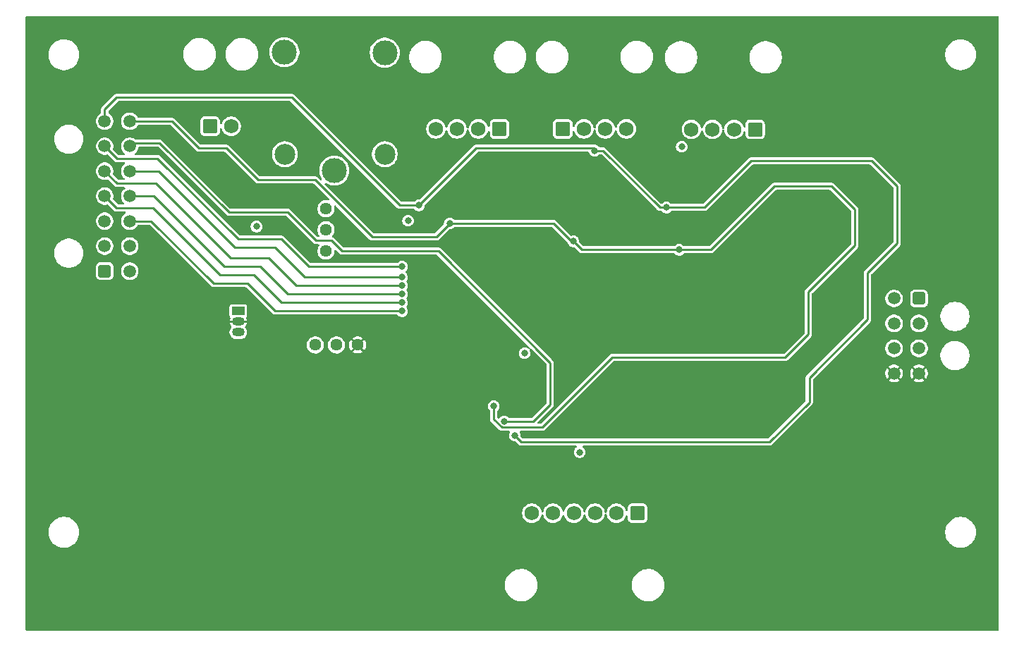
<source format=gbl>
%TF.GenerationSoftware,KiCad,Pcbnew,9.0.1*%
%TF.CreationDate,2025-06-09T14:32:14-07:00*%
%TF.ProjectId,chop-controller-heat-v2,63686f70-2d63-46f6-9e74-726f6c6c6572,rev?*%
%TF.SameCoordinates,Original*%
%TF.FileFunction,Copper,L4,Bot*%
%TF.FilePolarity,Positive*%
%FSLAX46Y46*%
G04 Gerber Fmt 4.6, Leading zero omitted, Abs format (unit mm)*
G04 Created by KiCad (PCBNEW 9.0.1) date 2025-06-09 14:32:14*
%MOMM*%
%LPD*%
G01*
G04 APERTURE LIST*
G04 Aperture macros list*
%AMRoundRect*
0 Rectangle with rounded corners*
0 $1 Rounding radius*
0 $2 $3 $4 $5 $6 $7 $8 $9 X,Y pos of 4 corners*
0 Add a 4 corners polygon primitive as box body*
4,1,4,$2,$3,$4,$5,$6,$7,$8,$9,$2,$3,0*
0 Add four circle primitives for the rounded corners*
1,1,$1+$1,$2,$3*
1,1,$1+$1,$4,$5*
1,1,$1+$1,$6,$7*
1,1,$1+$1,$8,$9*
0 Add four rect primitives between the rounded corners*
20,1,$1+$1,$2,$3,$4,$5,0*
20,1,$1+$1,$4,$5,$6,$7,0*
20,1,$1+$1,$6,$7,$8,$9,0*
20,1,$1+$1,$8,$9,$2,$3,0*%
G04 Aperture macros list end*
%TA.AperFunction,ComponentPad*%
%ADD10C,1.740000*%
%TD*%
%TA.AperFunction,ComponentPad*%
%ADD11RoundRect,0.250560X0.619440X0.619440X-0.619440X0.619440X-0.619440X-0.619440X0.619440X-0.619440X0*%
%TD*%
%TA.AperFunction,ComponentPad*%
%ADD12RoundRect,0.250560X-0.619440X-0.619440X0.619440X-0.619440X0.619440X0.619440X-0.619440X0.619440X0*%
%TD*%
%TA.AperFunction,ComponentPad*%
%ADD13C,1.500000*%
%TD*%
%TA.AperFunction,ComponentPad*%
%ADD14RoundRect,0.250001X0.499999X-0.499999X0.499999X0.499999X-0.499999X0.499999X-0.499999X-0.499999X0*%
%TD*%
%TA.AperFunction,ComponentPad*%
%ADD15RoundRect,0.250001X-0.499999X0.499999X-0.499999X-0.499999X0.499999X-0.499999X0.499999X0.499999X0*%
%TD*%
%TA.AperFunction,ComponentPad*%
%ADD16R,1.500000X1.050000*%
%TD*%
%TA.AperFunction,ComponentPad*%
%ADD17O,1.500000X1.050000*%
%TD*%
%TA.AperFunction,ComponentPad*%
%ADD18C,1.440000*%
%TD*%
%TA.AperFunction,ComponentPad*%
%ADD19C,3.000000*%
%TD*%
%TA.AperFunction,ComponentPad*%
%ADD20C,2.500000*%
%TD*%
%TA.AperFunction,ViaPad*%
%ADD21C,0.800000*%
%TD*%
%TA.AperFunction,Conductor*%
%ADD22C,0.250000*%
%TD*%
G04 APERTURE END LIST*
D10*
%TO.P,J1,4,Pin_4*%
%TO.N,/TC1+*%
X134797638Y-62933323D03*
%TO.P,J1,3,Pin_3*%
%TO.N,/TC1-*%
X137337638Y-62933323D03*
%TO.P,J1,2,Pin_2*%
%TO.N,/MOSFET_HL1*%
X139907638Y-62933323D03*
D11*
%TO.P,J1,1,Pin_1*%
%TO.N,/SAFETY_12V*%
X142447638Y-62933323D03*
%TD*%
D10*
%TO.P,J2,4,Pin_4*%
%TO.N,/TC2+*%
X157683638Y-62933323D03*
%TO.P,J2,3,Pin_3*%
%TO.N,/TC2-*%
X155143638Y-62933323D03*
%TO.P,J2,2,Pin_2*%
%TO.N,/MOSFET_HL2*%
X152573638Y-62933323D03*
D12*
%TO.P,J2,1,Pin_1*%
%TO.N,/SAFETY_12V*%
X150033638Y-62933323D03*
%TD*%
D10*
%TO.P,J3,4,Pin_4*%
%TO.N,/TC3+*%
X165480888Y-62984073D03*
%TO.P,J3,3,Pin_3*%
%TO.N,/TC3-*%
X168020888Y-62984073D03*
%TO.P,J3,2,Pin_2*%
%TO.N,/MOSFET_HL3*%
X170590888Y-62984073D03*
D11*
%TO.P,J3,1,Pin_1*%
%TO.N,+24V*%
X173130888Y-62984073D03*
%TD*%
D10*
%TO.P,J9,6,Pin_6*%
%TO.N,/uPC_RTD++*%
X146320400Y-109099000D03*
%TO.P,J9,5,Pin_5*%
%TO.N,/uPC_RTD+*%
X148860400Y-109099000D03*
%TO.P,J9,4,Pin_4*%
%TO.N,/uPC_RTD-*%
X151370400Y-109099000D03*
%TO.P,J9,3,Pin_3*%
%TO.N,/uPC_RTD--*%
X153910400Y-109099000D03*
%TO.P,J9,2,Pin_2*%
%TO.N,/MOSFET_uPC*%
X156480400Y-109099000D03*
D11*
%TO.P,J9,1,Pin_1*%
%TO.N,+24V*%
X159020400Y-109099000D03*
%TD*%
D13*
%TO.P,J11,14,Pin_14*%
%TO.N,/MISO_1*%
X98046800Y-62012800D03*
%TO.P,J11,13,Pin_13*%
%TO.N,/MOSI_1*%
X98046800Y-65012800D03*
%TO.P,J11,12,Pin_12*%
%TO.N,/HL1_PWM_IN*%
X98046800Y-68012800D03*
%TO.P,J11,11,Pin_11*%
%TO.N,/HL2_CS*%
X98046800Y-71012800D03*
%TO.P,J11,10,Pin_10*%
%TO.N,/HL3_PWM_IN*%
X98046800Y-74012800D03*
%TO.P,J11,9,Pin_9*%
%TO.N,/uPC_RTD_CS*%
X98046800Y-77012800D03*
%TO.P,J11,8,Pin_8*%
%TO.N,/SAFETY_CS*%
X98046800Y-80012800D03*
%TO.P,J11,7,Pin_7*%
%TO.N,/SCK_1*%
X95046800Y-62012800D03*
%TO.P,J11,6,Pin_6*%
%TO.N,/HL1_CS*%
X95046800Y-65012800D03*
%TO.P,J11,5,Pin_5*%
%TO.N,/HL2_PWM_IN*%
X95046800Y-68012800D03*
%TO.P,J11,4,Pin_4*%
%TO.N,/HL3_CS*%
X95046800Y-71012800D03*
%TO.P,J11,3,Pin_3*%
%TO.N,/uPC_PWM_IN*%
X95046800Y-74012800D03*
%TO.P,J11,2,Pin_2*%
%TO.N,/uPC_RTD_DRDY*%
X95046800Y-77012800D03*
D14*
%TO.P,J11,1,Pin_1*%
%TO.N,unconnected-(J11-Pin_1-Pad1)*%
X95046800Y-80012800D03*
%TD*%
D13*
%TO.P,J12,8,Pin_8*%
%TO.N,GNDREF*%
X189804000Y-92300000D03*
%TO.P,J12,7,Pin_7*%
%TO.N,+3.3V*%
X189804000Y-89300000D03*
%TO.P,J12,6,Pin_6*%
%TO.N,+12V*%
X189804000Y-86300000D03*
%TO.P,J12,5,Pin_5*%
%TO.N,+24V*%
X189804000Y-83300000D03*
%TO.P,J12,4,Pin_4*%
%TO.N,GNDREF*%
X192804000Y-92300000D03*
%TO.P,J12,3,Pin_3*%
%TO.N,+3.3V*%
X192804000Y-89300000D03*
%TO.P,J12,2,Pin_2*%
%TO.N,+12V*%
X192804000Y-86300000D03*
D15*
%TO.P,J12,1,Pin_1*%
%TO.N,+24V*%
X192804000Y-83300000D03*
%TD*%
D10*
%TO.P,J13,2,Pin_2*%
%TO.N,/Safet Cutoff/TC_SAFETY+*%
X110235638Y-62609323D03*
D12*
%TO.P,J13,1,Pin_1*%
%TO.N,/Safet Cutoff/TC_SAFETY-*%
X107695638Y-62609323D03*
%TD*%
D16*
%TO.P,U18,1,VO*%
%TO.N,Net-(U18-VO)*%
X111082638Y-84823323D03*
D17*
%TO.P,U18,2,GND*%
%TO.N,GNDREF*%
X111082638Y-86093323D03*
%TO.P,U18,3,VI*%
%TO.N,+3.3V*%
X111082638Y-87363323D03*
%TD*%
D18*
%TO.P,RV1,1,1*%
%TO.N,Net-(U23-G1)*%
X121602638Y-77594323D03*
%TO.P,RV1,2,2*%
%TO.N,Net-(U19-+)*%
X121602638Y-75054323D03*
%TO.P,RV1,3,3*%
%TO.N,Net-(R52-Pad1)*%
X121602638Y-72514323D03*
%TD*%
%TO.P,RV2,1,1*%
%TO.N,+3.3V*%
X120322638Y-88887323D03*
%TO.P,RV2,2,2*%
%TO.N,/Safet Cutoff/V_CUTOFF*%
X122862638Y-88887323D03*
%TO.P,RV2,3,3*%
%TO.N,GNDREF*%
X125402638Y-88887323D03*
%TD*%
D19*
%TO.P,K1,1*%
%TO.N,/SAFETY_12V*%
X122618638Y-67923323D03*
D20*
%TO.P,K1,2*%
%TO.N,Net-(D1-A)*%
X128668638Y-65973323D03*
D19*
%TO.P,K1,3*%
%TO.N,Net-(K1-Pad3)*%
X128668638Y-53773323D03*
%TO.P,K1,4*%
%TO.N,+12V*%
X116618638Y-53723323D03*
D20*
%TO.P,K1,5*%
X116668638Y-65973323D03*
%TD*%
D21*
%TO.N,GNDREF*%
X163258638Y-70853323D03*
X117030638Y-71615323D03*
X152162400Y-106386000D03*
X167068638Y-79235323D03*
X140500238Y-72478923D03*
X145050400Y-105370000D03*
X178498638Y-73901323D03*
X142510400Y-106894000D03*
X161306400Y-99274000D03*
X125158638Y-71107323D03*
X170523038Y-72428123D03*
X138366638Y-79743323D03*
X105346638Y-66281323D03*
X160290400Y-93432000D03*
X148272638Y-72631323D03*
X130746638Y-70091323D03*
%TO.N,+3.3V*%
X113271438Y-74663323D03*
X145456800Y-89876000D03*
X131457838Y-73952123D03*
X152060800Y-101763200D03*
X164325438Y-65062123D03*
%TO.N,/HL1_PWM_IN*%
X130746638Y-80759323D03*
%TO.N,/HL2_PWM_IN*%
X130746638Y-81758826D03*
%TO.N,/HL3_PWM_IN*%
X130746638Y-84823323D03*
%TO.N,/HL3_CS*%
X130746638Y-83807323D03*
%TO.N,/HL2_CS*%
X130746638Y-82791323D03*
%TO.N,/HL1_CS*%
X130746638Y-79489323D03*
%TO.N,/MOSI_1*%
X143018400Y-98067500D03*
%TO.N,/MISO_1*%
X151320638Y-76441323D03*
X141748400Y-96226000D03*
X136461638Y-74282323D03*
X164020638Y-77457323D03*
%TO.N,/SCK_1*%
X153860638Y-65532000D03*
X132778638Y-72123323D03*
X162496638Y-72377323D03*
X144288400Y-99782000D03*
%TD*%
D22*
%TO.N,/HL1_PWM_IN*%
X119062638Y-80759323D02*
X115506638Y-77203323D01*
X130746638Y-80759323D02*
X119062638Y-80759323D01*
X101498515Y-68021200D02*
X98055200Y-68021200D01*
X110680638Y-77203323D02*
X101498515Y-68021200D01*
X115506638Y-77203323D02*
X110680638Y-77203323D01*
%TO.N,/HL2_PWM_IN*%
X114744638Y-78473323D02*
X110172638Y-78473323D01*
X118046638Y-81775323D02*
X114744638Y-78473323D01*
X101193715Y-69494400D02*
X96528400Y-69494400D01*
X110172638Y-78473323D02*
X101193715Y-69494400D01*
X130746638Y-81758826D02*
X130730141Y-81775323D01*
X130730141Y-81775323D02*
X118046638Y-81775323D01*
X96528400Y-69494400D02*
X95046800Y-68012800D01*
%TO.N,/HL3_PWM_IN*%
X112204638Y-81521323D02*
X108140638Y-81521323D01*
X108140638Y-81521323D02*
X100632115Y-74012800D01*
X100632115Y-74012800D02*
X98046800Y-74012800D01*
X115506638Y-84823323D02*
X112204638Y-81521323D01*
X130746638Y-84823323D02*
X115506638Y-84823323D01*
%TO.N,/HL3_CS*%
X130746638Y-83807323D02*
X116268638Y-83807323D01*
X108902638Y-80505323D02*
X100838115Y-72440800D01*
X112966638Y-80505323D02*
X108902638Y-80505323D01*
X96474800Y-72440800D02*
X95046800Y-71012800D01*
X100838115Y-72440800D02*
X96474800Y-72440800D01*
X116268638Y-83807323D02*
X112966638Y-80505323D01*
%TO.N,/HL2_CS*%
X130746638Y-82791323D02*
X117030638Y-82791323D01*
X100934115Y-71012800D02*
X98046800Y-71012800D01*
X109410638Y-79489323D02*
X100934115Y-71012800D01*
X113728638Y-79489323D02*
X109410638Y-79489323D01*
X117030638Y-82791323D02*
X113728638Y-79489323D01*
%TO.N,/HL1_CS*%
X130746638Y-79489323D02*
X119570638Y-79489323D01*
X119570638Y-79489323D02*
X116268638Y-76187323D01*
X116268638Y-76187323D02*
X111085918Y-76187323D01*
X101395795Y-66497200D02*
X96531200Y-66497200D01*
X111085918Y-76187323D02*
X101395795Y-66497200D01*
X96531200Y-66497200D02*
X95046800Y-65012800D01*
%TO.N,/MOSI_1*%
X123545892Y-77609723D02*
X122275892Y-76339723D01*
X135113723Y-77609723D02*
X123545892Y-77609723D01*
X109969438Y-72936123D02*
X101632638Y-64599323D01*
X146510900Y-98067500D02*
X148526638Y-96051762D01*
X120383438Y-76339723D02*
X116979838Y-72936123D01*
X101632638Y-64599323D02*
X98460277Y-64599323D01*
X116979838Y-72936123D02*
X109969438Y-72936123D01*
X143018400Y-98067500D02*
X146510900Y-98067500D01*
X122275892Y-76339723D02*
X120383438Y-76339723D01*
X148526638Y-91022638D02*
X135113723Y-77609723D01*
X148526638Y-96051762D02*
X148526638Y-91022638D01*
%TO.N,/MISO_1*%
X185102638Y-76949323D02*
X185102638Y-72631323D01*
X151066638Y-76441323D02*
X148907638Y-74282323D01*
X141748400Y-96226000D02*
X141748400Y-97822805D01*
X109664638Y-65265323D02*
X106362638Y-65265323D01*
X151320638Y-76441323D02*
X152336638Y-77457323D01*
X155972400Y-90384000D02*
X176747961Y-90384000D01*
X120332638Y-69075323D02*
X113474638Y-69075323D01*
X147563900Y-98792500D02*
X155972400Y-90384000D01*
X148907638Y-74282323D02*
X136461638Y-74282323D01*
X152336638Y-77457323D02*
X164020638Y-77457323D01*
X134861438Y-75882523D02*
X127139838Y-75882523D01*
X136461638Y-74282323D02*
X134861438Y-75882523D01*
X127139838Y-75882523D02*
X120332638Y-69075323D01*
X142718095Y-98792500D02*
X147563900Y-98792500D01*
X164020638Y-77457323D02*
X167830638Y-77457323D01*
X113474638Y-69075323D02*
X109664638Y-65265323D01*
X182308638Y-69837323D02*
X185102638Y-72631323D01*
X175450638Y-69837323D02*
X182308638Y-69837323D01*
X106362638Y-65265323D02*
X103124115Y-62026800D01*
X179514638Y-87617323D02*
X179514638Y-82537323D01*
X176747961Y-90384000D02*
X179514638Y-87617323D01*
X141748400Y-97822805D02*
X142718095Y-98792500D01*
X179514638Y-82537323D02*
X185102638Y-76949323D01*
X167830638Y-77457323D02*
X175450638Y-69837323D01*
X151320638Y-76441323D02*
X151066638Y-76441323D01*
X103124115Y-62026800D02*
X98060800Y-62026800D01*
%TO.N,/SCK_1*%
X153860638Y-65532000D02*
X154889315Y-65532000D01*
X145050400Y-100544000D02*
X174840439Y-100544000D01*
X190182638Y-69837323D02*
X187134638Y-66789323D01*
X132778638Y-72123323D02*
X130492638Y-72123323D01*
X96456638Y-59169323D02*
X95046800Y-60579161D01*
X190182638Y-76695323D02*
X190182638Y-69837323D01*
X95046800Y-60579161D02*
X95046800Y-62012800D01*
X139636638Y-65265323D02*
X132778638Y-72123323D01*
X153860638Y-65532000D02*
X153593961Y-65265323D01*
X172656638Y-66789323D02*
X187134638Y-66789323D01*
X186626638Y-85839323D02*
X186626638Y-80251323D01*
X154889315Y-65532000D02*
X161734638Y-72377323D01*
X172656638Y-66789323D02*
X167068638Y-72377323D01*
X117538638Y-59169323D02*
X96456638Y-59169323D01*
X179629762Y-95754677D02*
X179629762Y-92836199D01*
X174840439Y-100544000D02*
X179629762Y-95754677D01*
X144288400Y-99782000D02*
X145050400Y-100544000D01*
X130492638Y-72123323D02*
X117538638Y-59169323D01*
X161734638Y-72377323D02*
X162496638Y-72377323D01*
X186626638Y-80251323D02*
X190182638Y-76695323D01*
X167068638Y-72377323D02*
X162496638Y-72377323D01*
X153593961Y-65265323D02*
X139636638Y-65265323D01*
X179629762Y-92836199D02*
X186626638Y-85839323D01*
%TD*%
%TA.AperFunction,Conductor*%
%TO.N,GNDREF*%
G36*
X202325177Y-49435508D02*
G01*
X202370932Y-49488312D01*
X202382138Y-49539823D01*
X202382138Y-123070822D01*
X202362453Y-123137861D01*
X202309649Y-123183616D01*
X202258138Y-123194822D01*
X85651138Y-123194822D01*
X85584099Y-123175137D01*
X85538344Y-123122333D01*
X85527138Y-123070822D01*
X85527138Y-117611149D01*
X143099900Y-117611149D01*
X143099900Y-117866850D01*
X143125857Y-118064007D01*
X143133274Y-118120340D01*
X143199450Y-118367312D01*
X143199453Y-118367322D01*
X143297294Y-118603531D01*
X143297299Y-118603542D01*
X143425134Y-118824957D01*
X143425145Y-118824973D01*
X143580788Y-119027811D01*
X143580794Y-119027818D01*
X143761581Y-119208605D01*
X143761587Y-119208610D01*
X143964435Y-119364261D01*
X143964442Y-119364265D01*
X144185857Y-119492100D01*
X144185862Y-119492102D01*
X144185865Y-119492104D01*
X144422087Y-119589950D01*
X144669060Y-119656126D01*
X144922557Y-119689500D01*
X144922564Y-119689500D01*
X145178236Y-119689500D01*
X145178243Y-119689500D01*
X145431740Y-119656126D01*
X145678713Y-119589950D01*
X145914935Y-119492104D01*
X146136365Y-119364261D01*
X146339213Y-119208610D01*
X146520010Y-119027813D01*
X146675661Y-118824965D01*
X146803504Y-118603535D01*
X146901350Y-118367313D01*
X146967526Y-118120340D01*
X147000900Y-117866843D01*
X147000900Y-117611157D01*
X147000899Y-117611149D01*
X158339900Y-117611149D01*
X158339900Y-117866850D01*
X158365857Y-118064007D01*
X158373274Y-118120340D01*
X158439450Y-118367312D01*
X158439453Y-118367322D01*
X158537294Y-118603531D01*
X158537299Y-118603542D01*
X158665134Y-118824957D01*
X158665145Y-118824973D01*
X158820788Y-119027811D01*
X158820794Y-119027818D01*
X159001581Y-119208605D01*
X159001587Y-119208610D01*
X159204435Y-119364261D01*
X159204442Y-119364265D01*
X159425857Y-119492100D01*
X159425862Y-119492102D01*
X159425865Y-119492104D01*
X159662087Y-119589950D01*
X159909060Y-119656126D01*
X160162557Y-119689500D01*
X160162564Y-119689500D01*
X160418236Y-119689500D01*
X160418243Y-119689500D01*
X160671740Y-119656126D01*
X160918713Y-119589950D01*
X161154935Y-119492104D01*
X161376365Y-119364261D01*
X161579213Y-119208610D01*
X161760010Y-119027813D01*
X161915661Y-118824965D01*
X162043504Y-118603535D01*
X162141350Y-118367313D01*
X162207526Y-118120340D01*
X162240900Y-117866843D01*
X162240900Y-117611157D01*
X162207526Y-117357660D01*
X162141350Y-117110687D01*
X162043504Y-116874465D01*
X162043502Y-116874462D01*
X162043500Y-116874457D01*
X161915665Y-116653042D01*
X161915661Y-116653035D01*
X161760010Y-116450187D01*
X161760005Y-116450181D01*
X161579218Y-116269394D01*
X161579211Y-116269388D01*
X161376373Y-116113745D01*
X161376371Y-116113743D01*
X161376365Y-116113739D01*
X161376360Y-116113736D01*
X161376357Y-116113734D01*
X161154942Y-115985899D01*
X161154931Y-115985894D01*
X160918722Y-115888053D01*
X160918715Y-115888051D01*
X160918713Y-115888050D01*
X160671740Y-115821874D01*
X160615407Y-115814457D01*
X160418250Y-115788500D01*
X160418243Y-115788500D01*
X160162557Y-115788500D01*
X160162549Y-115788500D01*
X159937226Y-115818165D01*
X159909060Y-115821874D01*
X159662087Y-115888050D01*
X159662077Y-115888053D01*
X159425868Y-115985894D01*
X159425857Y-115985899D01*
X159204442Y-116113734D01*
X159204426Y-116113745D01*
X159001588Y-116269388D01*
X159001581Y-116269394D01*
X158820794Y-116450181D01*
X158820788Y-116450188D01*
X158665145Y-116653026D01*
X158665134Y-116653042D01*
X158537299Y-116874457D01*
X158537294Y-116874468D01*
X158439453Y-117110677D01*
X158439450Y-117110687D01*
X158373274Y-117357661D01*
X158339900Y-117611149D01*
X147000899Y-117611149D01*
X146967526Y-117357660D01*
X146901350Y-117110687D01*
X146803504Y-116874465D01*
X146803502Y-116874462D01*
X146803500Y-116874457D01*
X146675665Y-116653042D01*
X146675661Y-116653035D01*
X146520010Y-116450187D01*
X146520005Y-116450181D01*
X146339218Y-116269394D01*
X146339211Y-116269388D01*
X146136373Y-116113745D01*
X146136371Y-116113743D01*
X146136365Y-116113739D01*
X146136360Y-116113736D01*
X146136357Y-116113734D01*
X145914942Y-115985899D01*
X145914931Y-115985894D01*
X145678722Y-115888053D01*
X145678715Y-115888051D01*
X145678713Y-115888050D01*
X145431740Y-115821874D01*
X145375407Y-115814457D01*
X145178250Y-115788500D01*
X145178243Y-115788500D01*
X144922557Y-115788500D01*
X144922549Y-115788500D01*
X144697226Y-115818165D01*
X144669060Y-115821874D01*
X144422087Y-115888050D01*
X144422077Y-115888053D01*
X144185868Y-115985894D01*
X144185857Y-115985899D01*
X143964442Y-116113734D01*
X143964426Y-116113745D01*
X143761588Y-116269388D01*
X143761581Y-116269394D01*
X143580794Y-116450181D01*
X143580788Y-116450188D01*
X143425145Y-116653026D01*
X143425134Y-116653042D01*
X143297299Y-116874457D01*
X143297294Y-116874468D01*
X143199453Y-117110677D01*
X143199450Y-117110687D01*
X143133274Y-117357661D01*
X143099900Y-117611149D01*
X85527138Y-117611149D01*
X85527138Y-111265711D01*
X88290300Y-111265711D01*
X88290300Y-111508288D01*
X88321961Y-111748785D01*
X88384747Y-111983104D01*
X88477573Y-112207205D01*
X88477576Y-112207212D01*
X88598864Y-112417289D01*
X88598866Y-112417292D01*
X88598867Y-112417293D01*
X88746533Y-112609736D01*
X88746539Y-112609743D01*
X88918056Y-112781260D01*
X88918062Y-112781265D01*
X89110511Y-112928936D01*
X89320588Y-113050224D01*
X89544700Y-113143054D01*
X89779011Y-113205838D01*
X89959386Y-113229584D01*
X90019511Y-113237500D01*
X90019512Y-113237500D01*
X90262089Y-113237500D01*
X90310188Y-113231167D01*
X90502589Y-113205838D01*
X90736900Y-113143054D01*
X90961012Y-113050224D01*
X91171089Y-112928936D01*
X91363538Y-112781265D01*
X91535065Y-112609738D01*
X91682736Y-112417289D01*
X91804024Y-112207212D01*
X91896854Y-111983100D01*
X91959638Y-111748789D01*
X91991300Y-111508288D01*
X91991300Y-111265712D01*
X91991300Y-111265711D01*
X195943100Y-111265711D01*
X195943100Y-111508288D01*
X195974761Y-111748785D01*
X196037547Y-111983104D01*
X196130373Y-112207205D01*
X196130376Y-112207212D01*
X196251664Y-112417289D01*
X196251666Y-112417292D01*
X196251667Y-112417293D01*
X196399333Y-112609736D01*
X196399339Y-112609743D01*
X196570856Y-112781260D01*
X196570862Y-112781265D01*
X196763311Y-112928936D01*
X196973388Y-113050224D01*
X197197500Y-113143054D01*
X197431811Y-113205838D01*
X197612186Y-113229584D01*
X197672311Y-113237500D01*
X197672312Y-113237500D01*
X197914889Y-113237500D01*
X197962988Y-113231167D01*
X198155389Y-113205838D01*
X198389700Y-113143054D01*
X198613812Y-113050224D01*
X198823889Y-112928936D01*
X199016338Y-112781265D01*
X199187865Y-112609738D01*
X199335536Y-112417289D01*
X199456824Y-112207212D01*
X199549654Y-111983100D01*
X199612438Y-111748789D01*
X199644100Y-111508288D01*
X199644100Y-111265712D01*
X199612438Y-111025211D01*
X199549654Y-110790900D01*
X199456824Y-110566788D01*
X199335536Y-110356711D01*
X199246500Y-110240677D01*
X199187866Y-110164263D01*
X199187860Y-110164256D01*
X199016343Y-109992739D01*
X199016336Y-109992733D01*
X198823893Y-109845067D01*
X198823892Y-109845066D01*
X198823889Y-109845064D01*
X198613812Y-109723776D01*
X198586529Y-109712475D01*
X198389704Y-109630947D01*
X198155385Y-109568161D01*
X197914889Y-109536500D01*
X197914888Y-109536500D01*
X197672312Y-109536500D01*
X197672311Y-109536500D01*
X197431814Y-109568161D01*
X197197495Y-109630947D01*
X196973394Y-109723773D01*
X196973385Y-109723777D01*
X196763306Y-109845067D01*
X196570863Y-109992733D01*
X196570856Y-109992739D01*
X196399339Y-110164256D01*
X196399333Y-110164263D01*
X196251667Y-110356706D01*
X196130377Y-110566785D01*
X196130373Y-110566794D01*
X196037547Y-110790895D01*
X195974761Y-111025214D01*
X195943100Y-111265711D01*
X91991300Y-111265711D01*
X91959638Y-111025211D01*
X91896854Y-110790900D01*
X91804024Y-110566788D01*
X91682736Y-110356711D01*
X91593700Y-110240677D01*
X91535066Y-110164263D01*
X91535060Y-110164256D01*
X91363543Y-109992739D01*
X91363536Y-109992733D01*
X91171093Y-109845067D01*
X91171092Y-109845066D01*
X91171089Y-109845064D01*
X90961012Y-109723776D01*
X90933729Y-109712475D01*
X90736904Y-109630947D01*
X90502585Y-109568161D01*
X90262089Y-109536500D01*
X90262088Y-109536500D01*
X90019512Y-109536500D01*
X90019511Y-109536500D01*
X89779014Y-109568161D01*
X89544695Y-109630947D01*
X89320594Y-109723773D01*
X89320585Y-109723777D01*
X89110506Y-109845067D01*
X88918063Y-109992733D01*
X88918056Y-109992739D01*
X88746539Y-110164256D01*
X88746533Y-110164263D01*
X88598867Y-110356706D01*
X88477577Y-110566785D01*
X88477573Y-110566794D01*
X88384747Y-110790895D01*
X88321961Y-111025214D01*
X88290300Y-111265711D01*
X85527138Y-111265711D01*
X85527138Y-109006880D01*
X145149900Y-109006880D01*
X145149900Y-109191119D01*
X145178722Y-109373094D01*
X145235653Y-109548313D01*
X145245767Y-109568162D01*
X145319299Y-109712475D01*
X145427593Y-109861529D01*
X145557871Y-109991807D01*
X145706925Y-110100101D01*
X145832835Y-110164256D01*
X145871086Y-110183746D01*
X145931247Y-110203293D01*
X146046307Y-110240678D01*
X146228280Y-110269500D01*
X146228281Y-110269500D01*
X146412519Y-110269500D01*
X146412520Y-110269500D01*
X146594493Y-110240678D01*
X146769716Y-110183745D01*
X146933875Y-110100101D01*
X147082929Y-109991807D01*
X147213207Y-109861529D01*
X147321501Y-109712475D01*
X147405145Y-109548316D01*
X147462078Y-109373093D01*
X147467927Y-109336163D01*
X147497856Y-109273030D01*
X147557167Y-109236098D01*
X147627030Y-109237096D01*
X147685263Y-109275705D01*
X147712873Y-109336164D01*
X147718722Y-109373094D01*
X147775653Y-109548313D01*
X147785767Y-109568162D01*
X147859299Y-109712475D01*
X147967593Y-109861529D01*
X148097871Y-109991807D01*
X148246925Y-110100101D01*
X148372835Y-110164256D01*
X148411086Y-110183746D01*
X148471247Y-110203293D01*
X148586307Y-110240678D01*
X148768280Y-110269500D01*
X148768281Y-110269500D01*
X148952519Y-110269500D01*
X148952520Y-110269500D01*
X149134493Y-110240678D01*
X149309716Y-110183745D01*
X149473875Y-110100101D01*
X149622929Y-109991807D01*
X149753207Y-109861529D01*
X149861501Y-109712475D01*
X149945145Y-109548316D01*
X149987969Y-109416517D01*
X149997469Y-109387279D01*
X150036906Y-109329604D01*
X150101265Y-109302405D01*
X150170111Y-109314319D01*
X150221587Y-109361563D01*
X150233331Y-109387279D01*
X150285653Y-109548313D01*
X150295767Y-109568162D01*
X150369299Y-109712475D01*
X150477593Y-109861529D01*
X150607871Y-109991807D01*
X150756925Y-110100101D01*
X150882835Y-110164256D01*
X150921086Y-110183746D01*
X150981247Y-110203293D01*
X151096307Y-110240678D01*
X151278280Y-110269500D01*
X151278281Y-110269500D01*
X151462519Y-110269500D01*
X151462520Y-110269500D01*
X151644493Y-110240678D01*
X151819716Y-110183745D01*
X151983875Y-110100101D01*
X152132929Y-109991807D01*
X152263207Y-109861529D01*
X152371501Y-109712475D01*
X152455145Y-109548316D01*
X152512078Y-109373093D01*
X152517927Y-109336163D01*
X152547856Y-109273030D01*
X152607167Y-109236098D01*
X152677030Y-109237096D01*
X152735263Y-109275705D01*
X152762873Y-109336164D01*
X152768722Y-109373094D01*
X152825653Y-109548313D01*
X152835767Y-109568162D01*
X152909299Y-109712475D01*
X153017593Y-109861529D01*
X153147871Y-109991807D01*
X153296925Y-110100101D01*
X153422835Y-110164256D01*
X153461086Y-110183746D01*
X153521247Y-110203293D01*
X153636307Y-110240678D01*
X153818280Y-110269500D01*
X153818281Y-110269500D01*
X154002519Y-110269500D01*
X154002520Y-110269500D01*
X154184493Y-110240678D01*
X154359716Y-110183745D01*
X154523875Y-110100101D01*
X154672929Y-109991807D01*
X154803207Y-109861529D01*
X154911501Y-109712475D01*
X154995145Y-109548316D01*
X155052078Y-109373093D01*
X155072927Y-109241457D01*
X155102856Y-109178323D01*
X155162168Y-109141392D01*
X155232030Y-109142390D01*
X155290263Y-109181000D01*
X155317873Y-109241458D01*
X155338722Y-109373094D01*
X155395653Y-109548313D01*
X155405767Y-109568162D01*
X155479299Y-109712475D01*
X155587593Y-109861529D01*
X155717871Y-109991807D01*
X155866925Y-110100101D01*
X155992835Y-110164256D01*
X156031086Y-110183746D01*
X156091247Y-110203293D01*
X156206307Y-110240678D01*
X156388280Y-110269500D01*
X156388281Y-110269500D01*
X156572519Y-110269500D01*
X156572520Y-110269500D01*
X156754493Y-110240678D01*
X156929716Y-110183745D01*
X157093875Y-110100101D01*
X157242929Y-109991807D01*
X157373207Y-109861529D01*
X157481501Y-109712475D01*
X157565145Y-109548316D01*
X157607969Y-109416517D01*
X157647406Y-109358842D01*
X157711764Y-109331643D01*
X157780611Y-109343557D01*
X157832087Y-109390801D01*
X157849900Y-109454835D01*
X157849900Y-109761582D01*
X157860534Y-109850135D01*
X157860534Y-109850136D01*
X157916108Y-109991061D01*
X157953197Y-110039970D01*
X158007638Y-110111762D01*
X158128341Y-110203293D01*
X158269262Y-110258865D01*
X158357818Y-110269500D01*
X159682982Y-110269500D01*
X159771538Y-110258865D01*
X159912459Y-110203293D01*
X160033162Y-110111762D01*
X160124693Y-109991059D01*
X160180265Y-109850138D01*
X160190900Y-109761582D01*
X160190900Y-108436418D01*
X160180265Y-108347862D01*
X160124693Y-108206941D01*
X160124127Y-108206195D01*
X160104952Y-108180908D01*
X160033162Y-108086238D01*
X159938235Y-108014253D01*
X159912461Y-107994708D01*
X159912459Y-107994707D01*
X159817657Y-107957322D01*
X159771536Y-107939134D01*
X159682982Y-107928500D01*
X158357818Y-107928500D01*
X158269264Y-107939134D01*
X158269263Y-107939134D01*
X158128338Y-107994708D01*
X158007638Y-108086238D01*
X157916108Y-108206938D01*
X157860534Y-108347863D01*
X157860534Y-108347864D01*
X157849900Y-108436417D01*
X157849900Y-108743164D01*
X157830215Y-108810203D01*
X157777411Y-108855958D01*
X157708253Y-108865902D01*
X157644697Y-108836877D01*
X157607969Y-108781482D01*
X157565146Y-108649686D01*
X157481500Y-108485524D01*
X157373207Y-108336471D01*
X157242929Y-108206193D01*
X157093875Y-108097899D01*
X157070989Y-108086238D01*
X156929713Y-108014253D01*
X156754494Y-107957322D01*
X156639666Y-107939135D01*
X156572520Y-107928500D01*
X156388280Y-107928500D01*
X156327622Y-107938107D01*
X156206305Y-107957322D01*
X156031086Y-108014253D01*
X155866924Y-108097899D01*
X155781884Y-108159684D01*
X155717871Y-108206193D01*
X155717869Y-108206195D01*
X155717868Y-108206195D01*
X155587595Y-108336468D01*
X155587595Y-108336469D01*
X155587593Y-108336471D01*
X155579316Y-108347864D01*
X155479299Y-108485524D01*
X155395653Y-108649686D01*
X155338722Y-108824905D01*
X155317873Y-108956541D01*
X155287944Y-109019676D01*
X155228632Y-109056607D01*
X155158770Y-109055609D01*
X155100537Y-109016999D01*
X155072927Y-108956541D01*
X155052078Y-108824907D01*
X154995145Y-108649684D01*
X154911501Y-108485525D01*
X154803207Y-108336471D01*
X154672929Y-108206193D01*
X154523875Y-108097899D01*
X154500989Y-108086238D01*
X154359713Y-108014253D01*
X154184494Y-107957322D01*
X154069666Y-107939135D01*
X154002520Y-107928500D01*
X153818280Y-107928500D01*
X153757622Y-107938107D01*
X153636305Y-107957322D01*
X153461086Y-108014253D01*
X153296924Y-108097899D01*
X153211884Y-108159684D01*
X153147871Y-108206193D01*
X153147869Y-108206195D01*
X153147868Y-108206195D01*
X153017595Y-108336468D01*
X153017595Y-108336469D01*
X153017593Y-108336471D01*
X153009316Y-108347864D01*
X152909299Y-108485524D01*
X152825653Y-108649686D01*
X152768722Y-108824905D01*
X152762873Y-108861835D01*
X152732944Y-108924970D01*
X152673632Y-108961901D01*
X152603770Y-108960903D01*
X152545537Y-108922293D01*
X152517927Y-108861835D01*
X152516996Y-108855958D01*
X152512078Y-108824907D01*
X152455145Y-108649684D01*
X152371501Y-108485525D01*
X152263207Y-108336471D01*
X152132929Y-108206193D01*
X151983875Y-108097899D01*
X151960989Y-108086238D01*
X151819713Y-108014253D01*
X151644494Y-107957322D01*
X151529666Y-107939135D01*
X151462520Y-107928500D01*
X151278280Y-107928500D01*
X151217622Y-107938107D01*
X151096305Y-107957322D01*
X150921086Y-108014253D01*
X150756924Y-108097899D01*
X150671884Y-108159684D01*
X150607871Y-108206193D01*
X150607869Y-108206195D01*
X150607868Y-108206195D01*
X150477595Y-108336468D01*
X150477595Y-108336469D01*
X150477593Y-108336471D01*
X150469316Y-108347864D01*
X150369299Y-108485524D01*
X150285653Y-108649686D01*
X150233331Y-108810720D01*
X150193894Y-108868395D01*
X150129535Y-108895594D01*
X150060689Y-108883680D01*
X150009213Y-108836436D01*
X149997469Y-108810720D01*
X149945146Y-108649686D01*
X149861500Y-108485524D01*
X149753207Y-108336471D01*
X149622929Y-108206193D01*
X149473875Y-108097899D01*
X149450989Y-108086238D01*
X149309713Y-108014253D01*
X149134494Y-107957322D01*
X149019666Y-107939135D01*
X148952520Y-107928500D01*
X148768280Y-107928500D01*
X148707622Y-107938107D01*
X148586305Y-107957322D01*
X148411086Y-108014253D01*
X148246924Y-108097899D01*
X148161884Y-108159684D01*
X148097871Y-108206193D01*
X148097869Y-108206195D01*
X148097868Y-108206195D01*
X147967595Y-108336468D01*
X147967595Y-108336469D01*
X147967593Y-108336471D01*
X147959316Y-108347864D01*
X147859299Y-108485524D01*
X147775653Y-108649686D01*
X147718722Y-108824905D01*
X147712873Y-108861835D01*
X147682944Y-108924970D01*
X147623632Y-108961901D01*
X147553770Y-108960903D01*
X147495537Y-108922293D01*
X147467927Y-108861835D01*
X147466996Y-108855958D01*
X147462078Y-108824907D01*
X147405145Y-108649684D01*
X147321501Y-108485525D01*
X147213207Y-108336471D01*
X147082929Y-108206193D01*
X146933875Y-108097899D01*
X146910989Y-108086238D01*
X146769713Y-108014253D01*
X146594494Y-107957322D01*
X146479666Y-107939135D01*
X146412520Y-107928500D01*
X146228280Y-107928500D01*
X146167622Y-107938107D01*
X146046305Y-107957322D01*
X145871086Y-108014253D01*
X145706924Y-108097899D01*
X145621884Y-108159684D01*
X145557871Y-108206193D01*
X145557869Y-108206195D01*
X145557868Y-108206195D01*
X145427595Y-108336468D01*
X145427595Y-108336469D01*
X145427593Y-108336471D01*
X145419316Y-108347864D01*
X145319299Y-108485524D01*
X145235653Y-108649686D01*
X145178722Y-108824905D01*
X145149900Y-109006880D01*
X85527138Y-109006880D01*
X85527138Y-88786807D01*
X119302138Y-88786807D01*
X119302138Y-88987838D01*
X119341353Y-89184984D01*
X119341356Y-89184996D01*
X119418278Y-89370704D01*
X119418285Y-89370717D01*
X119529963Y-89537853D01*
X119529966Y-89537857D01*
X119672103Y-89679994D01*
X119672107Y-89679997D01*
X119839243Y-89791675D01*
X119839256Y-89791682D01*
X120023805Y-89868124D01*
X120024969Y-89868606D01*
X120219608Y-89907322D01*
X120222122Y-89907822D01*
X120222126Y-89907823D01*
X120222127Y-89907823D01*
X120423150Y-89907823D01*
X120423151Y-89907822D01*
X120620307Y-89868606D01*
X120769028Y-89807004D01*
X120806019Y-89791682D01*
X120806019Y-89791681D01*
X120806026Y-89791679D01*
X120973169Y-89679997D01*
X121115312Y-89537854D01*
X121226994Y-89370711D01*
X121227094Y-89370471D01*
X121274828Y-89255228D01*
X121303921Y-89184992D01*
X121343138Y-88987834D01*
X121343138Y-88786812D01*
X121343137Y-88786807D01*
X121842138Y-88786807D01*
X121842138Y-88987838D01*
X121881353Y-89184984D01*
X121881356Y-89184996D01*
X121958278Y-89370704D01*
X121958285Y-89370717D01*
X122069963Y-89537853D01*
X122069966Y-89537857D01*
X122212103Y-89679994D01*
X122212107Y-89679997D01*
X122379243Y-89791675D01*
X122379256Y-89791682D01*
X122563805Y-89868124D01*
X122564969Y-89868606D01*
X122759608Y-89907322D01*
X122762122Y-89907822D01*
X122762126Y-89907823D01*
X122762127Y-89907823D01*
X122963150Y-89907823D01*
X122963151Y-89907822D01*
X123160307Y-89868606D01*
X123309028Y-89807004D01*
X123346019Y-89791682D01*
X123346019Y-89791681D01*
X123346026Y-89791679D01*
X123513169Y-89679997D01*
X123521499Y-89671667D01*
X123633551Y-89559616D01*
X123655309Y-89537857D01*
X123655312Y-89537854D01*
X123766994Y-89370711D01*
X123767094Y-89370471D01*
X123814828Y-89255228D01*
X123843921Y-89184992D01*
X123883138Y-88987834D01*
X123883138Y-88786857D01*
X124382638Y-88786857D01*
X124382638Y-88987788D01*
X124421834Y-89184838D01*
X124421836Y-89184846D01*
X124498724Y-89370471D01*
X124498729Y-89370479D01*
X124596452Y-89516730D01*
X125045112Y-89068071D01*
X125082558Y-89132929D01*
X125157032Y-89207403D01*
X125221888Y-89244847D01*
X124773228Y-89693508D01*
X124919489Y-89791236D01*
X125105114Y-89868124D01*
X125105122Y-89868126D01*
X125302172Y-89907322D01*
X125302176Y-89907323D01*
X125503100Y-89907323D01*
X125503103Y-89907322D01*
X125700153Y-89868126D01*
X125700161Y-89868124D01*
X125885786Y-89791236D01*
X126032046Y-89693508D01*
X126032046Y-89693507D01*
X125583387Y-89244847D01*
X125648244Y-89207403D01*
X125722718Y-89132929D01*
X125760163Y-89068072D01*
X126208822Y-89516731D01*
X126208823Y-89516731D01*
X126306551Y-89370471D01*
X126383439Y-89184846D01*
X126383441Y-89184838D01*
X126422637Y-88987788D01*
X126422638Y-88987785D01*
X126422638Y-88786861D01*
X126422637Y-88786857D01*
X126383441Y-88589807D01*
X126383439Y-88589799D01*
X126306551Y-88404174D01*
X126208823Y-88257913D01*
X125760162Y-88706573D01*
X125722718Y-88641717D01*
X125648244Y-88567243D01*
X125583386Y-88529797D01*
X126032045Y-88081137D01*
X126032045Y-88081136D01*
X125885794Y-87983414D01*
X125885786Y-87983409D01*
X125700161Y-87906521D01*
X125700153Y-87906519D01*
X125503103Y-87867323D01*
X125302172Y-87867323D01*
X125105122Y-87906519D01*
X125105114Y-87906521D01*
X124919485Y-87983411D01*
X124773229Y-88081135D01*
X124773229Y-88081137D01*
X125221889Y-88529797D01*
X125157032Y-88567243D01*
X125082558Y-88641717D01*
X125045112Y-88706574D01*
X124596452Y-88257914D01*
X124596450Y-88257914D01*
X124498726Y-88404170D01*
X124421836Y-88589799D01*
X124421834Y-88589807D01*
X124382638Y-88786857D01*
X123883138Y-88786857D01*
X123883138Y-88786812D01*
X123843921Y-88589654D01*
X123834638Y-88567243D01*
X123766997Y-88403941D01*
X123766990Y-88403928D01*
X123655312Y-88236792D01*
X123655309Y-88236788D01*
X123513172Y-88094651D01*
X123513168Y-88094648D01*
X123346032Y-87982970D01*
X123346019Y-87982963D01*
X123160311Y-87906041D01*
X123160299Y-87906038D01*
X122963153Y-87866823D01*
X122963149Y-87866823D01*
X122762127Y-87866823D01*
X122762122Y-87866823D01*
X122564976Y-87906038D01*
X122564964Y-87906041D01*
X122379256Y-87982963D01*
X122379243Y-87982970D01*
X122212107Y-88094648D01*
X122212103Y-88094651D01*
X122069966Y-88236788D01*
X122069963Y-88236792D01*
X121958285Y-88403928D01*
X121958278Y-88403941D01*
X121881356Y-88589649D01*
X121881353Y-88589661D01*
X121842138Y-88786807D01*
X121343137Y-88786807D01*
X121303921Y-88589654D01*
X121294638Y-88567243D01*
X121226997Y-88403941D01*
X121226990Y-88403928D01*
X121115312Y-88236792D01*
X121115309Y-88236788D01*
X120973172Y-88094651D01*
X120973168Y-88094648D01*
X120806032Y-87982970D01*
X120806019Y-87982963D01*
X120620311Y-87906041D01*
X120620299Y-87906038D01*
X120423153Y-87866823D01*
X120423149Y-87866823D01*
X120222127Y-87866823D01*
X120222122Y-87866823D01*
X120024976Y-87906038D01*
X120024964Y-87906041D01*
X119839256Y-87982963D01*
X119839243Y-87982970D01*
X119672107Y-88094648D01*
X119672103Y-88094651D01*
X119529966Y-88236788D01*
X119529963Y-88236792D01*
X119418285Y-88403928D01*
X119418278Y-88403941D01*
X119341356Y-88589649D01*
X119341353Y-88589661D01*
X119302138Y-88786807D01*
X85527138Y-88786807D01*
X85527138Y-87444630D01*
X110032137Y-87444630D01*
X110063860Y-87604106D01*
X110063863Y-87604116D01*
X110126088Y-87754342D01*
X110126090Y-87754346D01*
X110216426Y-87889543D01*
X110216432Y-87889551D01*
X110331409Y-88004528D01*
X110331417Y-88004534D01*
X110466614Y-88094870D01*
X110466618Y-88094872D01*
X110616844Y-88157097D01*
X110616849Y-88157099D01*
X110616853Y-88157099D01*
X110616854Y-88157100D01*
X110776330Y-88188823D01*
X110776333Y-88188823D01*
X111388945Y-88188823D01*
X111496236Y-88167480D01*
X111548427Y-88157099D01*
X111698659Y-88094871D01*
X111698661Y-88094870D01*
X111765807Y-88050003D01*
X111833863Y-88004531D01*
X111948846Y-87889548D01*
X112039186Y-87754344D01*
X112101414Y-87604112D01*
X112111795Y-87551921D01*
X112133138Y-87444630D01*
X112133138Y-87282015D01*
X112101415Y-87122539D01*
X112101414Y-87122538D01*
X112101414Y-87122534D01*
X112098697Y-87115975D01*
X112039187Y-86972303D01*
X112039185Y-86972299D01*
X111948849Y-86837102D01*
X111948848Y-86837100D01*
X111948846Y-86837098D01*
X111927397Y-86815649D01*
X111893913Y-86754329D01*
X111898896Y-86684638D01*
X111927399Y-86640286D01*
X111948460Y-86619225D01*
X112038745Y-86484104D01*
X112038746Y-86484102D01*
X112100932Y-86333971D01*
X112100935Y-86333959D01*
X112123937Y-86218323D01*
X111437373Y-86218323D01*
X111457638Y-86142693D01*
X111457638Y-86043953D01*
X111437373Y-85968323D01*
X112123937Y-85968323D01*
X112100935Y-85852686D01*
X112100932Y-85852674D01*
X112038746Y-85702543D01*
X112035875Y-85697172D01*
X112037958Y-85696058D01*
X112020189Y-85639389D01*
X112038646Y-85572001D01*
X112056484Y-85549447D01*
X112084844Y-85521088D01*
X112130223Y-85418314D01*
X112133138Y-85393188D01*
X112133137Y-84253459D01*
X112130526Y-84230941D01*
X112130224Y-84228335D01*
X112130223Y-84228333D01*
X112130223Y-84228332D01*
X112084844Y-84125558D01*
X112005403Y-84046117D01*
X111927345Y-84011651D01*
X111902630Y-84000738D01*
X111877503Y-83997823D01*
X110287781Y-83997823D01*
X110287755Y-83997825D01*
X110262650Y-84000736D01*
X110262646Y-84000738D01*
X110159873Y-84046116D01*
X110080432Y-84125557D01*
X110035053Y-84228329D01*
X110035053Y-84228331D01*
X110032138Y-84253454D01*
X110032138Y-85393179D01*
X110032140Y-85393205D01*
X110035051Y-85418310D01*
X110035053Y-85418314D01*
X110080431Y-85521087D01*
X110080432Y-85521089D01*
X110108788Y-85549445D01*
X110142273Y-85610769D01*
X110137287Y-85680460D01*
X110128881Y-85696890D01*
X110129402Y-85697169D01*
X110126530Y-85702540D01*
X110064343Y-85852674D01*
X110064340Y-85852686D01*
X110041339Y-85968323D01*
X110727903Y-85968323D01*
X110707638Y-86043953D01*
X110707638Y-86142693D01*
X110727903Y-86218323D01*
X110041339Y-86218323D01*
X110064340Y-86333959D01*
X110064343Y-86333971D01*
X110126529Y-86484102D01*
X110126530Y-86484104D01*
X110216818Y-86619229D01*
X110216821Y-86619233D01*
X110237876Y-86640288D01*
X110271361Y-86701611D01*
X110266377Y-86771303D01*
X110237880Y-86815647D01*
X110216428Y-86837100D01*
X110216423Y-86837105D01*
X110126090Y-86972299D01*
X110126088Y-86972303D01*
X110063863Y-87122529D01*
X110063860Y-87122539D01*
X110032138Y-87282015D01*
X110032138Y-87282018D01*
X110032138Y-87444628D01*
X110032138Y-87444630D01*
X110032137Y-87444630D01*
X85527138Y-87444630D01*
X85527138Y-77738058D01*
X88976300Y-77738058D01*
X88976300Y-77967541D01*
X88997808Y-78130901D01*
X89006252Y-78195038D01*
X89006253Y-78195040D01*
X89065642Y-78416687D01*
X89153450Y-78628676D01*
X89153456Y-78628688D01*
X89261452Y-78815744D01*
X89268192Y-78827417D01*
X89407881Y-79009461D01*
X89407889Y-79009470D01*
X89570130Y-79171711D01*
X89570138Y-79171718D01*
X89752182Y-79311407D01*
X89752185Y-79311408D01*
X89752188Y-79311411D01*
X89950912Y-79426144D01*
X89950917Y-79426146D01*
X89950923Y-79426149D01*
X90042280Y-79463990D01*
X90162913Y-79513958D01*
X90384562Y-79573348D01*
X90612066Y-79603300D01*
X90612073Y-79603300D01*
X90841527Y-79603300D01*
X90841534Y-79603300D01*
X91069038Y-79573348D01*
X91290687Y-79513958D01*
X91397535Y-79469700D01*
X93996300Y-79469700D01*
X93996300Y-80555891D01*
X94006923Y-80644362D01*
X94062439Y-80785142D01*
X94062440Y-80785144D01*
X94153877Y-80905722D01*
X94249417Y-80978172D01*
X94274458Y-80997161D01*
X94415236Y-81052676D01*
X94503701Y-81063300D01*
X95589898Y-81063299D01*
X95678364Y-81052676D01*
X95819142Y-80997161D01*
X95939722Y-80905722D01*
X96031161Y-80785142D01*
X96086676Y-80644364D01*
X96097300Y-80555899D01*
X96097299Y-79909330D01*
X96996300Y-79909330D01*
X96996300Y-80116269D01*
X97036668Y-80319212D01*
X97036670Y-80319220D01*
X97115858Y-80510396D01*
X97230824Y-80682457D01*
X97377142Y-80828775D01*
X97377145Y-80828777D01*
X97549202Y-80943741D01*
X97740380Y-81022930D01*
X97924251Y-81059504D01*
X97943330Y-81063299D01*
X97943334Y-81063300D01*
X97943335Y-81063300D01*
X98150266Y-81063300D01*
X98150267Y-81063299D01*
X98353220Y-81022930D01*
X98544398Y-80943741D01*
X98716455Y-80828777D01*
X98778646Y-80766586D01*
X98862776Y-80682457D01*
X98947338Y-80555899D01*
X98977741Y-80510398D01*
X99056930Y-80319220D01*
X99097300Y-80116265D01*
X99097300Y-79909335D01*
X99056930Y-79706380D01*
X98977741Y-79515202D01*
X98862777Y-79343145D01*
X98862775Y-79343142D01*
X98716457Y-79196824D01*
X98560802Y-79092820D01*
X98544398Y-79081859D01*
X98539048Y-79079643D01*
X98353220Y-79002670D01*
X98353212Y-79002668D01*
X98150269Y-78962300D01*
X98150265Y-78962300D01*
X97943335Y-78962300D01*
X97943330Y-78962300D01*
X97740387Y-79002668D01*
X97740379Y-79002670D01*
X97549203Y-79081858D01*
X97377142Y-79196824D01*
X97230824Y-79343142D01*
X97115858Y-79515203D01*
X97036670Y-79706379D01*
X97036668Y-79706387D01*
X96996300Y-79909330D01*
X96097299Y-79909330D01*
X96097299Y-79469702D01*
X96086676Y-79381236D01*
X96031161Y-79240458D01*
X96031159Y-79240455D01*
X95939722Y-79119877D01*
X95819144Y-79028440D01*
X95819142Y-79028439D01*
X95678364Y-78972924D01*
X95678361Y-78972923D01*
X95589899Y-78962300D01*
X94503708Y-78962300D01*
X94415237Y-78972923D01*
X94274457Y-79028439D01*
X94274455Y-79028440D01*
X94153877Y-79119877D01*
X94062440Y-79240455D01*
X94062439Y-79240458D01*
X94015848Y-79358608D01*
X94006924Y-79381237D01*
X94006923Y-79381238D01*
X93996300Y-79469700D01*
X91397535Y-79469700D01*
X91502688Y-79426144D01*
X91701412Y-79311411D01*
X91883461Y-79171719D01*
X91883465Y-79171714D01*
X91883470Y-79171711D01*
X92045711Y-79009470D01*
X92045714Y-79009465D01*
X92045719Y-79009461D01*
X92185411Y-78827412D01*
X92300144Y-78628688D01*
X92387958Y-78416687D01*
X92447348Y-78195038D01*
X92477300Y-77967534D01*
X92477300Y-77738066D01*
X92447348Y-77510562D01*
X92387958Y-77288913D01*
X92324986Y-77136885D01*
X92300149Y-77076923D01*
X92300146Y-77076917D01*
X92300144Y-77076912D01*
X92203391Y-76909330D01*
X93996300Y-76909330D01*
X93996300Y-77116269D01*
X94036668Y-77319212D01*
X94036670Y-77319220D01*
X94115859Y-77510398D01*
X94167763Y-77588078D01*
X94230824Y-77682457D01*
X94377142Y-77828775D01*
X94377145Y-77828777D01*
X94549202Y-77943741D01*
X94740380Y-78022930D01*
X94943330Y-78063299D01*
X94943334Y-78063300D01*
X94943335Y-78063300D01*
X95150266Y-78063300D01*
X95150267Y-78063299D01*
X95353220Y-78022930D01*
X95544398Y-77943741D01*
X95716455Y-77828777D01*
X95862777Y-77682455D01*
X95977741Y-77510398D01*
X96056930Y-77319220D01*
X96097300Y-77116265D01*
X96097300Y-76909335D01*
X96097299Y-76909330D01*
X96996300Y-76909330D01*
X96996300Y-77116269D01*
X97036668Y-77319212D01*
X97036670Y-77319220D01*
X97115859Y-77510398D01*
X97167763Y-77588078D01*
X97230824Y-77682457D01*
X97377142Y-77828775D01*
X97377145Y-77828777D01*
X97549202Y-77943741D01*
X97740380Y-78022930D01*
X97943330Y-78063299D01*
X97943334Y-78063300D01*
X97943335Y-78063300D01*
X98150266Y-78063300D01*
X98150267Y-78063299D01*
X98353220Y-78022930D01*
X98544398Y-77943741D01*
X98716455Y-77828777D01*
X98862777Y-77682455D01*
X98977741Y-77510398D01*
X99056930Y-77319220D01*
X99097300Y-77116265D01*
X99097300Y-76909335D01*
X99056930Y-76706380D01*
X98977741Y-76515202D01*
X98862777Y-76343145D01*
X98862775Y-76343142D01*
X98716457Y-76196824D01*
X98574990Y-76102300D01*
X98544398Y-76081859D01*
X98353220Y-76002670D01*
X98353212Y-76002668D01*
X98150269Y-75962300D01*
X98150265Y-75962300D01*
X97943335Y-75962300D01*
X97943330Y-75962300D01*
X97740387Y-76002668D01*
X97740379Y-76002670D01*
X97549203Y-76081858D01*
X97377142Y-76196824D01*
X97230824Y-76343142D01*
X97115858Y-76515203D01*
X97036670Y-76706379D01*
X97036668Y-76706387D01*
X96996300Y-76909330D01*
X96097299Y-76909330D01*
X96056930Y-76706380D01*
X95977741Y-76515202D01*
X95862777Y-76343145D01*
X95862775Y-76343142D01*
X95716457Y-76196824D01*
X95574990Y-76102300D01*
X95544398Y-76081859D01*
X95353220Y-76002670D01*
X95353212Y-76002668D01*
X95150269Y-75962300D01*
X95150265Y-75962300D01*
X94943335Y-75962300D01*
X94943330Y-75962300D01*
X94740387Y-76002668D01*
X94740379Y-76002670D01*
X94549203Y-76081858D01*
X94377142Y-76196824D01*
X94230824Y-76343142D01*
X94115858Y-76515203D01*
X94036670Y-76706379D01*
X94036668Y-76706387D01*
X93996300Y-76909330D01*
X92203391Y-76909330D01*
X92185411Y-76878188D01*
X92185408Y-76878185D01*
X92185407Y-76878182D01*
X92076477Y-76736224D01*
X92045719Y-76696139D01*
X92045718Y-76696138D01*
X92045711Y-76696130D01*
X91883470Y-76533889D01*
X91883461Y-76533881D01*
X91701417Y-76394192D01*
X91502690Y-76279457D01*
X91502676Y-76279450D01*
X91290687Y-76191642D01*
X91069038Y-76132252D01*
X91031015Y-76127246D01*
X90841541Y-76102300D01*
X90841534Y-76102300D01*
X90612066Y-76102300D01*
X90612058Y-76102300D01*
X90395515Y-76130809D01*
X90384562Y-76132252D01*
X90290876Y-76157354D01*
X90162912Y-76191642D01*
X89950923Y-76279450D01*
X89950909Y-76279457D01*
X89752182Y-76394192D01*
X89570138Y-76533881D01*
X89407881Y-76696138D01*
X89268192Y-76878182D01*
X89153457Y-77076909D01*
X89153450Y-77076923D01*
X89065642Y-77288912D01*
X89065642Y-77288913D01*
X89006297Y-77510396D01*
X89006253Y-77510559D01*
X89006251Y-77510570D01*
X88976300Y-77738058D01*
X85527138Y-77738058D01*
X85527138Y-73909330D01*
X93996300Y-73909330D01*
X93996300Y-74116269D01*
X94036668Y-74319212D01*
X94036670Y-74319220D01*
X94115858Y-74510396D01*
X94230824Y-74682457D01*
X94377142Y-74828775D01*
X94377145Y-74828777D01*
X94549202Y-74943741D01*
X94740380Y-75022930D01*
X94943330Y-75063299D01*
X94943334Y-75063300D01*
X94943335Y-75063300D01*
X95150266Y-75063300D01*
X95150267Y-75063299D01*
X95353220Y-75022930D01*
X95544398Y-74943741D01*
X95716455Y-74828777D01*
X95862777Y-74682455D01*
X95977741Y-74510398D01*
X96056930Y-74319220D01*
X96097300Y-74116265D01*
X96097300Y-73909335D01*
X96056930Y-73706380D01*
X95977741Y-73515202D01*
X95862777Y-73343145D01*
X95862775Y-73343142D01*
X95716457Y-73196824D01*
X95561673Y-73093402D01*
X95544398Y-73081859D01*
X95534654Y-73077823D01*
X95353220Y-73002670D01*
X95353212Y-73002668D01*
X95150269Y-72962300D01*
X95150265Y-72962300D01*
X94943335Y-72962300D01*
X94943330Y-72962300D01*
X94740387Y-73002668D01*
X94740379Y-73002670D01*
X94549203Y-73081858D01*
X94377142Y-73196824D01*
X94230824Y-73343142D01*
X94115858Y-73515203D01*
X94036670Y-73706379D01*
X94036668Y-73706387D01*
X93996300Y-73909330D01*
X85527138Y-73909330D01*
X85527138Y-64038058D01*
X88976300Y-64038058D01*
X88976300Y-64267541D01*
X88999183Y-64441344D01*
X89006252Y-64495038D01*
X89038550Y-64615577D01*
X89065642Y-64716687D01*
X89153450Y-64928676D01*
X89153457Y-64928690D01*
X89219696Y-65043420D01*
X89256115Y-65106500D01*
X89268192Y-65127417D01*
X89407881Y-65309461D01*
X89407889Y-65309470D01*
X89570130Y-65471711D01*
X89570138Y-65471718D01*
X89752182Y-65611407D01*
X89752185Y-65611408D01*
X89752188Y-65611411D01*
X89950912Y-65726144D01*
X89950917Y-65726146D01*
X89950923Y-65726149D01*
X90038980Y-65762623D01*
X90162913Y-65813958D01*
X90384562Y-65873348D01*
X90612066Y-65903300D01*
X90612073Y-65903300D01*
X90841527Y-65903300D01*
X90841534Y-65903300D01*
X91069038Y-65873348D01*
X91290687Y-65813958D01*
X91502688Y-65726144D01*
X91701412Y-65611411D01*
X91883461Y-65471719D01*
X91883465Y-65471714D01*
X91883470Y-65471711D01*
X92045711Y-65309470D01*
X92045714Y-65309465D01*
X92045719Y-65309461D01*
X92185411Y-65127412D01*
X92300144Y-64928688D01*
X92387958Y-64716687D01*
X92447348Y-64495038D01*
X92477300Y-64267534D01*
X92477300Y-64038066D01*
X92477240Y-64037614D01*
X92471872Y-63996835D01*
X92447348Y-63810562D01*
X92387958Y-63588913D01*
X92323538Y-63433389D01*
X92300149Y-63376923D01*
X92300146Y-63376917D01*
X92300144Y-63376912D01*
X92185411Y-63178188D01*
X92185408Y-63178185D01*
X92185407Y-63178182D01*
X92066277Y-63022931D01*
X92045719Y-62996139D01*
X92045718Y-62996138D01*
X92045711Y-62996130D01*
X91883470Y-62833889D01*
X91883461Y-62833881D01*
X91701417Y-62694192D01*
X91681091Y-62682457D01*
X91610188Y-62641521D01*
X91502690Y-62579457D01*
X91502676Y-62579450D01*
X91290687Y-62491642D01*
X91182314Y-62462604D01*
X91069038Y-62432252D01*
X91031015Y-62427246D01*
X90841541Y-62402300D01*
X90841534Y-62402300D01*
X90612066Y-62402300D01*
X90612058Y-62402300D01*
X90395515Y-62430809D01*
X90384562Y-62432252D01*
X90309741Y-62452300D01*
X90162912Y-62491642D01*
X89950923Y-62579450D01*
X89950909Y-62579457D01*
X89752182Y-62694192D01*
X89570138Y-62833881D01*
X89407881Y-62996138D01*
X89268192Y-63178182D01*
X89153457Y-63376909D01*
X89153450Y-63376923D01*
X89065642Y-63588912D01*
X89050170Y-63646655D01*
X89014489Y-63779823D01*
X89006253Y-63810559D01*
X89006251Y-63810570D01*
X88976300Y-64038058D01*
X85527138Y-64038058D01*
X85527138Y-61909330D01*
X93996300Y-61909330D01*
X93996300Y-62116269D01*
X94036332Y-62317521D01*
X94036670Y-62319220D01*
X94115859Y-62510398D01*
X94160686Y-62577487D01*
X94230824Y-62682457D01*
X94377142Y-62828775D01*
X94377145Y-62828777D01*
X94549202Y-62943741D01*
X94740380Y-63022930D01*
X94943330Y-63063299D01*
X94943334Y-63063300D01*
X94943335Y-63063300D01*
X95150266Y-63063300D01*
X95150267Y-63063299D01*
X95353220Y-63022930D01*
X95544398Y-62943741D01*
X95716455Y-62828777D01*
X95862777Y-62682455D01*
X95977741Y-62510398D01*
X96056930Y-62319220D01*
X96097300Y-62116265D01*
X96097300Y-61909335D01*
X96056930Y-61706380D01*
X95977741Y-61515202D01*
X95862777Y-61343145D01*
X95862775Y-61343142D01*
X95716455Y-61196822D01*
X95544405Y-61081863D01*
X95539033Y-61078992D01*
X95540226Y-61076759D01*
X95533272Y-61071154D01*
X95515097Y-61062854D01*
X95506627Y-61049675D01*
X95494432Y-61039844D01*
X95488125Y-61020884D01*
X95477323Y-61004076D01*
X95473356Y-60976486D01*
X95472378Y-60973546D01*
X95472300Y-60969141D01*
X95472300Y-60806771D01*
X95491985Y-60739732D01*
X95508619Y-60719090D01*
X96596567Y-59631142D01*
X96657890Y-59597657D01*
X96684248Y-59594823D01*
X117311028Y-59594823D01*
X117378067Y-59614508D01*
X117398709Y-59631142D01*
X130152153Y-72384586D01*
X130231375Y-72463808D01*
X130237053Y-72467086D01*
X130249051Y-72474013D01*
X130328397Y-72519824D01*
X130328398Y-72519824D01*
X130328401Y-72519826D01*
X130436619Y-72548823D01*
X130436620Y-72548823D01*
X132162119Y-72548823D01*
X132229158Y-72568508D01*
X132249800Y-72585142D01*
X132332092Y-72667434D01*
X132332096Y-72667437D01*
X132446820Y-72744094D01*
X132446833Y-72744101D01*
X132536607Y-72781286D01*
X132574310Y-72796903D01*
X132574314Y-72796903D01*
X132574315Y-72796904D01*
X132709642Y-72823823D01*
X132709645Y-72823823D01*
X132847633Y-72823823D01*
X132953209Y-72802822D01*
X132982966Y-72796903D01*
X133110449Y-72744098D01*
X133225180Y-72667437D01*
X133322752Y-72569865D01*
X133399413Y-72455134D01*
X133452218Y-72327651D01*
X133466135Y-72257686D01*
X133479138Y-72192318D01*
X133479138Y-72075932D01*
X133498823Y-72008893D01*
X133515457Y-71988251D01*
X139776567Y-65727142D01*
X139837890Y-65693657D01*
X139864248Y-65690823D01*
X153085355Y-65690823D01*
X153152394Y-65710508D01*
X153198149Y-65763312D01*
X153199916Y-65767371D01*
X153239859Y-65863804D01*
X153239866Y-65863817D01*
X153316523Y-65978541D01*
X153316526Y-65978545D01*
X153414092Y-66076111D01*
X153414096Y-66076114D01*
X153528820Y-66152771D01*
X153528833Y-66152778D01*
X153656305Y-66205578D01*
X153656310Y-66205580D01*
X153656314Y-66205580D01*
X153656315Y-66205581D01*
X153791642Y-66232500D01*
X153791645Y-66232500D01*
X153929633Y-66232500D01*
X154020679Y-66214389D01*
X154064966Y-66205580D01*
X154192449Y-66152775D01*
X154307180Y-66076114D01*
X154347913Y-66035381D01*
X154389476Y-65993819D01*
X154416403Y-65979115D01*
X154442222Y-65962523D01*
X154448422Y-65961631D01*
X154450799Y-65960334D01*
X154477157Y-65957500D01*
X154661705Y-65957500D01*
X154728744Y-65977185D01*
X154749386Y-65993819D01*
X161394153Y-72638586D01*
X161473375Y-72717808D01*
X161570401Y-72773826D01*
X161678620Y-72802823D01*
X161880119Y-72802823D01*
X161947158Y-72822508D01*
X161967800Y-72839142D01*
X162050092Y-72921434D01*
X162050096Y-72921437D01*
X162164820Y-72998094D01*
X162164833Y-72998101D01*
X162292305Y-73050901D01*
X162292310Y-73050903D01*
X162292314Y-73050903D01*
X162292315Y-73050904D01*
X162427642Y-73077823D01*
X162427645Y-73077823D01*
X162565633Y-73077823D01*
X162656679Y-73059712D01*
X162700966Y-73050903D01*
X162828449Y-72998098D01*
X162943180Y-72921437D01*
X162978632Y-72885985D01*
X163025476Y-72839142D01*
X163086799Y-72805657D01*
X163113157Y-72802823D01*
X167124654Y-72802823D01*
X167124656Y-72802823D01*
X167232875Y-72773826D01*
X167329901Y-72717808D01*
X172796567Y-67251142D01*
X172857890Y-67217657D01*
X172884248Y-67214823D01*
X186907028Y-67214823D01*
X186974067Y-67234508D01*
X186994709Y-67251142D01*
X189720819Y-69977252D01*
X189754304Y-70038575D01*
X189757138Y-70064933D01*
X189757138Y-76467713D01*
X189737453Y-76534752D01*
X189720819Y-76555394D01*
X186286155Y-79990057D01*
X186286151Y-79990063D01*
X186230136Y-80087083D01*
X186230135Y-80087086D01*
X186201138Y-80195305D01*
X186201138Y-85611713D01*
X186181453Y-85678752D01*
X186164819Y-85699394D01*
X179289279Y-92574933D01*
X179289275Y-92574939D01*
X179233260Y-92671959D01*
X179233259Y-92671962D01*
X179204262Y-92780181D01*
X179204262Y-95527067D01*
X179184577Y-95594106D01*
X179167943Y-95614748D01*
X174700510Y-100082181D01*
X174639187Y-100115666D01*
X174612829Y-100118500D01*
X145278010Y-100118500D01*
X145248569Y-100109855D01*
X145218583Y-100103332D01*
X145213567Y-100099577D01*
X145210971Y-100098815D01*
X145190329Y-100082181D01*
X145025219Y-99917071D01*
X144991734Y-99855748D01*
X144988900Y-99829390D01*
X144988900Y-99713004D01*
X144961981Y-99577677D01*
X144961980Y-99577676D01*
X144961980Y-99577672D01*
X144961978Y-99577667D01*
X144909178Y-99450195D01*
X144909174Y-99450188D01*
X144882916Y-99410890D01*
X144862039Y-99344214D01*
X144880523Y-99276834D01*
X144932501Y-99230144D01*
X144986019Y-99218000D01*
X147619916Y-99218000D01*
X147619918Y-99218000D01*
X147728137Y-99189003D01*
X147825163Y-99132985D01*
X156112329Y-90845819D01*
X156173652Y-90812334D01*
X156200010Y-90809500D01*
X176803977Y-90809500D01*
X176803979Y-90809500D01*
X176912198Y-90780503D01*
X177009224Y-90724485D01*
X179855123Y-87878586D01*
X179911141Y-87781560D01*
X179940138Y-87673342D01*
X179940138Y-87561305D01*
X179940138Y-82764933D01*
X179959823Y-82697894D01*
X179976457Y-82677252D01*
X182702567Y-79951142D01*
X185443122Y-77210587D01*
X185451510Y-77196060D01*
X185499141Y-77113560D01*
X185519096Y-77039086D01*
X185528138Y-77005342D01*
X185528138Y-76893305D01*
X185528138Y-72575305D01*
X185499141Y-72467086D01*
X185443123Y-72370060D01*
X185363901Y-72290838D01*
X182569901Y-69496838D01*
X182472875Y-69440820D01*
X182364656Y-69411823D01*
X175506656Y-69411823D01*
X175394619Y-69411823D01*
X175394617Y-69411823D01*
X175350681Y-69423595D01*
X175350682Y-69423596D01*
X175286399Y-69440820D01*
X175286398Y-69440821D01*
X175189378Y-69496836D01*
X175189372Y-69496840D01*
X167690709Y-76995504D01*
X167629386Y-77028989D01*
X167603028Y-77031823D01*
X164637157Y-77031823D01*
X164570118Y-77012138D01*
X164549476Y-76995504D01*
X164467183Y-76913211D01*
X164467179Y-76913208D01*
X164352455Y-76836551D01*
X164352442Y-76836544D01*
X164224970Y-76783744D01*
X164224960Y-76783741D01*
X164089633Y-76756823D01*
X164089631Y-76756823D01*
X163951645Y-76756823D01*
X163951643Y-76756823D01*
X163816315Y-76783741D01*
X163816305Y-76783744D01*
X163688833Y-76836544D01*
X163688820Y-76836551D01*
X163574096Y-76913208D01*
X163574092Y-76913211D01*
X163491800Y-76995504D01*
X163430477Y-77028989D01*
X163404119Y-77031823D01*
X152564248Y-77031823D01*
X152497209Y-77012138D01*
X152476567Y-76995504D01*
X152057457Y-76576394D01*
X152023972Y-76515071D01*
X152021138Y-76488713D01*
X152021138Y-76372327D01*
X151994219Y-76237000D01*
X151994218Y-76236999D01*
X151994218Y-76236995D01*
X151988425Y-76223009D01*
X151941416Y-76109518D01*
X151941409Y-76109505D01*
X151864752Y-75994781D01*
X151864749Y-75994777D01*
X151767183Y-75897211D01*
X151767179Y-75897208D01*
X151652455Y-75820551D01*
X151652442Y-75820544D01*
X151524970Y-75767744D01*
X151524960Y-75767741D01*
X151389633Y-75740823D01*
X151389631Y-75740823D01*
X151251645Y-75740823D01*
X151251643Y-75740823D01*
X151116311Y-75767742D01*
X151116305Y-75767744D01*
X151106935Y-75771625D01*
X151037465Y-75779091D01*
X150974987Y-75747813D01*
X150971806Y-75744743D01*
X149168903Y-73941840D01*
X149168901Y-73941838D01*
X149071875Y-73885820D01*
X148963656Y-73856823D01*
X148963655Y-73856823D01*
X137078157Y-73856823D01*
X137011118Y-73837138D01*
X136990476Y-73820504D01*
X136908183Y-73738211D01*
X136908179Y-73738208D01*
X136793455Y-73661551D01*
X136793442Y-73661544D01*
X136665970Y-73608744D01*
X136665960Y-73608741D01*
X136530633Y-73581823D01*
X136530631Y-73581823D01*
X136392645Y-73581823D01*
X136392643Y-73581823D01*
X136257315Y-73608741D01*
X136257305Y-73608744D01*
X136129833Y-73661544D01*
X136129820Y-73661551D01*
X136015096Y-73738208D01*
X136015092Y-73738211D01*
X135917526Y-73835777D01*
X135917523Y-73835781D01*
X135840866Y-73950505D01*
X135840859Y-73950518D01*
X135788059Y-74077990D01*
X135788056Y-74078000D01*
X135761138Y-74213327D01*
X135761138Y-74329712D01*
X135741453Y-74396751D01*
X135724819Y-74417393D01*
X134721509Y-75420704D01*
X134660186Y-75454189D01*
X134633828Y-75457023D01*
X127367448Y-75457023D01*
X127300409Y-75437338D01*
X127279767Y-75420704D01*
X125880181Y-74021118D01*
X130757337Y-74021118D01*
X130784256Y-74156445D01*
X130784259Y-74156455D01*
X130837059Y-74283927D01*
X130837066Y-74283940D01*
X130913723Y-74398664D01*
X130913726Y-74398668D01*
X131011292Y-74496234D01*
X131011296Y-74496237D01*
X131126020Y-74572894D01*
X131126033Y-74572901D01*
X131253505Y-74625701D01*
X131253510Y-74625703D01*
X131253514Y-74625703D01*
X131253515Y-74625704D01*
X131388842Y-74652623D01*
X131388845Y-74652623D01*
X131526833Y-74652623D01*
X131617879Y-74634512D01*
X131662166Y-74625703D01*
X131789649Y-74572898D01*
X131904380Y-74496237D01*
X132001952Y-74398665D01*
X132078613Y-74283934D01*
X132131418Y-74156451D01*
X132147025Y-74077990D01*
X132158338Y-74021118D01*
X132158338Y-73883127D01*
X132131419Y-73747800D01*
X132131418Y-73747799D01*
X132131418Y-73747795D01*
X132127447Y-73738208D01*
X132078616Y-73620318D01*
X132078609Y-73620305D01*
X132001952Y-73505581D01*
X132001949Y-73505577D01*
X131904383Y-73408011D01*
X131904379Y-73408008D01*
X131789655Y-73331351D01*
X131789642Y-73331344D01*
X131662170Y-73278544D01*
X131662160Y-73278541D01*
X131526833Y-73251623D01*
X131526831Y-73251623D01*
X131388845Y-73251623D01*
X131388843Y-73251623D01*
X131253515Y-73278541D01*
X131253505Y-73278544D01*
X131126033Y-73331344D01*
X131126020Y-73331351D01*
X131011296Y-73408008D01*
X131011292Y-73408011D01*
X130913726Y-73505577D01*
X130913723Y-73505581D01*
X130837066Y-73620305D01*
X130837059Y-73620318D01*
X130784259Y-73747790D01*
X130784256Y-73747800D01*
X130757338Y-73883127D01*
X130757338Y-73883130D01*
X130757338Y-74021116D01*
X130757338Y-74021118D01*
X130757337Y-74021118D01*
X125880181Y-74021118D01*
X121493052Y-69633989D01*
X121459567Y-69572666D01*
X121464551Y-69502974D01*
X121506423Y-69447041D01*
X121571887Y-69422624D01*
X121640160Y-69437476D01*
X121642649Y-69438873D01*
X121820589Y-69541607D01*
X122038645Y-69631929D01*
X122266624Y-69693016D01*
X122500627Y-69723823D01*
X122500634Y-69723823D01*
X122736642Y-69723823D01*
X122736649Y-69723823D01*
X122970652Y-69693016D01*
X123198631Y-69631929D01*
X123416687Y-69541607D01*
X123621088Y-69423596D01*
X123808337Y-69279915D01*
X123975230Y-69113022D01*
X124118911Y-68925773D01*
X124236922Y-68721372D01*
X124327244Y-68503316D01*
X124388331Y-68275337D01*
X124419138Y-68041334D01*
X124419138Y-67805312D01*
X124388331Y-67571309D01*
X124327244Y-67343330D01*
X124236922Y-67125274D01*
X124236920Y-67125271D01*
X124236918Y-67125266D01*
X124194756Y-67052241D01*
X124118911Y-66920873D01*
X123975230Y-66733624D01*
X123975225Y-66733618D01*
X123808342Y-66566735D01*
X123808335Y-66566729D01*
X123621092Y-66423053D01*
X123621091Y-66423052D01*
X123621088Y-66423050D01*
X123518504Y-66363823D01*
X123416694Y-66305042D01*
X123416683Y-66305037D01*
X123198631Y-66214717D01*
X122970648Y-66153629D01*
X122736658Y-66122824D01*
X122736655Y-66122823D01*
X122736649Y-66122823D01*
X122500627Y-66122823D01*
X122500621Y-66122823D01*
X122500617Y-66122824D01*
X122266627Y-66153629D01*
X122038644Y-66214717D01*
X121820592Y-66305037D01*
X121820581Y-66305042D01*
X121616183Y-66423053D01*
X121428940Y-66566729D01*
X121428933Y-66566735D01*
X121262050Y-66733618D01*
X121262044Y-66733625D01*
X121118368Y-66920868D01*
X121118365Y-66920872D01*
X121118365Y-66920873D01*
X121110652Y-66934232D01*
X121000357Y-67125266D01*
X121000352Y-67125277D01*
X120910032Y-67343329D01*
X120848944Y-67571312D01*
X120818139Y-67805302D01*
X120818138Y-67805312D01*
X120818138Y-68041334D01*
X120848945Y-68275337D01*
X120862266Y-68325051D01*
X120910032Y-68503316D01*
X121000352Y-68721368D01*
X121000357Y-68721379D01*
X121103039Y-68899227D01*
X121119512Y-68967127D01*
X121096660Y-69033154D01*
X121041739Y-69076344D01*
X120972185Y-69082986D01*
X120910083Y-69050970D01*
X120907971Y-69048908D01*
X120593903Y-68734840D01*
X120593901Y-68734838D01*
X120529217Y-68697492D01*
X120496877Y-68678821D01*
X120496876Y-68678820D01*
X120496875Y-68678820D01*
X120388656Y-68649823D01*
X120388655Y-68649823D01*
X113702248Y-68649823D01*
X113635209Y-68630138D01*
X113614567Y-68613504D01*
X110852359Y-65851296D01*
X115118138Y-65851296D01*
X115118138Y-66095349D01*
X115151349Y-66305037D01*
X115156317Y-66336399D01*
X115231734Y-66568508D01*
X115315861Y-66733618D01*
X115342534Y-66785965D01*
X115485977Y-66983399D01*
X115485981Y-66983404D01*
X115658556Y-67155979D01*
X115658561Y-67155983D01*
X115789537Y-67251142D01*
X115855999Y-67299429D01*
X116073453Y-67410227D01*
X116305562Y-67485644D01*
X116546611Y-67523823D01*
X116546612Y-67523823D01*
X116790664Y-67523823D01*
X116790665Y-67523823D01*
X117031714Y-67485644D01*
X117263823Y-67410227D01*
X117481277Y-67299429D01*
X117678721Y-67155978D01*
X117851293Y-66983406D01*
X117994744Y-66785962D01*
X118105542Y-66568508D01*
X118180959Y-66336399D01*
X118219138Y-66095350D01*
X118219138Y-65851296D01*
X118180959Y-65610247D01*
X118105542Y-65378138D01*
X117994744Y-65160684D01*
X117922423Y-65061142D01*
X117851298Y-64963246D01*
X117851294Y-64963241D01*
X117678719Y-64790666D01*
X117678714Y-64790662D01*
X117481280Y-64647219D01*
X117481279Y-64647218D01*
X117481277Y-64647217D01*
X117263823Y-64536419D01*
X117031714Y-64461002D01*
X117031712Y-64461001D01*
X117031710Y-64461001D01*
X116863407Y-64434344D01*
X116790665Y-64422823D01*
X116546611Y-64422823D01*
X116490731Y-64431673D01*
X116305565Y-64461001D01*
X116073450Y-64536420D01*
X115855995Y-64647219D01*
X115658561Y-64790662D01*
X115658556Y-64790666D01*
X115485981Y-64963241D01*
X115485977Y-64963246D01*
X115342534Y-65160680D01*
X115231735Y-65378135D01*
X115156316Y-65610250D01*
X115118138Y-65851296D01*
X110852359Y-65851296D01*
X109925903Y-64924840D01*
X109925901Y-64924838D01*
X109828875Y-64868820D01*
X109720656Y-64839823D01*
X109720655Y-64839823D01*
X106590248Y-64839823D01*
X106523209Y-64820138D01*
X106502567Y-64803504D01*
X103645803Y-61946740D01*
X106525138Y-61946740D01*
X106525138Y-63271905D01*
X106535772Y-63360458D01*
X106535772Y-63360459D01*
X106591346Y-63501384D01*
X106591912Y-63502130D01*
X106682876Y-63622085D01*
X106803579Y-63713616D01*
X106944500Y-63769188D01*
X107033056Y-63779823D01*
X108358220Y-63779823D01*
X108446776Y-63769188D01*
X108587697Y-63713616D01*
X108708400Y-63622085D01*
X108799931Y-63501382D01*
X108855503Y-63360461D01*
X108866138Y-63271905D01*
X108866138Y-62965158D01*
X108885823Y-62898119D01*
X108938627Y-62852364D01*
X109007785Y-62842420D01*
X109071341Y-62871445D01*
X109108069Y-62926840D01*
X109150891Y-63058636D01*
X109159837Y-63076193D01*
X109234537Y-63222798D01*
X109342831Y-63371852D01*
X109473109Y-63502130D01*
X109622163Y-63610424D01*
X109786322Y-63694068D01*
X109786324Y-63694069D01*
X109846485Y-63713616D01*
X109961545Y-63751001D01*
X110143518Y-63779823D01*
X110143519Y-63779823D01*
X110327757Y-63779823D01*
X110327758Y-63779823D01*
X110509731Y-63751001D01*
X110684954Y-63694068D01*
X110849113Y-63610424D01*
X110998167Y-63502130D01*
X111128445Y-63371852D01*
X111236739Y-63222798D01*
X111320383Y-63058639D01*
X111377316Y-62883416D01*
X111406138Y-62701443D01*
X111406138Y-62517203D01*
X111377316Y-62335230D01*
X111344079Y-62232935D01*
X111320384Y-62160009D01*
X111298097Y-62116269D01*
X111236739Y-61995848D01*
X111128445Y-61846794D01*
X110998167Y-61716516D01*
X110849113Y-61608222D01*
X110826227Y-61596561D01*
X110684951Y-61524576D01*
X110509732Y-61467645D01*
X110394904Y-61449458D01*
X110327758Y-61438823D01*
X110143518Y-61438823D01*
X110082860Y-61448430D01*
X109961543Y-61467645D01*
X109786324Y-61524576D01*
X109622162Y-61608222D01*
X109537122Y-61670007D01*
X109473109Y-61716516D01*
X109473107Y-61716518D01*
X109473106Y-61716518D01*
X109342833Y-61846791D01*
X109342833Y-61846792D01*
X109342831Y-61846794D01*
X109318865Y-61879781D01*
X109234537Y-61995847D01*
X109150891Y-62160009D01*
X109108069Y-62291805D01*
X109068632Y-62349480D01*
X109004273Y-62376679D01*
X108935427Y-62364765D01*
X108883951Y-62317521D01*
X108866138Y-62253487D01*
X108866138Y-61946740D01*
X108860444Y-61899326D01*
X108855503Y-61858185D01*
X108799931Y-61717264D01*
X108799365Y-61716518D01*
X108733983Y-61630298D01*
X108708400Y-61596561D01*
X108636608Y-61542120D01*
X108587699Y-61505031D01*
X108587697Y-61505030D01*
X108492895Y-61467645D01*
X108446774Y-61449457D01*
X108358220Y-61438823D01*
X107033056Y-61438823D01*
X106944502Y-61449457D01*
X106944501Y-61449457D01*
X106803576Y-61505031D01*
X106682876Y-61596561D01*
X106591346Y-61717261D01*
X106535772Y-61858186D01*
X106535772Y-61858187D01*
X106525138Y-61946740D01*
X103645803Y-61946740D01*
X103385380Y-61686317D01*
X103385378Y-61686315D01*
X103288352Y-61630297D01*
X103180133Y-61601300D01*
X103180132Y-61601300D01*
X99096258Y-61601300D01*
X99029219Y-61581615D01*
X98983464Y-61528811D01*
X98981696Y-61524751D01*
X98981624Y-61524578D01*
X98977741Y-61515202D01*
X98862777Y-61343145D01*
X98862775Y-61343142D01*
X98716457Y-61196824D01*
X98630426Y-61139341D01*
X98544398Y-61081859D01*
X98537476Y-61078992D01*
X98353220Y-61002670D01*
X98353212Y-61002668D01*
X98150269Y-60962300D01*
X98150265Y-60962300D01*
X97943335Y-60962300D01*
X97943330Y-60962300D01*
X97740387Y-61002668D01*
X97740379Y-61002670D01*
X97549203Y-61081858D01*
X97377142Y-61196824D01*
X97230824Y-61343142D01*
X97115858Y-61515203D01*
X97036670Y-61706379D01*
X97036668Y-61706387D01*
X96996300Y-61909330D01*
X96996300Y-62116269D01*
X97036332Y-62317521D01*
X97036670Y-62319220D01*
X97115859Y-62510398D01*
X97160686Y-62577487D01*
X97230824Y-62682457D01*
X97377142Y-62828775D01*
X97377145Y-62828777D01*
X97549202Y-62943741D01*
X97740380Y-63022930D01*
X97943330Y-63063299D01*
X97943334Y-63063300D01*
X97943335Y-63063300D01*
X98150266Y-63063300D01*
X98150267Y-63063299D01*
X98353220Y-63022930D01*
X98544398Y-62943741D01*
X98716455Y-62828777D01*
X98862777Y-62682455D01*
X98977741Y-62510398D01*
X98977741Y-62510396D01*
X98979737Y-62507410D01*
X99033349Y-62462604D01*
X99082840Y-62452300D01*
X102896505Y-62452300D01*
X102963544Y-62471985D01*
X102984186Y-62488619D01*
X106101375Y-65605808D01*
X106198401Y-65661826D01*
X106306619Y-65690823D01*
X106306620Y-65690823D01*
X109437028Y-65690823D01*
X109504067Y-65710508D01*
X109524709Y-65727142D01*
X113213375Y-69415808D01*
X113310401Y-69471826D01*
X113418620Y-69500823D01*
X113530657Y-69500823D01*
X120105028Y-69500823D01*
X120172067Y-69520508D01*
X120192709Y-69537142D01*
X121971146Y-71315579D01*
X122004631Y-71376902D01*
X121999647Y-71446594D01*
X121957775Y-71502527D01*
X121892311Y-71526944D01*
X121859274Y-71524877D01*
X121703153Y-71493823D01*
X121703149Y-71493823D01*
X121502127Y-71493823D01*
X121502122Y-71493823D01*
X121304976Y-71533038D01*
X121304964Y-71533041D01*
X121119256Y-71609963D01*
X121119243Y-71609970D01*
X120952107Y-71721648D01*
X120952103Y-71721651D01*
X120809966Y-71863788D01*
X120809963Y-71863792D01*
X120698285Y-72030928D01*
X120698278Y-72030941D01*
X120621356Y-72216649D01*
X120621353Y-72216661D01*
X120582138Y-72413807D01*
X120582138Y-72614838D01*
X120621353Y-72811984D01*
X120621356Y-72811996D01*
X120698278Y-72997704D01*
X120698285Y-72997717D01*
X120809963Y-73164853D01*
X120809966Y-73164857D01*
X120952103Y-73306994D01*
X120952107Y-73306997D01*
X121119243Y-73418675D01*
X121119256Y-73418682D01*
X121304964Y-73495604D01*
X121304969Y-73495606D01*
X121502122Y-73534822D01*
X121502126Y-73534823D01*
X121502127Y-73534823D01*
X121703150Y-73534823D01*
X121703151Y-73534822D01*
X121900307Y-73495606D01*
X122086026Y-73418679D01*
X122253169Y-73306997D01*
X122395312Y-73164854D01*
X122506994Y-72997711D01*
X122583921Y-72811992D01*
X122623138Y-72614834D01*
X122623138Y-72413812D01*
X122592083Y-72257686D01*
X122598310Y-72188095D01*
X122641173Y-72132917D01*
X122707063Y-72109673D01*
X122775060Y-72125741D01*
X122801381Y-72145814D01*
X126878575Y-76223008D01*
X126975601Y-76279026D01*
X127083820Y-76308023D01*
X127083822Y-76308023D01*
X134917454Y-76308023D01*
X134917456Y-76308023D01*
X135025675Y-76279026D01*
X135122701Y-76223008D01*
X136326566Y-75019141D01*
X136387889Y-74985657D01*
X136414247Y-74982823D01*
X136530633Y-74982823D01*
X136621679Y-74964712D01*
X136665966Y-74955903D01*
X136793449Y-74903098D01*
X136908180Y-74826437D01*
X136908183Y-74826434D01*
X136990476Y-74744142D01*
X137051799Y-74710657D01*
X137078157Y-74707823D01*
X148680028Y-74707823D01*
X148747067Y-74727508D01*
X148767709Y-74744142D01*
X150615445Y-76591878D01*
X150644388Y-76640164D01*
X150644727Y-76640024D01*
X150645671Y-76642304D01*
X150646423Y-76643558D01*
X150647058Y-76645653D01*
X150699859Y-76773127D01*
X150699866Y-76773140D01*
X150776523Y-76887864D01*
X150776526Y-76887868D01*
X150874092Y-76985434D01*
X150874096Y-76985437D01*
X150988820Y-77062094D01*
X150988833Y-77062101D01*
X151116305Y-77114901D01*
X151116310Y-77114903D01*
X151116314Y-77114903D01*
X151116315Y-77114904D01*
X151251642Y-77141823D01*
X151368028Y-77141823D01*
X151435067Y-77161508D01*
X151455709Y-77178142D01*
X151996153Y-77718586D01*
X152075375Y-77797808D01*
X152172401Y-77853826D01*
X152280620Y-77882823D01*
X163404119Y-77882823D01*
X163471158Y-77902508D01*
X163491800Y-77919142D01*
X163574092Y-78001434D01*
X163574096Y-78001437D01*
X163688820Y-78078094D01*
X163688833Y-78078101D01*
X163816305Y-78130901D01*
X163816310Y-78130903D01*
X163816314Y-78130903D01*
X163816315Y-78130904D01*
X163951642Y-78157823D01*
X163951645Y-78157823D01*
X164089633Y-78157823D01*
X164180679Y-78139712D01*
X164224966Y-78130903D01*
X164352449Y-78078098D01*
X164467180Y-78001437D01*
X164501090Y-77967527D01*
X164549476Y-77919142D01*
X164610799Y-77885657D01*
X164637157Y-77882823D01*
X167886654Y-77882823D01*
X167886656Y-77882823D01*
X167994875Y-77853826D01*
X168091901Y-77797808D01*
X175590566Y-70299141D01*
X175651889Y-70265657D01*
X175678247Y-70262823D01*
X182081028Y-70262823D01*
X182148067Y-70282508D01*
X182168709Y-70299142D01*
X184640819Y-72771252D01*
X184674304Y-72832575D01*
X184677138Y-72858933D01*
X184677138Y-76721713D01*
X184657453Y-76788752D01*
X184640819Y-76809394D01*
X179174155Y-82276057D01*
X179174151Y-82276063D01*
X179118136Y-82373083D01*
X179118135Y-82373086D01*
X179089138Y-82481305D01*
X179089138Y-87389713D01*
X179069453Y-87456752D01*
X179052819Y-87477394D01*
X176608032Y-89922181D01*
X176546709Y-89955666D01*
X176520351Y-89958500D01*
X155916382Y-89958500D01*
X155808163Y-89987497D01*
X155808160Y-89987498D01*
X155711140Y-90043513D01*
X155711134Y-90043517D01*
X147423971Y-98330681D01*
X147397043Y-98345384D01*
X147371225Y-98361977D01*
X147365024Y-98362868D01*
X147362648Y-98364166D01*
X147336290Y-98367000D01*
X147112510Y-98367000D01*
X147045471Y-98347315D01*
X146999716Y-98294511D01*
X146989772Y-98225353D01*
X147018797Y-98161797D01*
X147024829Y-98155319D01*
X147813148Y-97367000D01*
X148867123Y-96313025D01*
X148923141Y-96215999D01*
X148952138Y-96107780D01*
X148952138Y-95995744D01*
X148952138Y-90966620D01*
X148943903Y-90935888D01*
X148923141Y-90858401D01*
X148867123Y-90761375D01*
X148787901Y-90682153D01*
X148787900Y-90682152D01*
X148783570Y-90677822D01*
X148783559Y-90677812D01*
X135374988Y-77269240D01*
X135374987Y-77269239D01*
X135374986Y-77269238D01*
X135310302Y-77231892D01*
X135277962Y-77213221D01*
X135277961Y-77213220D01*
X135277960Y-77213220D01*
X135169741Y-77184223D01*
X135169740Y-77184223D01*
X123773501Y-77184223D01*
X123706462Y-77164538D01*
X123685820Y-77147904D01*
X123121742Y-76583826D01*
X122537155Y-75999238D01*
X122440129Y-75943220D01*
X122440127Y-75943219D01*
X122440126Y-75943219D01*
X122424243Y-75938963D01*
X122364583Y-75902597D01*
X122334055Y-75839750D01*
X122342352Y-75770374D01*
X122368656Y-75731509D01*
X122395312Y-75704854D01*
X122506994Y-75537711D01*
X122583921Y-75351992D01*
X122623138Y-75154834D01*
X122623138Y-74953812D01*
X122583921Y-74756654D01*
X122573840Y-74732316D01*
X122506997Y-74570941D01*
X122506990Y-74570928D01*
X122395312Y-74403792D01*
X122395309Y-74403788D01*
X122253172Y-74261651D01*
X122253168Y-74261648D01*
X122086032Y-74149970D01*
X122086019Y-74149963D01*
X121900311Y-74073041D01*
X121900299Y-74073038D01*
X121703153Y-74033823D01*
X121703149Y-74033823D01*
X121502127Y-74033823D01*
X121502122Y-74033823D01*
X121304976Y-74073038D01*
X121304964Y-74073041D01*
X121119256Y-74149963D01*
X121119243Y-74149970D01*
X120952107Y-74261648D01*
X120952103Y-74261651D01*
X120809966Y-74403788D01*
X120809963Y-74403792D01*
X120698285Y-74570928D01*
X120698278Y-74570941D01*
X120621356Y-74756649D01*
X120621353Y-74756661D01*
X120582138Y-74953807D01*
X120582138Y-75154838D01*
X120621353Y-75351984D01*
X120621356Y-75351996D01*
X120698278Y-75537704D01*
X120698285Y-75537717D01*
X120809963Y-75704853D01*
X120813829Y-75709564D01*
X120812210Y-75710892D01*
X120818263Y-75721978D01*
X120832764Y-75738712D01*
X120834680Y-75752043D01*
X120841136Y-75763865D01*
X120839556Y-75785951D01*
X120842708Y-75807870D01*
X120837112Y-75820121D01*
X120836152Y-75833557D01*
X120822881Y-75851283D01*
X120813683Y-75871426D01*
X120802351Y-75878708D01*
X120794280Y-75889490D01*
X120773534Y-75897227D01*
X120754905Y-75909200D01*
X120732986Y-75912351D01*
X120728816Y-75913907D01*
X120719970Y-75914223D01*
X120611047Y-75914223D01*
X120544008Y-75894538D01*
X120523366Y-75877904D01*
X117241103Y-72595640D01*
X117241102Y-72595639D01*
X117241101Y-72595638D01*
X117144075Y-72539620D01*
X117035856Y-72510623D01*
X117035855Y-72510623D01*
X110197048Y-72510623D01*
X110130009Y-72490938D01*
X110109367Y-72474304D01*
X101893903Y-64258840D01*
X101893901Y-64258838D01*
X101796875Y-64202820D01*
X101688656Y-64173823D01*
X101688655Y-64173823D01*
X98719647Y-64173823D01*
X98652608Y-64154138D01*
X98650790Y-64152947D01*
X98561353Y-64093188D01*
X98544397Y-64081858D01*
X98353220Y-64002670D01*
X98353212Y-64002668D01*
X98150269Y-63962300D01*
X98150265Y-63962300D01*
X97943335Y-63962300D01*
X97943330Y-63962300D01*
X97740387Y-64002668D01*
X97740379Y-64002670D01*
X97549203Y-64081858D01*
X97377142Y-64196824D01*
X97230824Y-64343142D01*
X97115858Y-64515203D01*
X97036670Y-64706379D01*
X97036668Y-64706387D01*
X96996300Y-64909330D01*
X96996300Y-65116269D01*
X97036668Y-65319212D01*
X97036670Y-65319220D01*
X97115858Y-65510396D01*
X97230824Y-65682457D01*
X97377142Y-65828775D01*
X97377145Y-65828777D01*
X97400822Y-65844597D01*
X97445627Y-65898209D01*
X97454336Y-65967534D01*
X97424182Y-66030561D01*
X97364739Y-66067281D01*
X97331932Y-66071700D01*
X96758810Y-66071700D01*
X96691771Y-66052015D01*
X96671129Y-66035381D01*
X96085653Y-65449905D01*
X96052168Y-65388582D01*
X96056678Y-65325511D01*
X96055161Y-65325051D01*
X96056925Y-65319230D01*
X96056930Y-65319220D01*
X96097300Y-65116265D01*
X96097300Y-64909335D01*
X96056930Y-64706380D01*
X95977741Y-64515202D01*
X95862777Y-64343145D01*
X95862775Y-64343142D01*
X95716457Y-64196824D01*
X95610086Y-64125750D01*
X95544398Y-64081859D01*
X95527841Y-64075001D01*
X95353220Y-64002670D01*
X95353212Y-64002668D01*
X95150269Y-63962300D01*
X95150265Y-63962300D01*
X94943335Y-63962300D01*
X94943330Y-63962300D01*
X94740387Y-64002668D01*
X94740379Y-64002670D01*
X94549203Y-64081858D01*
X94377142Y-64196824D01*
X94230824Y-64343142D01*
X94115858Y-64515203D01*
X94036670Y-64706379D01*
X94036668Y-64706387D01*
X93996300Y-64909330D01*
X93996300Y-65116269D01*
X94036668Y-65319212D01*
X94036670Y-65319220D01*
X94115858Y-65510396D01*
X94230824Y-65682457D01*
X94377142Y-65828775D01*
X94377145Y-65828777D01*
X94549202Y-65943741D01*
X94740380Y-66022930D01*
X94943330Y-66063299D01*
X94943334Y-66063300D01*
X94943335Y-66063300D01*
X95150266Y-66063300D01*
X95150267Y-66063299D01*
X95353220Y-66022930D01*
X95353230Y-66022925D01*
X95359051Y-66021161D01*
X95359787Y-66023589D01*
X95418236Y-66017303D01*
X95480716Y-66048576D01*
X95483905Y-66051653D01*
X96269937Y-66837685D01*
X96366963Y-66893703D01*
X96475182Y-66922700D01*
X96587219Y-66922700D01*
X97378626Y-66922700D01*
X97445665Y-66942385D01*
X97491420Y-66995189D01*
X97501364Y-67064347D01*
X97472339Y-67127903D01*
X97447516Y-67149802D01*
X97377149Y-67196819D01*
X97377141Y-67196825D01*
X97230824Y-67343142D01*
X97115858Y-67515203D01*
X97036670Y-67706379D01*
X97036668Y-67706387D01*
X96996300Y-67909330D01*
X96996300Y-68116269D01*
X97036668Y-68319212D01*
X97036670Y-68319220D01*
X97115858Y-68510396D01*
X97230824Y-68682457D01*
X97377141Y-68828774D01*
X97377149Y-68828780D01*
X97396631Y-68841798D01*
X97441437Y-68895410D01*
X97450144Y-68964735D01*
X97419990Y-69027762D01*
X97360547Y-69064482D01*
X97327741Y-69068900D01*
X96756010Y-69068900D01*
X96688971Y-69049215D01*
X96668329Y-69032581D01*
X96085653Y-68449905D01*
X96052168Y-68388582D01*
X96056678Y-68325511D01*
X96055161Y-68325051D01*
X96056925Y-68319230D01*
X96056930Y-68319220D01*
X96097300Y-68116265D01*
X96097300Y-67909335D01*
X96056930Y-67706380D01*
X95977741Y-67515202D01*
X95862777Y-67343145D01*
X95862776Y-67343144D01*
X95862775Y-67343142D01*
X95716457Y-67196824D01*
X95609378Y-67125277D01*
X95544398Y-67081859D01*
X95353220Y-67002670D01*
X95353212Y-67002668D01*
X95150269Y-66962300D01*
X95150265Y-66962300D01*
X94943335Y-66962300D01*
X94943330Y-66962300D01*
X94740387Y-67002668D01*
X94740379Y-67002670D01*
X94549203Y-67081858D01*
X94377142Y-67196824D01*
X94230824Y-67343142D01*
X94115858Y-67515203D01*
X94036670Y-67706379D01*
X94036668Y-67706387D01*
X93996300Y-67909330D01*
X93996300Y-68116269D01*
X94036668Y-68319212D01*
X94036670Y-68319220D01*
X94115858Y-68510396D01*
X94230824Y-68682457D01*
X94377142Y-68828775D01*
X94377145Y-68828777D01*
X94549202Y-68943741D01*
X94740380Y-69022930D01*
X94943330Y-69063299D01*
X94943334Y-69063300D01*
X94943335Y-69063300D01*
X95150266Y-69063300D01*
X95150267Y-69063299D01*
X95353220Y-69022930D01*
X95353230Y-69022925D01*
X95359051Y-69021161D01*
X95359787Y-69023589D01*
X95418236Y-69017303D01*
X95480716Y-69048576D01*
X95483905Y-69051653D01*
X96267137Y-69834885D01*
X96364163Y-69890903D01*
X96472382Y-69919900D01*
X96584419Y-69919900D01*
X97382817Y-69919900D01*
X97449856Y-69939585D01*
X97495611Y-69992389D01*
X97505555Y-70061547D01*
X97476530Y-70125103D01*
X97451708Y-70147001D01*
X97431095Y-70160774D01*
X97377142Y-70196824D01*
X97230824Y-70343142D01*
X97115858Y-70515203D01*
X97036670Y-70706379D01*
X97036668Y-70706387D01*
X96996300Y-70909330D01*
X96996300Y-71116269D01*
X97036668Y-71319212D01*
X97036670Y-71319220D01*
X97115856Y-71510392D01*
X97115859Y-71510398D01*
X97161836Y-71579208D01*
X97230824Y-71682457D01*
X97351986Y-71803619D01*
X97385471Y-71864942D01*
X97380487Y-71934634D01*
X97338615Y-71990567D01*
X97273151Y-72014984D01*
X97264305Y-72015300D01*
X96702410Y-72015300D01*
X96635371Y-71995615D01*
X96614729Y-71978981D01*
X96085653Y-71449905D01*
X96052168Y-71388582D01*
X96056678Y-71325511D01*
X96055161Y-71325051D01*
X96056925Y-71319230D01*
X96056930Y-71319220D01*
X96097300Y-71116265D01*
X96097300Y-70909335D01*
X96056930Y-70706380D01*
X95977741Y-70515202D01*
X95862777Y-70343145D01*
X95862775Y-70343142D01*
X95716457Y-70196824D01*
X95561657Y-70093391D01*
X95544398Y-70081859D01*
X95503535Y-70064933D01*
X95353220Y-70002670D01*
X95353212Y-70002668D01*
X95150269Y-69962300D01*
X95150265Y-69962300D01*
X94943335Y-69962300D01*
X94943330Y-69962300D01*
X94740387Y-70002668D01*
X94740379Y-70002670D01*
X94549203Y-70081858D01*
X94377142Y-70196824D01*
X94230824Y-70343142D01*
X94115858Y-70515203D01*
X94036670Y-70706379D01*
X94036668Y-70706387D01*
X93996300Y-70909330D01*
X93996300Y-71116269D01*
X94036668Y-71319212D01*
X94036670Y-71319220D01*
X94115856Y-71510392D01*
X94115859Y-71510398D01*
X94161836Y-71579208D01*
X94230824Y-71682457D01*
X94377142Y-71828775D01*
X94377145Y-71828777D01*
X94549202Y-71943741D01*
X94740380Y-72022930D01*
X94943330Y-72063299D01*
X94943334Y-72063300D01*
X94943335Y-72063300D01*
X95150266Y-72063300D01*
X95150267Y-72063299D01*
X95353220Y-72022930D01*
X95353230Y-72022925D01*
X95359051Y-72021161D01*
X95359787Y-72023589D01*
X95418236Y-72017303D01*
X95480716Y-72048576D01*
X95483905Y-72051653D01*
X96134315Y-72702063D01*
X96213537Y-72781285D01*
X96310563Y-72837303D01*
X96418782Y-72866300D01*
X97463035Y-72866300D01*
X97530074Y-72885985D01*
X97575829Y-72938789D01*
X97585773Y-73007947D01*
X97556748Y-73071503D01*
X97531925Y-73093402D01*
X97377149Y-73196819D01*
X97377141Y-73196825D01*
X97230824Y-73343142D01*
X97115858Y-73515203D01*
X97036670Y-73706379D01*
X97036668Y-73706387D01*
X96996300Y-73909330D01*
X96996300Y-74116269D01*
X97036668Y-74319212D01*
X97036670Y-74319220D01*
X97115858Y-74510396D01*
X97230824Y-74682457D01*
X97377142Y-74828775D01*
X97377145Y-74828777D01*
X97549202Y-74943741D01*
X97740380Y-75022930D01*
X97943330Y-75063299D01*
X97943334Y-75063300D01*
X97943335Y-75063300D01*
X98150266Y-75063300D01*
X98150267Y-75063299D01*
X98353220Y-75022930D01*
X98544398Y-74943741D01*
X98716455Y-74828777D01*
X98862777Y-74682455D01*
X98977741Y-74510398D01*
X98977742Y-74510394D01*
X98977744Y-74510392D01*
X98980614Y-74505024D01*
X98982856Y-74506222D01*
X99019713Y-74460462D01*
X99086001Y-74438380D01*
X99090459Y-74438300D01*
X100404505Y-74438300D01*
X100471544Y-74457985D01*
X100492186Y-74474619D01*
X107879375Y-81861808D01*
X107976401Y-81917826D01*
X108084620Y-81946823D01*
X108196656Y-81946823D01*
X111977028Y-81946823D01*
X112044067Y-81966508D01*
X112064709Y-81983142D01*
X115245375Y-85163808D01*
X115342401Y-85219826D01*
X115450619Y-85248823D01*
X115450620Y-85248823D01*
X130130119Y-85248823D01*
X130197158Y-85268508D01*
X130217800Y-85285142D01*
X130300092Y-85367434D01*
X130300096Y-85367437D01*
X130414820Y-85444094D01*
X130414833Y-85444101D01*
X130542305Y-85496901D01*
X130542310Y-85496903D01*
X130542314Y-85496903D01*
X130542315Y-85496904D01*
X130677642Y-85523823D01*
X130677645Y-85523823D01*
X130815633Y-85523823D01*
X130906679Y-85505712D01*
X130950966Y-85496903D01*
X131049562Y-85456063D01*
X131078442Y-85444101D01*
X131078442Y-85444100D01*
X131078449Y-85444098D01*
X131193180Y-85367437D01*
X131290752Y-85269865D01*
X131367413Y-85155134D01*
X131420218Y-85027651D01*
X131447138Y-84892316D01*
X131447138Y-84754330D01*
X131447138Y-84754327D01*
X131420219Y-84619000D01*
X131420218Y-84618999D01*
X131420218Y-84618995D01*
X131420216Y-84618990D01*
X131367416Y-84491518D01*
X131367412Y-84491511D01*
X131363317Y-84485382D01*
X131295716Y-84384211D01*
X131274840Y-84317537D01*
X131293324Y-84250157D01*
X131295686Y-84246479D01*
X131367413Y-84139134D01*
X131420218Y-84011651D01*
X131429027Y-83967364D01*
X131447138Y-83876318D01*
X131447138Y-83738327D01*
X131420219Y-83603000D01*
X131420218Y-83602999D01*
X131420218Y-83602995D01*
X131420216Y-83602990D01*
X131367416Y-83475518D01*
X131367412Y-83475511D01*
X131295716Y-83368211D01*
X131274840Y-83301537D01*
X131293324Y-83234157D01*
X131295686Y-83230479D01*
X131367413Y-83123134D01*
X131420218Y-82995651D01*
X131447138Y-82860316D01*
X131447138Y-82722330D01*
X131447138Y-82722327D01*
X131420219Y-82587000D01*
X131420218Y-82586999D01*
X131420218Y-82586995D01*
X131395640Y-82527658D01*
X131367416Y-82459518D01*
X131367409Y-82459505D01*
X131290207Y-82343965D01*
X131269329Y-82277288D01*
X131287813Y-82209908D01*
X131290207Y-82206183D01*
X131290752Y-82205368D01*
X131367413Y-82090637D01*
X131420218Y-81963154D01*
X131447138Y-81827819D01*
X131447138Y-81689833D01*
X131447138Y-81689830D01*
X131420219Y-81554503D01*
X131420218Y-81554502D01*
X131420218Y-81554498D01*
X131420216Y-81554493D01*
X131367416Y-81427021D01*
X131367409Y-81427008D01*
X131301230Y-81327965D01*
X131280352Y-81261288D01*
X131298836Y-81193908D01*
X131301203Y-81190223D01*
X131367413Y-81091134D01*
X131420218Y-80963651D01*
X131439953Y-80864436D01*
X131447138Y-80828318D01*
X131447138Y-80690327D01*
X131420219Y-80555000D01*
X131420218Y-80554999D01*
X131420218Y-80554995D01*
X131420216Y-80554990D01*
X131367416Y-80427518D01*
X131367409Y-80427505D01*
X131290752Y-80312781D01*
X131290749Y-80312777D01*
X131189976Y-80212004D01*
X131156491Y-80150681D01*
X131161475Y-80080989D01*
X131189976Y-80036642D01*
X131290749Y-79935868D01*
X131290752Y-79935865D01*
X131367413Y-79821134D01*
X131420218Y-79693651D01*
X131444148Y-79573348D01*
X131447138Y-79558318D01*
X131447138Y-79420327D01*
X131420219Y-79285000D01*
X131420218Y-79284999D01*
X131420218Y-79284995D01*
X131373298Y-79171719D01*
X131367416Y-79157518D01*
X131367409Y-79157505D01*
X131290752Y-79042781D01*
X131290749Y-79042777D01*
X131193183Y-78945211D01*
X131193179Y-78945208D01*
X131078455Y-78868551D01*
X131078442Y-78868544D01*
X130950970Y-78815744D01*
X130950960Y-78815741D01*
X130815633Y-78788823D01*
X130815631Y-78788823D01*
X130677645Y-78788823D01*
X130677643Y-78788823D01*
X130542315Y-78815741D01*
X130542305Y-78815744D01*
X130414833Y-78868544D01*
X130414820Y-78868551D01*
X130300096Y-78945208D01*
X130300092Y-78945211D01*
X130217800Y-79027504D01*
X130156477Y-79060989D01*
X130130119Y-79063823D01*
X119798248Y-79063823D01*
X119731209Y-79044138D01*
X119710567Y-79027504D01*
X116529903Y-75846840D01*
X116529901Y-75846838D01*
X116432875Y-75790820D01*
X116324656Y-75761823D01*
X116324655Y-75761823D01*
X111313527Y-75761823D01*
X111246488Y-75742138D01*
X111225846Y-75725504D01*
X110232660Y-74732318D01*
X112570937Y-74732318D01*
X112597856Y-74867645D01*
X112597859Y-74867655D01*
X112650659Y-74995127D01*
X112650666Y-74995140D01*
X112727323Y-75109864D01*
X112727326Y-75109868D01*
X112824892Y-75207434D01*
X112824896Y-75207437D01*
X112939620Y-75284094D01*
X112939633Y-75284101D01*
X113067105Y-75336901D01*
X113067110Y-75336903D01*
X113067114Y-75336903D01*
X113067115Y-75336904D01*
X113202442Y-75363823D01*
X113202445Y-75363823D01*
X113340433Y-75363823D01*
X113431479Y-75345712D01*
X113475766Y-75336903D01*
X113603249Y-75284098D01*
X113717980Y-75207437D01*
X113815552Y-75109865D01*
X113892213Y-74995134D01*
X113896139Y-74985657D01*
X113945016Y-74867655D01*
X113945018Y-74867651D01*
X113953827Y-74823364D01*
X113971938Y-74732318D01*
X113971938Y-74594327D01*
X113945019Y-74459000D01*
X113945018Y-74458999D01*
X113945018Y-74458995D01*
X113927786Y-74417393D01*
X113892216Y-74331518D01*
X113892209Y-74331505D01*
X113815552Y-74216781D01*
X113815549Y-74216777D01*
X113717983Y-74119211D01*
X113717979Y-74119208D01*
X113603255Y-74042551D01*
X113603242Y-74042544D01*
X113475770Y-73989744D01*
X113475760Y-73989741D01*
X113340433Y-73962823D01*
X113340431Y-73962823D01*
X113202445Y-73962823D01*
X113202443Y-73962823D01*
X113067115Y-73989741D01*
X113067105Y-73989744D01*
X112939633Y-74042544D01*
X112939620Y-74042551D01*
X112824896Y-74119208D01*
X112824892Y-74119211D01*
X112727326Y-74216777D01*
X112727323Y-74216781D01*
X112650666Y-74331505D01*
X112650659Y-74331518D01*
X112597859Y-74458990D01*
X112597856Y-74459000D01*
X112570938Y-74594327D01*
X112570938Y-74594330D01*
X112570938Y-74732316D01*
X112570938Y-74732318D01*
X112570937Y-74732318D01*
X110232660Y-74732318D01*
X110176261Y-74675919D01*
X106409677Y-70909335D01*
X101657058Y-66156715D01*
X101560032Y-66100697D01*
X101451813Y-66071700D01*
X101451812Y-66071700D01*
X98761668Y-66071700D01*
X98694629Y-66052015D01*
X98648874Y-65999211D01*
X98638930Y-65930053D01*
X98667955Y-65866497D01*
X98692776Y-65844598D01*
X98716455Y-65828777D01*
X98862777Y-65682455D01*
X98977741Y-65510398D01*
X99056930Y-65319220D01*
X99088465Y-65160680D01*
X99095636Y-65124632D01*
X99128021Y-65062721D01*
X99188736Y-65028147D01*
X99217253Y-65024823D01*
X101405028Y-65024823D01*
X101472067Y-65044508D01*
X101492709Y-65061142D01*
X109628953Y-73197386D01*
X109708175Y-73276608D01*
X109805201Y-73332626D01*
X109913420Y-73361623D01*
X116752228Y-73361623D01*
X116819267Y-73381308D01*
X116839909Y-73397942D01*
X120038612Y-76596644D01*
X120038622Y-76596655D01*
X120042952Y-76600985D01*
X120042953Y-76600986D01*
X120122175Y-76680208D01*
X120219201Y-76736226D01*
X120327419Y-76765223D01*
X120327420Y-76765223D01*
X120697292Y-76765223D01*
X120764331Y-76784908D01*
X120810086Y-76837712D01*
X120820030Y-76906870D01*
X120800394Y-76958114D01*
X120698285Y-77110928D01*
X120698278Y-77110941D01*
X120621356Y-77296649D01*
X120621353Y-77296661D01*
X120582138Y-77493807D01*
X120582138Y-77694838D01*
X120621353Y-77891984D01*
X120621356Y-77891996D01*
X120698278Y-78077704D01*
X120698285Y-78077717D01*
X120809963Y-78244853D01*
X120809966Y-78244857D01*
X120952103Y-78386994D01*
X120952107Y-78386997D01*
X121119243Y-78498675D01*
X121119256Y-78498682D01*
X121304964Y-78575604D01*
X121304969Y-78575606D01*
X121502122Y-78614822D01*
X121502126Y-78614823D01*
X121502127Y-78614823D01*
X121703150Y-78614823D01*
X121703151Y-78614822D01*
X121900307Y-78575606D01*
X122086026Y-78498679D01*
X122253169Y-78386997D01*
X122395312Y-78244854D01*
X122506994Y-78077711D01*
X122583921Y-77891992D01*
X122623138Y-77694834D01*
X122623138Y-77588078D01*
X122642823Y-77521039D01*
X122695627Y-77475284D01*
X122764785Y-77465340D01*
X122828341Y-77494365D01*
X122834819Y-77500397D01*
X123201066Y-77866644D01*
X123201076Y-77866655D01*
X123205406Y-77870985D01*
X123205407Y-77870986D01*
X123284629Y-77950208D01*
X123373360Y-78001437D01*
X123381655Y-78006226D01*
X123489873Y-78035223D01*
X123489874Y-78035223D01*
X134886113Y-78035223D01*
X134953152Y-78054908D01*
X134973794Y-78071542D01*
X141393770Y-84491518D01*
X146010011Y-89107758D01*
X146043496Y-89169081D01*
X146038512Y-89238773D01*
X145996640Y-89294706D01*
X145931176Y-89319123D01*
X145862903Y-89304271D01*
X145853439Y-89298541D01*
X145788617Y-89255228D01*
X145788604Y-89255221D01*
X145661132Y-89202421D01*
X145661122Y-89202418D01*
X145525795Y-89175500D01*
X145525793Y-89175500D01*
X145387807Y-89175500D01*
X145387805Y-89175500D01*
X145252477Y-89202418D01*
X145252467Y-89202421D01*
X145124995Y-89255221D01*
X145124982Y-89255228D01*
X145010258Y-89331885D01*
X145010254Y-89331888D01*
X144912688Y-89429454D01*
X144912685Y-89429458D01*
X144836028Y-89544182D01*
X144836021Y-89544195D01*
X144783221Y-89671667D01*
X144783218Y-89671677D01*
X144756300Y-89807004D01*
X144756300Y-89807007D01*
X144756300Y-89944993D01*
X144756300Y-89944995D01*
X144756299Y-89944995D01*
X144783218Y-90080322D01*
X144783221Y-90080332D01*
X144836021Y-90207804D01*
X144836028Y-90207817D01*
X144912685Y-90322541D01*
X144912688Y-90322545D01*
X145010254Y-90420111D01*
X145010258Y-90420114D01*
X145124982Y-90496771D01*
X145124995Y-90496778D01*
X145252467Y-90549578D01*
X145252472Y-90549580D01*
X145252476Y-90549580D01*
X145252477Y-90549581D01*
X145387804Y-90576500D01*
X145387807Y-90576500D01*
X145525795Y-90576500D01*
X145616841Y-90558389D01*
X145661128Y-90549580D01*
X145788611Y-90496775D01*
X145903342Y-90420114D01*
X146000914Y-90322542D01*
X146077575Y-90207811D01*
X146130380Y-90080328D01*
X146148845Y-89987498D01*
X146157300Y-89944995D01*
X146157300Y-89807004D01*
X146130381Y-89671677D01*
X146130380Y-89671676D01*
X146130380Y-89671672D01*
X146099082Y-89596112D01*
X146077578Y-89544195D01*
X146077571Y-89544182D01*
X146034258Y-89479360D01*
X146013380Y-89412683D01*
X146031864Y-89345302D01*
X146083843Y-89298612D01*
X146152813Y-89287436D01*
X146216877Y-89315321D01*
X146225041Y-89322788D01*
X148064819Y-91162566D01*
X148098304Y-91223889D01*
X148101138Y-91250247D01*
X148101138Y-95824152D01*
X148081453Y-95891191D01*
X148064819Y-95911833D01*
X146370971Y-97605681D01*
X146309648Y-97639166D01*
X146283290Y-97642000D01*
X143634919Y-97642000D01*
X143567880Y-97622315D01*
X143547238Y-97605681D01*
X143464945Y-97523388D01*
X143464941Y-97523385D01*
X143350217Y-97446728D01*
X143350204Y-97446721D01*
X143222732Y-97393921D01*
X143222722Y-97393918D01*
X143087395Y-97367000D01*
X143087393Y-97367000D01*
X142949407Y-97367000D01*
X142949405Y-97367000D01*
X142814077Y-97393918D01*
X142814067Y-97393921D01*
X142686595Y-97446721D01*
X142686582Y-97446728D01*
X142571858Y-97523385D01*
X142571854Y-97523388D01*
X142474288Y-97620954D01*
X142474283Y-97620960D01*
X142427656Y-97690742D01*
X142411490Y-97704251D01*
X142398865Y-97721117D01*
X142385219Y-97726206D01*
X142374044Y-97735546D01*
X142353140Y-97738171D01*
X142333401Y-97745534D01*
X142319169Y-97742438D01*
X142304719Y-97744253D01*
X142285714Y-97735160D01*
X142265128Y-97730682D01*
X142245246Y-97715798D01*
X142241692Y-97714098D01*
X142236874Y-97709531D01*
X142210219Y-97682876D01*
X142176734Y-97621553D01*
X142173900Y-97595195D01*
X142173900Y-96842518D01*
X142193585Y-96775479D01*
X142210214Y-96754841D01*
X142292514Y-96672542D01*
X142369175Y-96557811D01*
X142421980Y-96430328D01*
X142445313Y-96313027D01*
X142448900Y-96294995D01*
X142448900Y-96157004D01*
X142421981Y-96021677D01*
X142421980Y-96021676D01*
X142421980Y-96021672D01*
X142411240Y-95995744D01*
X142369178Y-95894195D01*
X142369171Y-95894182D01*
X142292514Y-95779458D01*
X142292511Y-95779454D01*
X142194945Y-95681888D01*
X142194941Y-95681885D01*
X142080217Y-95605228D01*
X142080204Y-95605221D01*
X141952732Y-95552421D01*
X141952722Y-95552418D01*
X141817395Y-95525500D01*
X141817393Y-95525500D01*
X141679407Y-95525500D01*
X141679405Y-95525500D01*
X141544077Y-95552418D01*
X141544067Y-95552421D01*
X141416595Y-95605221D01*
X141416582Y-95605228D01*
X141301858Y-95681885D01*
X141301854Y-95681888D01*
X141204288Y-95779454D01*
X141204285Y-95779458D01*
X141127628Y-95894182D01*
X141127621Y-95894195D01*
X141074821Y-96021667D01*
X141074818Y-96021677D01*
X141047900Y-96157004D01*
X141047900Y-96157007D01*
X141047900Y-96294993D01*
X141047900Y-96294995D01*
X141047899Y-96294995D01*
X141074818Y-96430322D01*
X141074821Y-96430332D01*
X141127621Y-96557804D01*
X141127628Y-96557817D01*
X141204284Y-96672540D01*
X141204285Y-96672541D01*
X141204286Y-96672542D01*
X141286582Y-96754838D01*
X141320066Y-96816159D01*
X141322900Y-96842518D01*
X141322900Y-97766787D01*
X141322900Y-97878823D01*
X141351897Y-97987042D01*
X141407915Y-98084068D01*
X142456832Y-99132985D01*
X142553858Y-99189003D01*
X142662077Y-99218000D01*
X142774114Y-99218000D01*
X143590781Y-99218000D01*
X143657820Y-99237685D01*
X143703575Y-99290489D01*
X143713519Y-99359647D01*
X143693883Y-99410890D01*
X143682432Y-99428028D01*
X143667625Y-99450188D01*
X143667621Y-99450195D01*
X143614821Y-99577667D01*
X143614818Y-99577677D01*
X143587900Y-99713004D01*
X143587900Y-99713007D01*
X143587900Y-99850993D01*
X143587900Y-99850995D01*
X143587899Y-99850995D01*
X143614818Y-99986322D01*
X143614821Y-99986332D01*
X143667621Y-100113804D01*
X143667628Y-100113817D01*
X143744285Y-100228541D01*
X143744288Y-100228545D01*
X143841854Y-100326111D01*
X143841858Y-100326114D01*
X143956582Y-100402771D01*
X143956595Y-100402778D01*
X144084067Y-100455578D01*
X144084072Y-100455580D01*
X144084076Y-100455580D01*
X144084077Y-100455581D01*
X144219404Y-100482500D01*
X144335790Y-100482500D01*
X144402829Y-100502185D01*
X144423471Y-100518819D01*
X144789137Y-100884485D01*
X144886163Y-100940503D01*
X144994382Y-100969500D01*
X144994384Y-100969500D01*
X151579016Y-100969500D01*
X151646055Y-100989185D01*
X151691810Y-101041989D01*
X151701754Y-101111147D01*
X151672729Y-101174703D01*
X151647907Y-101196602D01*
X151614258Y-101219085D01*
X151614254Y-101219088D01*
X151516688Y-101316654D01*
X151516685Y-101316658D01*
X151440028Y-101431382D01*
X151440021Y-101431395D01*
X151387221Y-101558867D01*
X151387218Y-101558877D01*
X151360300Y-101694204D01*
X151360300Y-101694207D01*
X151360300Y-101832193D01*
X151360300Y-101832195D01*
X151360299Y-101832195D01*
X151387218Y-101967522D01*
X151387221Y-101967532D01*
X151440021Y-102095004D01*
X151440028Y-102095017D01*
X151516685Y-102209741D01*
X151516688Y-102209745D01*
X151614254Y-102307311D01*
X151614258Y-102307314D01*
X151728982Y-102383971D01*
X151728995Y-102383978D01*
X151856467Y-102436778D01*
X151856472Y-102436780D01*
X151856476Y-102436780D01*
X151856477Y-102436781D01*
X151991804Y-102463700D01*
X151991807Y-102463700D01*
X152129795Y-102463700D01*
X152220841Y-102445589D01*
X152265128Y-102436780D01*
X152392611Y-102383975D01*
X152507342Y-102307314D01*
X152604914Y-102209742D01*
X152681575Y-102095011D01*
X152734380Y-101967528D01*
X152761300Y-101832193D01*
X152761300Y-101694207D01*
X152761300Y-101694204D01*
X152734381Y-101558877D01*
X152734380Y-101558876D01*
X152734380Y-101558872D01*
X152734378Y-101558867D01*
X152681578Y-101431395D01*
X152681571Y-101431382D01*
X152604914Y-101316658D01*
X152604911Y-101316654D01*
X152507345Y-101219088D01*
X152507341Y-101219085D01*
X152473693Y-101196602D01*
X152428888Y-101142990D01*
X152420181Y-101073665D01*
X152450336Y-101010637D01*
X152509779Y-100973918D01*
X152542584Y-100969500D01*
X174896455Y-100969500D01*
X174896457Y-100969500D01*
X175004676Y-100940503D01*
X175101702Y-100884485D01*
X179970247Y-96015940D01*
X180026265Y-95918914D01*
X180055262Y-95810695D01*
X180055262Y-95698658D01*
X180055262Y-93063809D01*
X180074947Y-92996770D01*
X180091581Y-92976128D01*
X180871130Y-92196579D01*
X188754000Y-92196579D01*
X188754000Y-92403420D01*
X188794348Y-92606266D01*
X188794350Y-92606274D01*
X188873500Y-92797358D01*
X188873505Y-92797368D01*
X188976185Y-92951037D01*
X189365948Y-92561274D01*
X189395898Y-92613147D01*
X189490853Y-92708102D01*
X189542725Y-92738050D01*
X189152961Y-93127814D01*
X189306640Y-93230499D01*
X189497725Y-93309649D01*
X189497733Y-93309651D01*
X189700579Y-93349999D01*
X189700583Y-93350000D01*
X189907417Y-93350000D01*
X189907420Y-93349999D01*
X190110266Y-93309651D01*
X190110274Y-93309649D01*
X190301359Y-93230499D01*
X190455038Y-93127814D01*
X190065275Y-92738050D01*
X190117147Y-92708102D01*
X190212102Y-92613147D01*
X190242050Y-92561274D01*
X190631814Y-92951038D01*
X190734499Y-92797359D01*
X190813649Y-92606274D01*
X190813651Y-92606266D01*
X190853999Y-92403420D01*
X190854000Y-92403417D01*
X190854000Y-92196583D01*
X190853999Y-92196579D01*
X191754000Y-92196579D01*
X191754000Y-92403420D01*
X191794348Y-92606266D01*
X191794350Y-92606274D01*
X191873500Y-92797358D01*
X191873505Y-92797368D01*
X191976185Y-92951037D01*
X192365948Y-92561274D01*
X192395898Y-92613147D01*
X192490853Y-92708102D01*
X192542725Y-92738050D01*
X192152961Y-93127814D01*
X192306640Y-93230499D01*
X192497725Y-93309649D01*
X192497733Y-93309651D01*
X192700579Y-93349999D01*
X192700583Y-93350000D01*
X192907417Y-93350000D01*
X192907420Y-93349999D01*
X193110266Y-93309651D01*
X193110274Y-93309649D01*
X193301359Y-93230499D01*
X193455038Y-93127814D01*
X193065275Y-92738050D01*
X193117147Y-92708102D01*
X193212102Y-92613147D01*
X193242050Y-92561274D01*
X193631814Y-92951038D01*
X193734499Y-92797359D01*
X193813649Y-92606274D01*
X193813651Y-92606266D01*
X193853999Y-92403420D01*
X193854000Y-92403417D01*
X193854000Y-92196583D01*
X193853999Y-92196579D01*
X193813651Y-91993733D01*
X193813649Y-91993725D01*
X193734499Y-91802640D01*
X193631814Y-91648961D01*
X193242050Y-92038724D01*
X193212102Y-91986853D01*
X193117147Y-91891898D01*
X193065274Y-91861949D01*
X193455037Y-91472185D01*
X193455037Y-91472184D01*
X193301368Y-91369505D01*
X193301358Y-91369500D01*
X193110274Y-91290350D01*
X193110266Y-91290348D01*
X192907420Y-91250000D01*
X192700579Y-91250000D01*
X192497733Y-91290348D01*
X192497725Y-91290350D01*
X192306636Y-91369502D01*
X192306635Y-91369502D01*
X192152961Y-91472183D01*
X192152961Y-91472185D01*
X192542725Y-91861949D01*
X192490853Y-91891898D01*
X192395898Y-91986853D01*
X192365949Y-92038724D01*
X191976185Y-91648961D01*
X191976183Y-91648961D01*
X191873502Y-91802635D01*
X191873502Y-91802636D01*
X191794350Y-91993725D01*
X191794348Y-91993733D01*
X191754000Y-92196579D01*
X190853999Y-92196579D01*
X190813651Y-91993733D01*
X190813649Y-91993725D01*
X190734499Y-91802640D01*
X190631814Y-91648961D01*
X190242050Y-92038724D01*
X190212102Y-91986853D01*
X190117147Y-91891898D01*
X190065274Y-91861949D01*
X190455037Y-91472185D01*
X190455037Y-91472184D01*
X190301368Y-91369505D01*
X190301358Y-91369500D01*
X190110274Y-91290350D01*
X190110266Y-91290348D01*
X189907420Y-91250000D01*
X189700579Y-91250000D01*
X189497733Y-91290348D01*
X189497725Y-91290350D01*
X189306636Y-91369502D01*
X189306635Y-91369502D01*
X189152961Y-91472183D01*
X189152961Y-91472185D01*
X189542725Y-91861949D01*
X189490853Y-91891898D01*
X189395898Y-91986853D01*
X189365949Y-92038724D01*
X188976185Y-91648961D01*
X188976183Y-91648961D01*
X188873502Y-91802635D01*
X188873502Y-91802636D01*
X188794350Y-91993725D01*
X188794348Y-91993733D01*
X188754000Y-92196579D01*
X180871130Y-92196579D01*
X183871179Y-89196530D01*
X188753500Y-89196530D01*
X188753500Y-89403469D01*
X188793868Y-89606412D01*
X188793870Y-89606420D01*
X188870605Y-89791675D01*
X188873059Y-89797598D01*
X188920183Y-89868124D01*
X188988024Y-89969657D01*
X189134342Y-90115975D01*
X189134345Y-90115977D01*
X189306402Y-90230941D01*
X189497580Y-90310130D01*
X189700530Y-90350499D01*
X189700534Y-90350500D01*
X189700535Y-90350500D01*
X189907466Y-90350500D01*
X189907467Y-90350499D01*
X190110420Y-90310130D01*
X190301598Y-90230941D01*
X190473655Y-90115977D01*
X190619977Y-89969655D01*
X190734941Y-89797598D01*
X190814130Y-89606420D01*
X190854500Y-89403465D01*
X190854500Y-89196535D01*
X190854499Y-89196530D01*
X191753500Y-89196530D01*
X191753500Y-89403469D01*
X191793868Y-89606412D01*
X191793870Y-89606420D01*
X191870605Y-89791675D01*
X191873059Y-89797598D01*
X191920183Y-89868124D01*
X191988024Y-89969657D01*
X192134342Y-90115975D01*
X192134345Y-90115977D01*
X192306402Y-90230941D01*
X192497580Y-90310130D01*
X192700530Y-90350499D01*
X192700534Y-90350500D01*
X192700535Y-90350500D01*
X192907466Y-90350500D01*
X192907467Y-90350499D01*
X193110420Y-90310130D01*
X193301598Y-90230941D01*
X193473655Y-90115977D01*
X193544374Y-90045258D01*
X195373500Y-90045258D01*
X195373500Y-90274741D01*
X195392640Y-90420114D01*
X195403452Y-90502238D01*
X195450496Y-90677812D01*
X195462842Y-90723887D01*
X195550650Y-90935876D01*
X195550654Y-90935884D01*
X195550656Y-90935888D01*
X195568399Y-90966620D01*
X195665392Y-91134617D01*
X195805081Y-91316661D01*
X195805089Y-91316670D01*
X195967330Y-91478911D01*
X195967338Y-91478918D01*
X196149382Y-91618607D01*
X196149385Y-91618608D01*
X196149388Y-91618611D01*
X196348112Y-91733344D01*
X196348117Y-91733346D01*
X196348123Y-91733349D01*
X196439480Y-91771190D01*
X196560113Y-91821158D01*
X196781762Y-91880548D01*
X197009266Y-91910500D01*
X197009273Y-91910500D01*
X197238727Y-91910500D01*
X197238734Y-91910500D01*
X197466238Y-91880548D01*
X197687887Y-91821158D01*
X197899888Y-91733344D01*
X198098612Y-91618611D01*
X198280661Y-91478919D01*
X198280665Y-91478914D01*
X198280670Y-91478911D01*
X198442911Y-91316670D01*
X198442914Y-91316665D01*
X198442919Y-91316661D01*
X198582611Y-91134612D01*
X198697344Y-90935888D01*
X198785158Y-90723887D01*
X198844548Y-90502238D01*
X198874500Y-90274734D01*
X198874500Y-90045266D01*
X198874269Y-90043515D01*
X198873057Y-90034312D01*
X198844548Y-89817762D01*
X198785158Y-89596113D01*
X198716127Y-89429458D01*
X198697349Y-89384123D01*
X198697346Y-89384117D01*
X198697344Y-89384112D01*
X198582611Y-89185388D01*
X198582608Y-89185385D01*
X198582607Y-89185382D01*
X198442918Y-89003338D01*
X198442911Y-89003330D01*
X198280670Y-88841089D01*
X198280661Y-88841081D01*
X198098617Y-88701392D01*
X197899890Y-88586657D01*
X197899876Y-88586650D01*
X197687887Y-88498842D01*
X197644897Y-88487323D01*
X197466238Y-88439452D01*
X197428215Y-88434446D01*
X197238741Y-88409500D01*
X197238734Y-88409500D01*
X197009266Y-88409500D01*
X197009258Y-88409500D01*
X196792715Y-88438009D01*
X196781762Y-88439452D01*
X196688076Y-88464554D01*
X196560112Y-88498842D01*
X196348123Y-88586650D01*
X196348109Y-88586657D01*
X196149382Y-88701392D01*
X195967338Y-88841081D01*
X195805081Y-89003338D01*
X195665392Y-89185382D01*
X195550657Y-89384109D01*
X195550650Y-89384123D01*
X195462842Y-89596112D01*
X195442596Y-89671672D01*
X195408856Y-89797596D01*
X195403453Y-89817759D01*
X195403451Y-89817770D01*
X195373500Y-90045258D01*
X193544374Y-90045258D01*
X193619977Y-89969655D01*
X193687495Y-89868607D01*
X193734940Y-89797600D01*
X193734940Y-89797599D01*
X193734941Y-89797598D01*
X193814130Y-89606420D01*
X193854500Y-89403465D01*
X193854500Y-89196535D01*
X193814130Y-88993580D01*
X193734941Y-88802402D01*
X193619977Y-88630345D01*
X193619975Y-88630342D01*
X193473657Y-88484024D01*
X193362123Y-88409500D01*
X193301598Y-88369059D01*
X193110420Y-88289870D01*
X193110412Y-88289868D01*
X192907469Y-88249500D01*
X192907465Y-88249500D01*
X192700535Y-88249500D01*
X192700530Y-88249500D01*
X192497587Y-88289868D01*
X192497579Y-88289870D01*
X192306403Y-88369058D01*
X192134342Y-88484024D01*
X191988024Y-88630342D01*
X191873058Y-88802403D01*
X191793870Y-88993579D01*
X191793868Y-88993587D01*
X191753500Y-89196530D01*
X190854499Y-89196530D01*
X190814130Y-88993580D01*
X190734941Y-88802402D01*
X190619977Y-88630345D01*
X190619975Y-88630342D01*
X190473657Y-88484024D01*
X190362123Y-88409500D01*
X190301598Y-88369059D01*
X190110420Y-88289870D01*
X190110412Y-88289868D01*
X189907469Y-88249500D01*
X189907465Y-88249500D01*
X189700535Y-88249500D01*
X189700530Y-88249500D01*
X189497587Y-88289868D01*
X189497579Y-88289870D01*
X189306403Y-88369058D01*
X189134342Y-88484024D01*
X188988024Y-88630342D01*
X188873058Y-88802403D01*
X188793870Y-88993579D01*
X188793868Y-88993587D01*
X188753500Y-89196530D01*
X183871179Y-89196530D01*
X186871179Y-86196530D01*
X188753500Y-86196530D01*
X188753500Y-86403469D01*
X188793868Y-86606412D01*
X188793870Y-86606420D01*
X188873058Y-86797596D01*
X188988024Y-86969657D01*
X189134342Y-87115975D01*
X189134345Y-87115977D01*
X189306402Y-87230941D01*
X189497580Y-87310130D01*
X189700530Y-87350499D01*
X189700534Y-87350500D01*
X189700535Y-87350500D01*
X189907466Y-87350500D01*
X189907467Y-87350499D01*
X190110420Y-87310130D01*
X190301598Y-87230941D01*
X190473655Y-87115977D01*
X190619977Y-86969655D01*
X190734941Y-86797598D01*
X190814130Y-86606420D01*
X190854500Y-86403465D01*
X190854500Y-86196535D01*
X190854499Y-86196530D01*
X191753500Y-86196530D01*
X191753500Y-86403469D01*
X191793868Y-86606412D01*
X191793870Y-86606420D01*
X191873058Y-86797596D01*
X191988024Y-86969657D01*
X192134342Y-87115975D01*
X192134345Y-87115977D01*
X192306402Y-87230941D01*
X192497580Y-87310130D01*
X192700530Y-87350499D01*
X192700534Y-87350500D01*
X192700535Y-87350500D01*
X192907466Y-87350500D01*
X192907467Y-87350499D01*
X193110420Y-87310130D01*
X193301598Y-87230941D01*
X193473655Y-87115977D01*
X193619977Y-86969655D01*
X193734941Y-86797598D01*
X193814130Y-86606420D01*
X193854500Y-86403465D01*
X193854500Y-86196535D01*
X193814130Y-85993580D01*
X193734941Y-85802402D01*
X193619977Y-85630345D01*
X193619975Y-85630342D01*
X193473658Y-85484025D01*
X193473650Y-85484019D01*
X193414294Y-85444358D01*
X193414220Y-85444310D01*
X193337696Y-85393179D01*
X193301598Y-85369059D01*
X193297682Y-85367437D01*
X193244138Y-85345258D01*
X195373500Y-85345258D01*
X195373500Y-85574741D01*
X195392404Y-85718323D01*
X195403452Y-85802238D01*
X195457396Y-86003562D01*
X195462842Y-86023887D01*
X195550650Y-86235876D01*
X195550657Y-86235890D01*
X195665392Y-86434617D01*
X195805081Y-86616661D01*
X195805089Y-86616670D01*
X195967330Y-86778911D01*
X195967338Y-86778918D01*
X196149382Y-86918607D01*
X196149385Y-86918608D01*
X196149388Y-86918611D01*
X196348112Y-87033344D01*
X196348117Y-87033346D01*
X196348123Y-87033349D01*
X196439480Y-87071190D01*
X196560113Y-87121158D01*
X196781762Y-87180548D01*
X197009266Y-87210500D01*
X197009273Y-87210500D01*
X197238727Y-87210500D01*
X197238734Y-87210500D01*
X197466238Y-87180548D01*
X197687887Y-87121158D01*
X197899888Y-87033344D01*
X198098612Y-86918611D01*
X198280661Y-86778919D01*
X198280665Y-86778914D01*
X198280670Y-86778911D01*
X198442911Y-86616670D01*
X198442914Y-86616665D01*
X198442919Y-86616661D01*
X198582611Y-86434612D01*
X198697344Y-86235888D01*
X198785158Y-86023887D01*
X198844548Y-85802238D01*
X198874500Y-85574734D01*
X198874500Y-85345266D01*
X198844548Y-85117762D01*
X198785158Y-84896113D01*
X198697344Y-84684112D01*
X198582611Y-84485388D01*
X198582608Y-84485385D01*
X198582607Y-84485382D01*
X198470954Y-84339875D01*
X198442919Y-84303339D01*
X198442918Y-84303338D01*
X198442911Y-84303330D01*
X198280670Y-84141089D01*
X198280661Y-84141081D01*
X198098617Y-84001392D01*
X197899890Y-83886657D01*
X197899876Y-83886650D01*
X197687887Y-83798842D01*
X197683237Y-83797596D01*
X197466238Y-83739452D01*
X197428215Y-83734446D01*
X197238741Y-83709500D01*
X197238734Y-83709500D01*
X197009266Y-83709500D01*
X197009258Y-83709500D01*
X196792715Y-83738009D01*
X196781762Y-83739452D01*
X196688076Y-83764554D01*
X196560112Y-83798842D01*
X196348123Y-83886650D01*
X196348109Y-83886657D01*
X196149382Y-84001392D01*
X195967338Y-84141081D01*
X195805081Y-84303338D01*
X195665392Y-84485382D01*
X195550657Y-84684109D01*
X195550650Y-84684123D01*
X195462842Y-84896112D01*
X195403453Y-85117759D01*
X195403451Y-85117770D01*
X195373500Y-85345258D01*
X193244138Y-85345258D01*
X193110420Y-85289870D01*
X193110412Y-85289868D01*
X192907469Y-85249500D01*
X192907465Y-85249500D01*
X192700535Y-85249500D01*
X192700530Y-85249500D01*
X192497587Y-85289868D01*
X192497579Y-85289870D01*
X192306403Y-85369058D01*
X192134342Y-85484024D01*
X191988024Y-85630342D01*
X191873058Y-85802403D01*
X191793870Y-85993579D01*
X191793868Y-85993587D01*
X191753500Y-86196530D01*
X190854499Y-86196530D01*
X190814130Y-85993580D01*
X190734941Y-85802402D01*
X190619977Y-85630345D01*
X190619975Y-85630342D01*
X190473657Y-85484024D01*
X190337696Y-85393179D01*
X190301598Y-85369059D01*
X190297682Y-85367437D01*
X190110420Y-85289870D01*
X190110412Y-85289868D01*
X189907469Y-85249500D01*
X189907465Y-85249500D01*
X189700535Y-85249500D01*
X189700530Y-85249500D01*
X189497587Y-85289868D01*
X189497579Y-85289870D01*
X189306403Y-85369058D01*
X189134342Y-85484024D01*
X188988024Y-85630342D01*
X188873058Y-85802403D01*
X188793870Y-85993579D01*
X188793868Y-85993587D01*
X188753500Y-86196530D01*
X186871179Y-86196530D01*
X186964947Y-86102762D01*
X186967123Y-86100586D01*
X187023141Y-86003560D01*
X187052138Y-85895341D01*
X187052138Y-85783305D01*
X187052138Y-83196530D01*
X188753500Y-83196530D01*
X188753500Y-83403469D01*
X188793868Y-83606412D01*
X188793870Y-83606420D01*
X188848973Y-83739451D01*
X188873059Y-83797598D01*
X188903456Y-83843091D01*
X188988024Y-83969657D01*
X189134342Y-84115975D01*
X189134345Y-84115977D01*
X189306402Y-84230941D01*
X189497580Y-84310130D01*
X189700404Y-84350474D01*
X189700530Y-84350499D01*
X189700534Y-84350500D01*
X189700535Y-84350500D01*
X189907466Y-84350500D01*
X189907467Y-84350499D01*
X190110420Y-84310130D01*
X190301598Y-84230941D01*
X190473655Y-84115977D01*
X190543516Y-84046116D01*
X190619976Y-83969657D01*
X190675434Y-83886657D01*
X190734941Y-83797598D01*
X190814130Y-83606420D01*
X190854500Y-83403465D01*
X190854500Y-83196535D01*
X190814130Y-82993580D01*
X190734941Y-82802402D01*
X190704538Y-82756900D01*
X191753500Y-82756900D01*
X191753500Y-83843091D01*
X191764123Y-83931562D01*
X191819639Y-84072342D01*
X191819640Y-84072344D01*
X191911077Y-84192922D01*
X191991443Y-84253865D01*
X192031658Y-84284361D01*
X192172436Y-84339876D01*
X192260901Y-84350500D01*
X193347098Y-84350499D01*
X193435564Y-84339876D01*
X193576342Y-84284361D01*
X193696922Y-84192922D01*
X193788361Y-84072342D01*
X193843876Y-83931564D01*
X193854500Y-83843099D01*
X193854499Y-82756902D01*
X193843876Y-82668436D01*
X193788361Y-82527658D01*
X193788359Y-82527655D01*
X193696922Y-82407077D01*
X193576344Y-82315640D01*
X193576342Y-82315639D01*
X193435564Y-82260124D01*
X193435561Y-82260123D01*
X193347099Y-82249500D01*
X192260908Y-82249500D01*
X192172437Y-82260123D01*
X192031657Y-82315639D01*
X192031655Y-82315640D01*
X191911077Y-82407077D01*
X191819640Y-82527655D01*
X191764124Y-82668437D01*
X191764123Y-82668438D01*
X191753500Y-82756900D01*
X190704538Y-82756900D01*
X190619977Y-82630345D01*
X190619975Y-82630342D01*
X190473657Y-82484024D01*
X190358496Y-82407077D01*
X190301598Y-82369059D01*
X190206104Y-82329504D01*
X190110420Y-82289870D01*
X190110412Y-82289868D01*
X189907469Y-82249500D01*
X189907465Y-82249500D01*
X189700535Y-82249500D01*
X189700530Y-82249500D01*
X189497587Y-82289868D01*
X189497579Y-82289870D01*
X189306403Y-82369058D01*
X189134342Y-82484024D01*
X188988024Y-82630342D01*
X188873058Y-82802403D01*
X188793870Y-82993579D01*
X188793868Y-82993587D01*
X188753500Y-83196530D01*
X187052138Y-83196530D01*
X187052138Y-80478933D01*
X187071823Y-80411894D01*
X187088457Y-80391252D01*
X188690886Y-78788823D01*
X190523122Y-76956587D01*
X190530510Y-76943792D01*
X190579141Y-76859560D01*
X190599456Y-76783743D01*
X190608138Y-76751342D01*
X190608138Y-76639305D01*
X190608138Y-69781305D01*
X190579141Y-69673086D01*
X190523123Y-69576060D01*
X190443901Y-69496838D01*
X187395901Y-66448838D01*
X187298875Y-66392820D01*
X187190656Y-66363823D01*
X172712656Y-66363823D01*
X172600619Y-66363823D01*
X172492401Y-66392820D01*
X172492399Y-66392821D01*
X172492398Y-66392821D01*
X172395378Y-66448836D01*
X172395372Y-66448840D01*
X166928709Y-71915504D01*
X166867386Y-71948989D01*
X166841028Y-71951823D01*
X163113157Y-71951823D01*
X163046118Y-71932138D01*
X163025476Y-71915504D01*
X162943183Y-71833211D01*
X162943179Y-71833208D01*
X162828455Y-71756551D01*
X162828442Y-71756544D01*
X162700970Y-71703744D01*
X162700960Y-71703741D01*
X162565633Y-71676823D01*
X162565631Y-71676823D01*
X162427645Y-71676823D01*
X162427643Y-71676823D01*
X162292315Y-71703741D01*
X162292305Y-71703744D01*
X162164833Y-71756544D01*
X162164820Y-71756551D01*
X162050096Y-71833208D01*
X162050091Y-71833212D01*
X162008863Y-71874440D01*
X161947540Y-71907925D01*
X161877848Y-71902939D01*
X161833502Y-71874439D01*
X155150580Y-65191517D01*
X155150578Y-65191515D01*
X155053552Y-65135497D01*
X155037209Y-65131118D01*
X163624937Y-65131118D01*
X163651856Y-65266445D01*
X163651859Y-65266455D01*
X163704659Y-65393927D01*
X163704666Y-65393940D01*
X163781323Y-65508664D01*
X163781326Y-65508668D01*
X163878892Y-65606234D01*
X163878896Y-65606237D01*
X163993620Y-65682894D01*
X163993633Y-65682901D01*
X164121105Y-65735701D01*
X164121110Y-65735703D01*
X164121114Y-65735703D01*
X164121115Y-65735704D01*
X164256442Y-65762623D01*
X164256445Y-65762623D01*
X164394433Y-65762623D01*
X164485479Y-65744512D01*
X164529766Y-65735703D01*
X164657249Y-65682898D01*
X164771980Y-65606237D01*
X164869552Y-65508665D01*
X164946213Y-65393934D01*
X164999018Y-65266451D01*
X165007827Y-65222164D01*
X165025938Y-65131118D01*
X165025938Y-64993127D01*
X164999019Y-64857800D01*
X164999018Y-64857799D01*
X164999018Y-64857795D01*
X164971213Y-64790668D01*
X164946216Y-64730318D01*
X164946209Y-64730305D01*
X164869552Y-64615581D01*
X164869549Y-64615577D01*
X164771983Y-64518011D01*
X164771979Y-64518008D01*
X164657255Y-64441351D01*
X164657242Y-64441344D01*
X164529770Y-64388544D01*
X164529760Y-64388541D01*
X164394433Y-64361623D01*
X164394431Y-64361623D01*
X164256445Y-64361623D01*
X164256443Y-64361623D01*
X164121115Y-64388541D01*
X164121105Y-64388544D01*
X163993633Y-64441344D01*
X163993620Y-64441351D01*
X163878896Y-64518008D01*
X163878892Y-64518011D01*
X163781326Y-64615577D01*
X163781323Y-64615581D01*
X163704666Y-64730305D01*
X163704659Y-64730318D01*
X163651859Y-64857790D01*
X163651856Y-64857800D01*
X163624938Y-64993127D01*
X163624938Y-64993130D01*
X163624938Y-65131116D01*
X163624938Y-65131118D01*
X163624937Y-65131118D01*
X155037209Y-65131118D01*
X154946499Y-65106812D01*
X154945334Y-65106500D01*
X154945333Y-65106500D01*
X154477157Y-65106500D01*
X154410118Y-65086815D01*
X154389476Y-65070181D01*
X154307183Y-64987888D01*
X154307179Y-64987885D01*
X154192455Y-64911228D01*
X154192442Y-64911221D01*
X154064970Y-64858421D01*
X154064960Y-64858418D01*
X153929633Y-64831500D01*
X153929631Y-64831500D01*
X153791645Y-64831500D01*
X153791640Y-64831500D01*
X153720867Y-64845578D01*
X153664586Y-64843737D01*
X153649979Y-64839823D01*
X139692657Y-64839823D01*
X139580620Y-64839823D01*
X139472401Y-64868820D01*
X139472398Y-64868821D01*
X139375378Y-64924836D01*
X139375372Y-64924840D01*
X132913708Y-71386504D01*
X132852385Y-71419989D01*
X132826027Y-71422823D01*
X132709643Y-71422823D01*
X132574315Y-71449741D01*
X132574305Y-71449744D01*
X132446833Y-71502544D01*
X132446820Y-71502551D01*
X132332096Y-71579208D01*
X132332092Y-71579211D01*
X132249800Y-71661504D01*
X132188477Y-71694989D01*
X132162119Y-71697823D01*
X130720248Y-71697823D01*
X130653209Y-71678138D01*
X130632567Y-71661504D01*
X124822359Y-65851296D01*
X127118138Y-65851296D01*
X127118138Y-66095349D01*
X127151349Y-66305037D01*
X127156317Y-66336399D01*
X127231734Y-66568508D01*
X127315861Y-66733618D01*
X127342534Y-66785965D01*
X127485977Y-66983399D01*
X127485981Y-66983404D01*
X127658556Y-67155979D01*
X127658561Y-67155983D01*
X127789537Y-67251142D01*
X127855999Y-67299429D01*
X128073453Y-67410227D01*
X128305562Y-67485644D01*
X128546611Y-67523823D01*
X128546612Y-67523823D01*
X128790664Y-67523823D01*
X128790665Y-67523823D01*
X129031714Y-67485644D01*
X129263823Y-67410227D01*
X129481277Y-67299429D01*
X129678721Y-67155978D01*
X129851293Y-66983406D01*
X129994744Y-66785962D01*
X130105542Y-66568508D01*
X130180959Y-66336399D01*
X130219138Y-66095350D01*
X130219138Y-65851296D01*
X130180959Y-65610247D01*
X130105542Y-65378138D01*
X129994744Y-65160684D01*
X129922423Y-65061142D01*
X129851298Y-64963246D01*
X129851294Y-64963241D01*
X129678719Y-64790666D01*
X129678714Y-64790662D01*
X129481280Y-64647219D01*
X129481279Y-64647218D01*
X129481277Y-64647217D01*
X129263823Y-64536419D01*
X129031714Y-64461002D01*
X129031712Y-64461001D01*
X129031710Y-64461001D01*
X128863407Y-64434344D01*
X128790665Y-64422823D01*
X128546611Y-64422823D01*
X128490731Y-64431673D01*
X128305565Y-64461001D01*
X128073450Y-64536420D01*
X127855995Y-64647219D01*
X127658561Y-64790662D01*
X127658556Y-64790666D01*
X127485981Y-64963241D01*
X127485977Y-64963246D01*
X127342534Y-65160680D01*
X127231735Y-65378135D01*
X127156316Y-65610250D01*
X127118138Y-65851296D01*
X124822359Y-65851296D01*
X121812266Y-62841203D01*
X133627138Y-62841203D01*
X133627138Y-63025442D01*
X133655960Y-63207417D01*
X133712891Y-63382636D01*
X133773396Y-63501382D01*
X133796537Y-63546798D01*
X133904831Y-63695852D01*
X134035109Y-63826130D01*
X134184163Y-63934424D01*
X134318098Y-64002668D01*
X134348324Y-64018069D01*
X134408485Y-64037616D01*
X134523545Y-64075001D01*
X134705518Y-64103823D01*
X134705519Y-64103823D01*
X134889757Y-64103823D01*
X134889758Y-64103823D01*
X135071731Y-64075001D01*
X135246954Y-64018068D01*
X135411113Y-63934424D01*
X135560167Y-63826130D01*
X135690445Y-63695852D01*
X135798739Y-63546798D01*
X135882383Y-63382639D01*
X135939316Y-63207416D01*
X135945165Y-63170486D01*
X135975094Y-63107353D01*
X136034405Y-63070421D01*
X136104268Y-63071419D01*
X136162501Y-63110028D01*
X136190111Y-63170487D01*
X136195960Y-63207417D01*
X136252891Y-63382636D01*
X136313396Y-63501382D01*
X136336537Y-63546798D01*
X136444831Y-63695852D01*
X136575109Y-63826130D01*
X136724163Y-63934424D01*
X136858098Y-64002668D01*
X136888324Y-64018069D01*
X136948485Y-64037616D01*
X137063545Y-64075001D01*
X137245518Y-64103823D01*
X137245519Y-64103823D01*
X137429757Y-64103823D01*
X137429758Y-64103823D01*
X137611731Y-64075001D01*
X137786954Y-64018068D01*
X137951113Y-63934424D01*
X138100167Y-63826130D01*
X138230445Y-63695852D01*
X138338739Y-63546798D01*
X138422383Y-63382639D01*
X138479316Y-63207416D01*
X138500165Y-63075780D01*
X138530094Y-63012646D01*
X138589406Y-62975715D01*
X138659268Y-62976713D01*
X138717501Y-63015323D01*
X138745111Y-63075781D01*
X138765960Y-63207417D01*
X138822891Y-63382636D01*
X138883396Y-63501382D01*
X138906537Y-63546798D01*
X139014831Y-63695852D01*
X139145109Y-63826130D01*
X139294163Y-63934424D01*
X139428098Y-64002668D01*
X139458324Y-64018069D01*
X139518485Y-64037616D01*
X139633545Y-64075001D01*
X139815518Y-64103823D01*
X139815519Y-64103823D01*
X139999757Y-64103823D01*
X139999758Y-64103823D01*
X140181731Y-64075001D01*
X140356954Y-64018068D01*
X140521113Y-63934424D01*
X140670167Y-63826130D01*
X140800445Y-63695852D01*
X140908739Y-63546798D01*
X140992383Y-63382639D01*
X141027073Y-63275874D01*
X141035207Y-63250840D01*
X141074644Y-63193165D01*
X141139002Y-63165966D01*
X141207849Y-63177880D01*
X141259325Y-63225124D01*
X141277138Y-63289158D01*
X141277138Y-63595905D01*
X141287772Y-63684458D01*
X141287772Y-63684459D01*
X141343346Y-63825384D01*
X141343912Y-63826130D01*
X141434876Y-63946085D01*
X141555579Y-64037616D01*
X141696500Y-64093188D01*
X141785056Y-64103823D01*
X143110220Y-64103823D01*
X143198776Y-64093188D01*
X143339697Y-64037616D01*
X143460400Y-63946085D01*
X143551931Y-63825382D01*
X143607503Y-63684461D01*
X143618138Y-63595905D01*
X143618138Y-62270741D01*
X143618138Y-62270740D01*
X148863138Y-62270740D01*
X148863138Y-63595905D01*
X148873772Y-63684458D01*
X148873772Y-63684459D01*
X148929346Y-63825384D01*
X148929912Y-63826130D01*
X149020876Y-63946085D01*
X149141579Y-64037616D01*
X149282500Y-64093188D01*
X149371056Y-64103823D01*
X150696220Y-64103823D01*
X150784776Y-64093188D01*
X150925697Y-64037616D01*
X151046400Y-63946085D01*
X151137931Y-63825382D01*
X151193503Y-63684461D01*
X151204138Y-63595905D01*
X151204138Y-63289158D01*
X151223823Y-63222119D01*
X151276627Y-63176364D01*
X151345785Y-63166420D01*
X151409341Y-63195445D01*
X151446069Y-63250840D01*
X151488891Y-63382636D01*
X151549396Y-63501382D01*
X151572537Y-63546798D01*
X151680831Y-63695852D01*
X151811109Y-63826130D01*
X151960163Y-63934424D01*
X152094098Y-64002668D01*
X152124324Y-64018069D01*
X152184485Y-64037616D01*
X152299545Y-64075001D01*
X152481518Y-64103823D01*
X152481519Y-64103823D01*
X152665757Y-64103823D01*
X152665758Y-64103823D01*
X152847731Y-64075001D01*
X153022954Y-64018068D01*
X153187113Y-63934424D01*
X153336167Y-63826130D01*
X153466445Y-63695852D01*
X153574739Y-63546798D01*
X153658383Y-63382639D01*
X153715316Y-63207416D01*
X153736165Y-63075780D01*
X153766094Y-63012646D01*
X153825406Y-62975715D01*
X153895268Y-62976713D01*
X153953501Y-63015323D01*
X153981111Y-63075781D01*
X154001960Y-63207417D01*
X154058891Y-63382636D01*
X154119396Y-63501382D01*
X154142537Y-63546798D01*
X154250831Y-63695852D01*
X154381109Y-63826130D01*
X154530163Y-63934424D01*
X154664098Y-64002668D01*
X154694324Y-64018069D01*
X154754485Y-64037616D01*
X154869545Y-64075001D01*
X155051518Y-64103823D01*
X155051519Y-64103823D01*
X155235757Y-64103823D01*
X155235758Y-64103823D01*
X155417731Y-64075001D01*
X155592954Y-64018068D01*
X155757113Y-63934424D01*
X155906167Y-63826130D01*
X156036445Y-63695852D01*
X156144739Y-63546798D01*
X156228383Y-63382639D01*
X156285316Y-63207416D01*
X156291165Y-63170486D01*
X156321094Y-63107353D01*
X156380405Y-63070421D01*
X156450268Y-63071419D01*
X156508501Y-63110028D01*
X156536111Y-63170487D01*
X156541960Y-63207417D01*
X156598891Y-63382636D01*
X156659396Y-63501382D01*
X156682537Y-63546798D01*
X156790831Y-63695852D01*
X156921109Y-63826130D01*
X157070163Y-63934424D01*
X157204098Y-64002668D01*
X157234324Y-64018069D01*
X157294485Y-64037616D01*
X157409545Y-64075001D01*
X157591518Y-64103823D01*
X157591519Y-64103823D01*
X157775757Y-64103823D01*
X157775758Y-64103823D01*
X157957731Y-64075001D01*
X158132954Y-64018068D01*
X158297113Y-63934424D01*
X158446167Y-63826130D01*
X158576445Y-63695852D01*
X158684739Y-63546798D01*
X158768383Y-63382639D01*
X158825316Y-63207416D01*
X158854138Y-63025443D01*
X158854138Y-62891953D01*
X164310388Y-62891953D01*
X164310388Y-63076192D01*
X164339210Y-63258167D01*
X164396141Y-63433386D01*
X164453928Y-63546798D01*
X164479787Y-63597548D01*
X164588081Y-63746602D01*
X164718359Y-63876880D01*
X164867413Y-63985174D01*
X165031572Y-64068818D01*
X165031574Y-64068819D01*
X165091735Y-64088366D01*
X165206795Y-64125751D01*
X165388768Y-64154573D01*
X165388769Y-64154573D01*
X165573007Y-64154573D01*
X165573008Y-64154573D01*
X165754981Y-64125751D01*
X165930204Y-64068818D01*
X166094363Y-63985174D01*
X166243417Y-63876880D01*
X166373695Y-63746602D01*
X166481989Y-63597548D01*
X166565633Y-63433389D01*
X166622566Y-63258166D01*
X166628415Y-63221236D01*
X166658344Y-63158103D01*
X166717655Y-63121171D01*
X166787518Y-63122169D01*
X166845751Y-63160778D01*
X166873361Y-63221237D01*
X166879210Y-63258167D01*
X166936141Y-63433386D01*
X166993928Y-63546798D01*
X167019787Y-63597548D01*
X167128081Y-63746602D01*
X167258359Y-63876880D01*
X167407413Y-63985174D01*
X167571572Y-64068818D01*
X167571574Y-64068819D01*
X167631735Y-64088366D01*
X167746795Y-64125751D01*
X167928768Y-64154573D01*
X167928769Y-64154573D01*
X168113007Y-64154573D01*
X168113008Y-64154573D01*
X168294981Y-64125751D01*
X168470204Y-64068818D01*
X168634363Y-63985174D01*
X168783417Y-63876880D01*
X168913695Y-63746602D01*
X169021989Y-63597548D01*
X169105633Y-63433389D01*
X169162566Y-63258166D01*
X169183415Y-63126530D01*
X169213344Y-63063396D01*
X169272656Y-63026465D01*
X169342518Y-63027463D01*
X169400751Y-63066073D01*
X169428361Y-63126531D01*
X169449210Y-63258167D01*
X169506141Y-63433386D01*
X169563928Y-63546798D01*
X169589787Y-63597548D01*
X169698081Y-63746602D01*
X169828359Y-63876880D01*
X169977413Y-63985174D01*
X170141572Y-64068818D01*
X170141574Y-64068819D01*
X170201735Y-64088366D01*
X170316795Y-64125751D01*
X170498768Y-64154573D01*
X170498769Y-64154573D01*
X170683007Y-64154573D01*
X170683008Y-64154573D01*
X170864981Y-64125751D01*
X171040204Y-64068818D01*
X171204363Y-63985174D01*
X171353417Y-63876880D01*
X171483695Y-63746602D01*
X171591989Y-63597548D01*
X171675633Y-63433389D01*
X171695627Y-63371853D01*
X171718457Y-63301590D01*
X171757894Y-63243915D01*
X171822252Y-63216716D01*
X171891099Y-63228630D01*
X171942575Y-63275874D01*
X171960388Y-63339908D01*
X171960388Y-63646655D01*
X171971022Y-63735208D01*
X171971022Y-63735209D01*
X172026596Y-63876134D01*
X172027162Y-63876880D01*
X172118126Y-63996835D01*
X172238829Y-64088366D01*
X172379750Y-64143938D01*
X172468306Y-64154573D01*
X173793470Y-64154573D01*
X173882026Y-64143938D01*
X174022947Y-64088366D01*
X174143650Y-63996835D01*
X174235181Y-63876132D01*
X174290753Y-63735211D01*
X174301388Y-63646655D01*
X174301388Y-62321491D01*
X174290753Y-62232935D01*
X174235181Y-62092014D01*
X174234615Y-62091268D01*
X174196694Y-62041261D01*
X174143650Y-61971311D01*
X174048723Y-61899326D01*
X174022949Y-61879781D01*
X174022947Y-61879780D01*
X173928145Y-61842395D01*
X173882024Y-61824207D01*
X173793470Y-61813573D01*
X172468306Y-61813573D01*
X172379752Y-61824207D01*
X172379751Y-61824207D01*
X172238826Y-61879781D01*
X172118126Y-61971311D01*
X172026596Y-62092011D01*
X171971022Y-62232936D01*
X171971022Y-62232937D01*
X171960388Y-62321490D01*
X171960388Y-62628237D01*
X171940703Y-62695276D01*
X171887899Y-62741031D01*
X171818741Y-62750975D01*
X171755185Y-62721950D01*
X171718457Y-62666555D01*
X171675634Y-62534759D01*
X171661699Y-62507410D01*
X171591989Y-62370598D01*
X171483695Y-62221544D01*
X171353417Y-62091266D01*
X171204363Y-61982972D01*
X171181477Y-61971311D01*
X171040201Y-61899326D01*
X170864982Y-61842395D01*
X170750154Y-61824208D01*
X170683008Y-61813573D01*
X170498768Y-61813573D01*
X170438110Y-61823180D01*
X170316793Y-61842395D01*
X170141574Y-61899326D01*
X169977412Y-61982972D01*
X169898210Y-62040516D01*
X169828359Y-62091266D01*
X169828357Y-62091268D01*
X169828356Y-62091268D01*
X169698083Y-62221541D01*
X169698083Y-62221542D01*
X169698081Y-62221544D01*
X169689804Y-62232937D01*
X169589787Y-62370597D01*
X169506141Y-62534759D01*
X169449210Y-62709978D01*
X169428361Y-62841614D01*
X169398432Y-62904749D01*
X169339120Y-62941680D01*
X169269258Y-62940682D01*
X169211025Y-62902072D01*
X169183415Y-62841614D01*
X169181381Y-62828775D01*
X169162566Y-62709980D01*
X169120157Y-62579457D01*
X169105634Y-62534759D01*
X169091699Y-62507410D01*
X169021989Y-62370598D01*
X168913695Y-62221544D01*
X168783417Y-62091266D01*
X168634363Y-61982972D01*
X168611477Y-61971311D01*
X168470201Y-61899326D01*
X168294982Y-61842395D01*
X168180154Y-61824208D01*
X168113008Y-61813573D01*
X167928768Y-61813573D01*
X167868110Y-61823180D01*
X167746793Y-61842395D01*
X167571574Y-61899326D01*
X167407412Y-61982972D01*
X167328210Y-62040516D01*
X167258359Y-62091266D01*
X167258357Y-62091268D01*
X167258356Y-62091268D01*
X167128083Y-62221541D01*
X167128083Y-62221542D01*
X167128081Y-62221544D01*
X167119804Y-62232937D01*
X167019787Y-62370597D01*
X166936141Y-62534759D01*
X166879210Y-62709978D01*
X166873361Y-62746908D01*
X166843432Y-62810043D01*
X166784120Y-62846974D01*
X166714258Y-62845976D01*
X166656025Y-62807366D01*
X166628415Y-62746908D01*
X166627484Y-62741031D01*
X166622566Y-62709980D01*
X166580157Y-62579457D01*
X166565634Y-62534759D01*
X166551699Y-62507410D01*
X166481989Y-62370598D01*
X166373695Y-62221544D01*
X166243417Y-62091266D01*
X166094363Y-61982972D01*
X166071477Y-61971311D01*
X165930201Y-61899326D01*
X165754982Y-61842395D01*
X165640154Y-61824208D01*
X165573008Y-61813573D01*
X165388768Y-61813573D01*
X165328110Y-61823180D01*
X165206793Y-61842395D01*
X165031574Y-61899326D01*
X164867412Y-61982972D01*
X164788210Y-62040516D01*
X164718359Y-62091266D01*
X164718357Y-62091268D01*
X164718356Y-62091268D01*
X164588083Y-62221541D01*
X164588083Y-62221542D01*
X164588081Y-62221544D01*
X164579804Y-62232937D01*
X164479787Y-62370597D01*
X164396141Y-62534759D01*
X164339210Y-62709978D01*
X164310388Y-62891953D01*
X158854138Y-62891953D01*
X158854138Y-62841203D01*
X158825316Y-62659230D01*
X158768383Y-62484007D01*
X158684739Y-62319848D01*
X158576445Y-62170794D01*
X158446167Y-62040516D01*
X158297113Y-61932222D01*
X158252193Y-61909334D01*
X158132951Y-61848576D01*
X157957732Y-61791645D01*
X157842904Y-61773458D01*
X157775758Y-61762823D01*
X157591518Y-61762823D01*
X157530860Y-61772430D01*
X157409543Y-61791645D01*
X157234324Y-61848576D01*
X157070162Y-61932222D01*
X156985122Y-61994007D01*
X156921109Y-62040516D01*
X156921107Y-62040518D01*
X156921106Y-62040518D01*
X156790833Y-62170791D01*
X156790833Y-62170792D01*
X156790831Y-62170794D01*
X156744322Y-62234807D01*
X156682537Y-62319847D01*
X156598891Y-62484009D01*
X156541960Y-62659228D01*
X156536111Y-62696158D01*
X156506182Y-62759293D01*
X156446870Y-62796224D01*
X156377008Y-62795226D01*
X156318775Y-62756616D01*
X156291165Y-62696158D01*
X156288995Y-62682457D01*
X156285316Y-62659230D01*
X156228383Y-62484007D01*
X156144739Y-62319848D01*
X156036445Y-62170794D01*
X155906167Y-62040516D01*
X155757113Y-61932222D01*
X155712193Y-61909334D01*
X155592951Y-61848576D01*
X155417732Y-61791645D01*
X155302904Y-61773458D01*
X155235758Y-61762823D01*
X155051518Y-61762823D01*
X154990860Y-61772430D01*
X154869543Y-61791645D01*
X154694324Y-61848576D01*
X154530162Y-61932222D01*
X154445122Y-61994007D01*
X154381109Y-62040516D01*
X154381107Y-62040518D01*
X154381106Y-62040518D01*
X154250833Y-62170791D01*
X154250833Y-62170792D01*
X154250831Y-62170794D01*
X154204322Y-62234807D01*
X154142537Y-62319847D01*
X154058891Y-62484009D01*
X154001960Y-62659228D01*
X153981111Y-62790864D01*
X153951182Y-62853999D01*
X153891870Y-62890930D01*
X153822008Y-62889932D01*
X153763775Y-62851322D01*
X153736165Y-62790864D01*
X153715316Y-62659230D01*
X153658383Y-62484007D01*
X153574739Y-62319848D01*
X153466445Y-62170794D01*
X153336167Y-62040516D01*
X153187113Y-61932222D01*
X153142193Y-61909334D01*
X153022951Y-61848576D01*
X152847732Y-61791645D01*
X152732904Y-61773458D01*
X152665758Y-61762823D01*
X152481518Y-61762823D01*
X152420860Y-61772430D01*
X152299543Y-61791645D01*
X152124324Y-61848576D01*
X151960162Y-61932222D01*
X151875122Y-61994007D01*
X151811109Y-62040516D01*
X151811107Y-62040518D01*
X151811106Y-62040518D01*
X151680833Y-62170791D01*
X151680833Y-62170792D01*
X151680831Y-62170794D01*
X151634322Y-62234807D01*
X151572537Y-62319847D01*
X151488891Y-62484009D01*
X151446069Y-62615805D01*
X151406632Y-62673480D01*
X151342273Y-62700679D01*
X151273427Y-62688765D01*
X151221951Y-62641521D01*
X151204138Y-62577487D01*
X151204138Y-62270740D01*
X151198230Y-62221544D01*
X151193503Y-62182185D01*
X151137931Y-62041264D01*
X151137365Y-62040518D01*
X151103491Y-61995848D01*
X151046400Y-61920561D01*
X150964147Y-61858187D01*
X150925699Y-61829031D01*
X150925697Y-61829030D01*
X150830895Y-61791645D01*
X150784774Y-61773457D01*
X150696220Y-61762823D01*
X149371056Y-61762823D01*
X149282502Y-61773457D01*
X149282501Y-61773457D01*
X149141576Y-61829031D01*
X149020876Y-61920561D01*
X148929346Y-62041261D01*
X148873772Y-62182186D01*
X148873772Y-62182187D01*
X148863138Y-62270740D01*
X143618138Y-62270740D01*
X143607503Y-62182185D01*
X143551931Y-62041264D01*
X143551365Y-62040518D01*
X143517491Y-61995848D01*
X143460400Y-61920561D01*
X143378147Y-61858187D01*
X143339699Y-61829031D01*
X143339697Y-61829030D01*
X143244895Y-61791645D01*
X143198774Y-61773457D01*
X143110220Y-61762823D01*
X141785056Y-61762823D01*
X141696502Y-61773457D01*
X141696501Y-61773457D01*
X141555576Y-61829031D01*
X141434876Y-61920561D01*
X141343346Y-62041261D01*
X141287772Y-62182186D01*
X141287772Y-62182187D01*
X141277138Y-62270740D01*
X141277138Y-62577487D01*
X141257453Y-62644526D01*
X141204649Y-62690281D01*
X141135491Y-62700225D01*
X141071935Y-62671200D01*
X141035207Y-62615805D01*
X140992384Y-62484009D01*
X140986257Y-62471985D01*
X140908739Y-62319848D01*
X140800445Y-62170794D01*
X140670167Y-62040516D01*
X140521113Y-61932222D01*
X140476193Y-61909334D01*
X140356951Y-61848576D01*
X140181732Y-61791645D01*
X140066904Y-61773458D01*
X139999758Y-61762823D01*
X139815518Y-61762823D01*
X139754860Y-61772430D01*
X139633543Y-61791645D01*
X139458324Y-61848576D01*
X139294162Y-61932222D01*
X139209122Y-61994007D01*
X139145109Y-62040516D01*
X139145107Y-62040518D01*
X139145106Y-62040518D01*
X139014833Y-62170791D01*
X139014833Y-62170792D01*
X139014831Y-62170794D01*
X138968322Y-62234807D01*
X138906537Y-62319847D01*
X138822891Y-62484009D01*
X138765960Y-62659228D01*
X138745111Y-62790864D01*
X138715182Y-62853999D01*
X138655870Y-62890930D01*
X138586008Y-62889932D01*
X138527775Y-62851322D01*
X138500165Y-62790864D01*
X138479316Y-62659230D01*
X138422383Y-62484007D01*
X138338739Y-62319848D01*
X138230445Y-62170794D01*
X138100167Y-62040516D01*
X137951113Y-61932222D01*
X137906193Y-61909334D01*
X137786951Y-61848576D01*
X137611732Y-61791645D01*
X137496904Y-61773458D01*
X137429758Y-61762823D01*
X137245518Y-61762823D01*
X137184860Y-61772430D01*
X137063543Y-61791645D01*
X136888324Y-61848576D01*
X136724162Y-61932222D01*
X136639122Y-61994007D01*
X136575109Y-62040516D01*
X136575107Y-62040518D01*
X136575106Y-62040518D01*
X136444833Y-62170791D01*
X136444833Y-62170792D01*
X136444831Y-62170794D01*
X136398322Y-62234807D01*
X136336537Y-62319847D01*
X136252891Y-62484009D01*
X136195960Y-62659228D01*
X136190111Y-62696158D01*
X136160182Y-62759293D01*
X136100870Y-62796224D01*
X136031008Y-62795226D01*
X135972775Y-62756616D01*
X135945165Y-62696158D01*
X135942995Y-62682457D01*
X135939316Y-62659230D01*
X135882383Y-62484007D01*
X135798739Y-62319848D01*
X135690445Y-62170794D01*
X135560167Y-62040516D01*
X135411113Y-61932222D01*
X135366193Y-61909334D01*
X135246951Y-61848576D01*
X135071732Y-61791645D01*
X134956904Y-61773458D01*
X134889758Y-61762823D01*
X134705518Y-61762823D01*
X134644860Y-61772430D01*
X134523543Y-61791645D01*
X134348324Y-61848576D01*
X134184162Y-61932222D01*
X134099122Y-61994007D01*
X134035109Y-62040516D01*
X134035107Y-62040518D01*
X134035106Y-62040518D01*
X133904833Y-62170791D01*
X133904833Y-62170792D01*
X133904831Y-62170794D01*
X133858322Y-62234807D01*
X133796537Y-62319847D01*
X133712891Y-62484009D01*
X133655960Y-62659228D01*
X133627138Y-62841203D01*
X121812266Y-62841203D01*
X117799903Y-58828840D01*
X117799901Y-58828838D01*
X117702875Y-58772820D01*
X117594656Y-58743823D01*
X96512656Y-58743823D01*
X96400620Y-58743823D01*
X96292401Y-58772820D01*
X96292398Y-58772821D01*
X96195378Y-58828836D01*
X96195372Y-58828840D01*
X94706317Y-60317895D01*
X94706313Y-60317901D01*
X94650298Y-60414921D01*
X94650297Y-60414924D01*
X94621300Y-60523143D01*
X94621300Y-60969141D01*
X94601615Y-61036180D01*
X94553820Y-61077594D01*
X94554567Y-61078992D01*
X94549194Y-61081863D01*
X94377144Y-61196822D01*
X94230824Y-61343142D01*
X94115858Y-61515203D01*
X94036670Y-61706379D01*
X94036668Y-61706387D01*
X93996300Y-61909330D01*
X85527138Y-61909330D01*
X85527138Y-53900711D01*
X88290300Y-53900711D01*
X88290300Y-54143288D01*
X88321961Y-54383785D01*
X88384747Y-54618104D01*
X88477573Y-54842205D01*
X88477576Y-54842212D01*
X88598864Y-55052289D01*
X88598866Y-55052292D01*
X88598867Y-55052293D01*
X88746533Y-55244736D01*
X88746539Y-55244743D01*
X88918056Y-55416260D01*
X88918063Y-55416266D01*
X88947605Y-55438934D01*
X89110511Y-55563936D01*
X89320588Y-55685224D01*
X89544700Y-55778054D01*
X89779011Y-55840838D01*
X89959386Y-55864584D01*
X90019511Y-55872500D01*
X90019512Y-55872500D01*
X90262089Y-55872500D01*
X90310188Y-55866167D01*
X90502589Y-55840838D01*
X90736900Y-55778054D01*
X90961012Y-55685224D01*
X91171089Y-55563936D01*
X91363538Y-55416265D01*
X91535065Y-55244738D01*
X91682736Y-55052289D01*
X91804024Y-54842212D01*
X91896854Y-54618100D01*
X91959638Y-54383789D01*
X91991300Y-54143288D01*
X91991300Y-53900712D01*
X91990067Y-53891343D01*
X91985099Y-53853605D01*
X91983502Y-53841472D01*
X104475138Y-53841472D01*
X104475138Y-54097173D01*
X104490812Y-54216222D01*
X104508512Y-54350663D01*
X104574688Y-54597635D01*
X104574691Y-54597645D01*
X104672532Y-54833854D01*
X104672537Y-54833865D01*
X104800372Y-55055280D01*
X104800383Y-55055296D01*
X104956026Y-55258134D01*
X104956032Y-55258141D01*
X105136819Y-55438928D01*
X105136825Y-55438933D01*
X105339673Y-55594584D01*
X105339680Y-55594588D01*
X105561095Y-55722423D01*
X105561100Y-55722425D01*
X105561103Y-55722427D01*
X105658896Y-55762934D01*
X105781417Y-55813684D01*
X105797325Y-55820273D01*
X106044298Y-55886449D01*
X106297795Y-55919823D01*
X106297802Y-55919823D01*
X106553474Y-55919823D01*
X106553481Y-55919823D01*
X106806978Y-55886449D01*
X107053951Y-55820273D01*
X107290173Y-55722427D01*
X107511603Y-55594584D01*
X107714451Y-55438933D01*
X107895248Y-55258136D01*
X108050899Y-55055288D01*
X108178742Y-54833858D01*
X108276588Y-54597636D01*
X108342764Y-54350663D01*
X108376138Y-54097166D01*
X108376138Y-53841480D01*
X108376137Y-53841472D01*
X109555138Y-53841472D01*
X109555138Y-54097173D01*
X109570812Y-54216222D01*
X109588512Y-54350663D01*
X109654688Y-54597635D01*
X109654691Y-54597645D01*
X109752532Y-54833854D01*
X109752537Y-54833865D01*
X109880372Y-55055280D01*
X109880383Y-55055296D01*
X110036026Y-55258134D01*
X110036032Y-55258141D01*
X110216819Y-55438928D01*
X110216825Y-55438933D01*
X110419673Y-55594584D01*
X110419680Y-55594588D01*
X110641095Y-55722423D01*
X110641100Y-55722425D01*
X110641103Y-55722427D01*
X110738896Y-55762934D01*
X110861417Y-55813684D01*
X110877325Y-55820273D01*
X111124298Y-55886449D01*
X111377795Y-55919823D01*
X111377802Y-55919823D01*
X111633474Y-55919823D01*
X111633481Y-55919823D01*
X111886978Y-55886449D01*
X112133951Y-55820273D01*
X112370173Y-55722427D01*
X112591603Y-55594584D01*
X112794451Y-55438933D01*
X112975248Y-55258136D01*
X113130899Y-55055288D01*
X113258742Y-54833858D01*
X113356588Y-54597636D01*
X113422764Y-54350663D01*
X113456138Y-54097166D01*
X113456138Y-53841480D01*
X113425046Y-53605318D01*
X114818138Y-53605318D01*
X114818138Y-53841327D01*
X114818139Y-53841343D01*
X114834120Y-53962734D01*
X114848945Y-54075337D01*
X114873097Y-54165472D01*
X114910032Y-54303316D01*
X115000352Y-54521368D01*
X115000357Y-54521379D01*
X115044384Y-54597635D01*
X115118365Y-54725773D01*
X115118367Y-54725776D01*
X115118368Y-54725777D01*
X115262044Y-54913020D01*
X115262050Y-54913027D01*
X115428933Y-55079910D01*
X115428939Y-55079915D01*
X115616188Y-55223596D01*
X115702784Y-55273592D01*
X115820581Y-55341603D01*
X115820586Y-55341605D01*
X115820589Y-55341607D01*
X116038645Y-55431929D01*
X116266624Y-55493016D01*
X116500627Y-55523823D01*
X116500634Y-55523823D01*
X116736642Y-55523823D01*
X116736649Y-55523823D01*
X116970652Y-55493016D01*
X117198631Y-55431929D01*
X117416687Y-55341607D01*
X117621088Y-55223596D01*
X117808337Y-55079915D01*
X117975230Y-54913022D01*
X118118911Y-54725773D01*
X118236922Y-54521372D01*
X118327244Y-54303316D01*
X118388331Y-54075337D01*
X118419138Y-53841334D01*
X118419138Y-53655318D01*
X126868138Y-53655318D01*
X126868138Y-53891327D01*
X126868139Y-53891343D01*
X126892361Y-54075333D01*
X126898945Y-54125337D01*
X126959321Y-54350661D01*
X126960032Y-54353316D01*
X127050352Y-54571368D01*
X127050357Y-54571379D01*
X127109988Y-54674661D01*
X127168365Y-54775773D01*
X127168367Y-54775776D01*
X127168368Y-54775777D01*
X127312044Y-54963020D01*
X127312050Y-54963027D01*
X127478933Y-55129910D01*
X127478939Y-55129915D01*
X127666188Y-55273596D01*
X127783988Y-55341608D01*
X127870581Y-55391603D01*
X127870586Y-55391605D01*
X127870589Y-55391607D01*
X128088645Y-55481929D01*
X128316624Y-55543016D01*
X128550627Y-55573823D01*
X128550634Y-55573823D01*
X128786642Y-55573823D01*
X128786649Y-55573823D01*
X129020652Y-55543016D01*
X129248631Y-55481929D01*
X129466687Y-55391607D01*
X129671088Y-55273596D01*
X129858337Y-55129915D01*
X130025230Y-54963022D01*
X130168911Y-54775773D01*
X130286922Y-54571372D01*
X130377244Y-54353316D01*
X130427577Y-54165472D01*
X131607138Y-54165472D01*
X131607138Y-54421173D01*
X131620331Y-54521379D01*
X131640512Y-54674663D01*
X131706688Y-54921635D01*
X131706691Y-54921645D01*
X131804532Y-55157854D01*
X131804537Y-55157865D01*
X131932372Y-55379280D01*
X131932383Y-55379296D01*
X132088026Y-55582134D01*
X132088032Y-55582141D01*
X132268819Y-55762928D01*
X132268826Y-55762934D01*
X132343552Y-55820273D01*
X132471673Y-55918584D01*
X132471680Y-55918588D01*
X132693095Y-56046423D01*
X132693100Y-56046425D01*
X132693103Y-56046427D01*
X132929325Y-56144273D01*
X133176298Y-56210449D01*
X133429795Y-56243823D01*
X133429802Y-56243823D01*
X133685474Y-56243823D01*
X133685481Y-56243823D01*
X133938978Y-56210449D01*
X134185951Y-56144273D01*
X134422173Y-56046427D01*
X134643603Y-55918584D01*
X134846451Y-55762933D01*
X135027248Y-55582136D01*
X135182899Y-55379288D01*
X135310742Y-55157858D01*
X135408588Y-54921636D01*
X135474764Y-54674663D01*
X135508138Y-54421166D01*
X135508138Y-54165480D01*
X135508137Y-54165472D01*
X141767138Y-54165472D01*
X141767138Y-54421173D01*
X141780331Y-54521379D01*
X141800512Y-54674663D01*
X141866688Y-54921635D01*
X141866691Y-54921645D01*
X141964532Y-55157854D01*
X141964537Y-55157865D01*
X142092372Y-55379280D01*
X142092383Y-55379296D01*
X142248026Y-55582134D01*
X142248032Y-55582141D01*
X142428819Y-55762928D01*
X142428826Y-55762934D01*
X142503552Y-55820273D01*
X142631673Y-55918584D01*
X142631680Y-55918588D01*
X142853095Y-56046423D01*
X142853100Y-56046425D01*
X142853103Y-56046427D01*
X143089325Y-56144273D01*
X143336298Y-56210449D01*
X143589795Y-56243823D01*
X143589802Y-56243823D01*
X143845474Y-56243823D01*
X143845481Y-56243823D01*
X144098978Y-56210449D01*
X144345951Y-56144273D01*
X144582173Y-56046427D01*
X144803603Y-55918584D01*
X145006451Y-55762933D01*
X145187248Y-55582136D01*
X145342899Y-55379288D01*
X145470742Y-55157858D01*
X145568588Y-54921636D01*
X145634764Y-54674663D01*
X145668138Y-54421166D01*
X145668138Y-54165480D01*
X145668137Y-54165472D01*
X146813138Y-54165472D01*
X146813138Y-54421173D01*
X146826331Y-54521379D01*
X146846512Y-54674663D01*
X146912688Y-54921635D01*
X146912691Y-54921645D01*
X147010532Y-55157854D01*
X147010537Y-55157865D01*
X147138372Y-55379280D01*
X147138383Y-55379296D01*
X147294026Y-55582134D01*
X147294032Y-55582141D01*
X147474819Y-55762928D01*
X147474826Y-55762934D01*
X147549552Y-55820273D01*
X147677673Y-55918584D01*
X147677680Y-55918588D01*
X147899095Y-56046423D01*
X147899100Y-56046425D01*
X147899103Y-56046427D01*
X148135325Y-56144273D01*
X148382298Y-56210449D01*
X148635795Y-56243823D01*
X148635802Y-56243823D01*
X148891474Y-56243823D01*
X148891481Y-56243823D01*
X149144978Y-56210449D01*
X149391951Y-56144273D01*
X149628173Y-56046427D01*
X149849603Y-55918584D01*
X150052451Y-55762933D01*
X150233248Y-55582136D01*
X150388899Y-55379288D01*
X150516742Y-55157858D01*
X150614588Y-54921636D01*
X150680764Y-54674663D01*
X150714138Y-54421166D01*
X150714138Y-54165480D01*
X150714137Y-54165472D01*
X156973138Y-54165472D01*
X156973138Y-54421173D01*
X156986331Y-54521379D01*
X157006512Y-54674663D01*
X157072688Y-54921635D01*
X157072691Y-54921645D01*
X157170532Y-55157854D01*
X157170537Y-55157865D01*
X157298372Y-55379280D01*
X157298383Y-55379296D01*
X157454026Y-55582134D01*
X157454032Y-55582141D01*
X157634819Y-55762928D01*
X157634826Y-55762934D01*
X157709552Y-55820273D01*
X157837673Y-55918584D01*
X157837680Y-55918588D01*
X158059095Y-56046423D01*
X158059100Y-56046425D01*
X158059103Y-56046427D01*
X158295325Y-56144273D01*
X158542298Y-56210449D01*
X158795795Y-56243823D01*
X158795802Y-56243823D01*
X159051474Y-56243823D01*
X159051481Y-56243823D01*
X159304978Y-56210449D01*
X159551951Y-56144273D01*
X159788173Y-56046427D01*
X160009603Y-55918584D01*
X160212451Y-55762933D01*
X160393248Y-55582136D01*
X160548899Y-55379288D01*
X160676742Y-55157858D01*
X160774588Y-54921636D01*
X160840764Y-54674663D01*
X160874138Y-54421166D01*
X160874138Y-54216222D01*
X162290388Y-54216222D01*
X162290388Y-54471923D01*
X162309634Y-54618100D01*
X162323762Y-54725413D01*
X162389938Y-54972385D01*
X162389941Y-54972395D01*
X162487782Y-55208604D01*
X162487787Y-55208615D01*
X162615622Y-55430030D01*
X162615633Y-55430046D01*
X162771276Y-55632884D01*
X162771282Y-55632891D01*
X162952069Y-55813678D01*
X162952075Y-55813683D01*
X163154923Y-55969334D01*
X163154930Y-55969338D01*
X163376345Y-56097173D01*
X163376350Y-56097175D01*
X163376353Y-56097177D01*
X163612575Y-56195023D01*
X163859548Y-56261199D01*
X164113045Y-56294573D01*
X164113052Y-56294573D01*
X164368724Y-56294573D01*
X164368731Y-56294573D01*
X164622228Y-56261199D01*
X164869201Y-56195023D01*
X165105423Y-56097177D01*
X165326853Y-55969334D01*
X165529701Y-55813683D01*
X165710498Y-55632886D01*
X165866149Y-55430038D01*
X165993992Y-55208608D01*
X166091838Y-54972386D01*
X166158014Y-54725413D01*
X166191388Y-54471916D01*
X166191388Y-54216230D01*
X166191387Y-54216222D01*
X172450388Y-54216222D01*
X172450388Y-54471923D01*
X172469634Y-54618100D01*
X172483762Y-54725413D01*
X172549938Y-54972385D01*
X172549941Y-54972395D01*
X172647782Y-55208604D01*
X172647787Y-55208615D01*
X172775622Y-55430030D01*
X172775633Y-55430046D01*
X172931276Y-55632884D01*
X172931282Y-55632891D01*
X173112069Y-55813678D01*
X173112075Y-55813683D01*
X173314923Y-55969334D01*
X173314930Y-55969338D01*
X173536345Y-56097173D01*
X173536350Y-56097175D01*
X173536353Y-56097177D01*
X173772575Y-56195023D01*
X174019548Y-56261199D01*
X174273045Y-56294573D01*
X174273052Y-56294573D01*
X174528724Y-56294573D01*
X174528731Y-56294573D01*
X174782228Y-56261199D01*
X175029201Y-56195023D01*
X175265423Y-56097177D01*
X175486853Y-55969334D01*
X175689701Y-55813683D01*
X175870498Y-55632886D01*
X176026149Y-55430038D01*
X176153992Y-55208608D01*
X176251838Y-54972386D01*
X176318014Y-54725413D01*
X176351388Y-54471916D01*
X176351388Y-54216230D01*
X176318014Y-53962733D01*
X176301395Y-53900711D01*
X195943100Y-53900711D01*
X195943100Y-54143288D01*
X195974761Y-54383785D01*
X196037547Y-54618104D01*
X196130373Y-54842205D01*
X196130376Y-54842212D01*
X196251664Y-55052289D01*
X196251666Y-55052292D01*
X196251667Y-55052293D01*
X196399333Y-55244736D01*
X196399339Y-55244743D01*
X196570856Y-55416260D01*
X196570863Y-55416266D01*
X196600405Y-55438934D01*
X196763311Y-55563936D01*
X196973388Y-55685224D01*
X197197500Y-55778054D01*
X197431811Y-55840838D01*
X197612186Y-55864584D01*
X197672311Y-55872500D01*
X197672312Y-55872500D01*
X197914889Y-55872500D01*
X197962988Y-55866167D01*
X198155389Y-55840838D01*
X198389700Y-55778054D01*
X198613812Y-55685224D01*
X198823889Y-55563936D01*
X199016338Y-55416265D01*
X199187865Y-55244738D01*
X199335536Y-55052289D01*
X199456824Y-54842212D01*
X199549654Y-54618100D01*
X199612438Y-54383789D01*
X199644100Y-54143288D01*
X199644100Y-53900712D01*
X199642864Y-53891327D01*
X199619751Y-53715760D01*
X199612438Y-53660211D01*
X199549654Y-53425900D01*
X199456824Y-53201788D01*
X199335536Y-52991711D01*
X199206627Y-52823713D01*
X199187866Y-52799263D01*
X199187860Y-52799256D01*
X199016343Y-52627739D01*
X199016336Y-52627733D01*
X198823893Y-52480067D01*
X198823892Y-52480066D01*
X198823889Y-52480064D01*
X198643986Y-52376197D01*
X198613814Y-52358777D01*
X198613805Y-52358773D01*
X198389704Y-52265947D01*
X198272544Y-52234554D01*
X198155389Y-52203162D01*
X198155388Y-52203161D01*
X198155385Y-52203161D01*
X197914889Y-52171500D01*
X197914888Y-52171500D01*
X197672312Y-52171500D01*
X197672311Y-52171500D01*
X197431814Y-52203161D01*
X197197495Y-52265947D01*
X196973394Y-52358773D01*
X196973385Y-52358777D01*
X196763306Y-52480067D01*
X196570863Y-52627733D01*
X196570856Y-52627739D01*
X196399339Y-52799256D01*
X196399333Y-52799263D01*
X196251667Y-52991706D01*
X196251664Y-52991710D01*
X196251664Y-52991711D01*
X196244274Y-53004511D01*
X196130377Y-53201785D01*
X196130373Y-53201794D01*
X196037547Y-53425895D01*
X195974761Y-53660214D01*
X195943100Y-53900711D01*
X176301395Y-53900711D01*
X176251838Y-53715760D01*
X176153992Y-53479538D01*
X176153990Y-53479535D01*
X176153988Y-53479530D01*
X176026153Y-53258115D01*
X176026149Y-53258108D01*
X175870498Y-53055260D01*
X175870493Y-53055254D01*
X175689706Y-52874467D01*
X175689699Y-52874461D01*
X175486861Y-52718818D01*
X175486859Y-52718816D01*
X175486853Y-52718812D01*
X175486848Y-52718809D01*
X175486845Y-52718807D01*
X175265430Y-52590972D01*
X175265419Y-52590967D01*
X175029210Y-52493126D01*
X175029203Y-52493124D01*
X175029201Y-52493123D01*
X174782228Y-52426947D01*
X174725895Y-52419530D01*
X174528738Y-52393573D01*
X174528731Y-52393573D01*
X174273045Y-52393573D01*
X174273037Y-52393573D01*
X174047714Y-52423238D01*
X174019548Y-52426947D01*
X173821312Y-52480064D01*
X173772575Y-52493123D01*
X173772565Y-52493126D01*
X173536356Y-52590967D01*
X173536345Y-52590972D01*
X173314930Y-52718807D01*
X173314914Y-52718818D01*
X173112076Y-52874461D01*
X173112069Y-52874467D01*
X172931282Y-53055254D01*
X172931276Y-53055261D01*
X172775633Y-53258099D01*
X172775622Y-53258115D01*
X172647787Y-53479530D01*
X172647782Y-53479541D01*
X172549941Y-53715750D01*
X172549939Y-53715757D01*
X172549938Y-53715760D01*
X172497361Y-53911983D01*
X172483762Y-53962734D01*
X172450388Y-54216222D01*
X166191387Y-54216222D01*
X166158014Y-53962733D01*
X166091838Y-53715760D01*
X165993992Y-53479538D01*
X165993990Y-53479535D01*
X165993988Y-53479530D01*
X165866153Y-53258115D01*
X165866149Y-53258108D01*
X165710498Y-53055260D01*
X165710493Y-53055254D01*
X165529706Y-52874467D01*
X165529699Y-52874461D01*
X165326861Y-52718818D01*
X165326859Y-52718816D01*
X165326853Y-52718812D01*
X165326848Y-52718809D01*
X165326845Y-52718807D01*
X165105430Y-52590972D01*
X165105419Y-52590967D01*
X164869210Y-52493126D01*
X164869203Y-52493124D01*
X164869201Y-52493123D01*
X164622228Y-52426947D01*
X164565895Y-52419530D01*
X164368738Y-52393573D01*
X164368731Y-52393573D01*
X164113045Y-52393573D01*
X164113037Y-52393573D01*
X163887714Y-52423238D01*
X163859548Y-52426947D01*
X163661312Y-52480064D01*
X163612575Y-52493123D01*
X163612565Y-52493126D01*
X163376356Y-52590967D01*
X163376345Y-52590972D01*
X163154930Y-52718807D01*
X163154914Y-52718818D01*
X162952076Y-52874461D01*
X162952069Y-52874467D01*
X162771282Y-53055254D01*
X162771276Y-53055261D01*
X162615633Y-53258099D01*
X162615622Y-53258115D01*
X162487787Y-53479530D01*
X162487782Y-53479541D01*
X162389941Y-53715750D01*
X162389939Y-53715757D01*
X162389938Y-53715760D01*
X162337361Y-53911983D01*
X162323762Y-53962734D01*
X162290388Y-54216222D01*
X160874138Y-54216222D01*
X160874138Y-54165480D01*
X160840764Y-53911983D01*
X160774588Y-53665010D01*
X160772601Y-53660214D01*
X160738443Y-53577749D01*
X160676742Y-53428788D01*
X160676740Y-53428785D01*
X160676738Y-53428780D01*
X160548903Y-53207365D01*
X160548899Y-53207358D01*
X160499768Y-53143329D01*
X160393249Y-53004511D01*
X160393243Y-53004504D01*
X160212456Y-52823717D01*
X160212449Y-52823711D01*
X160009611Y-52668068D01*
X160009609Y-52668066D01*
X160009603Y-52668062D01*
X160009598Y-52668059D01*
X160009595Y-52668057D01*
X159788180Y-52540222D01*
X159788169Y-52540217D01*
X159551960Y-52442376D01*
X159551953Y-52442374D01*
X159551951Y-52442373D01*
X159304978Y-52376197D01*
X159248645Y-52368780D01*
X159051488Y-52342823D01*
X159051481Y-52342823D01*
X158795795Y-52342823D01*
X158795787Y-52342823D01*
X158570464Y-52372488D01*
X158542298Y-52376197D01*
X158477450Y-52393573D01*
X158295325Y-52442373D01*
X158295315Y-52442376D01*
X158059106Y-52540217D01*
X158059095Y-52540222D01*
X157837680Y-52668057D01*
X157837664Y-52668068D01*
X157634826Y-52823711D01*
X157634819Y-52823717D01*
X157454032Y-53004504D01*
X157454026Y-53004511D01*
X157298383Y-53207349D01*
X157298372Y-53207365D01*
X157170537Y-53428780D01*
X157170532Y-53428791D01*
X157072691Y-53665000D01*
X157072688Y-53665010D01*
X157009533Y-53900711D01*
X157006512Y-53911984D01*
X156973138Y-54165472D01*
X150714137Y-54165472D01*
X150680764Y-53911983D01*
X150614588Y-53665010D01*
X150612601Y-53660214D01*
X150578443Y-53577749D01*
X150516742Y-53428788D01*
X150516740Y-53428785D01*
X150516738Y-53428780D01*
X150388903Y-53207365D01*
X150388899Y-53207358D01*
X150339768Y-53143329D01*
X150233249Y-53004511D01*
X150233243Y-53004504D01*
X150052456Y-52823717D01*
X150052449Y-52823711D01*
X149849611Y-52668068D01*
X149849609Y-52668066D01*
X149849603Y-52668062D01*
X149849598Y-52668059D01*
X149849595Y-52668057D01*
X149628180Y-52540222D01*
X149628169Y-52540217D01*
X149391960Y-52442376D01*
X149391953Y-52442374D01*
X149391951Y-52442373D01*
X149144978Y-52376197D01*
X149088645Y-52368780D01*
X148891488Y-52342823D01*
X148891481Y-52342823D01*
X148635795Y-52342823D01*
X148635787Y-52342823D01*
X148410464Y-52372488D01*
X148382298Y-52376197D01*
X148317450Y-52393573D01*
X148135325Y-52442373D01*
X148135315Y-52442376D01*
X147899106Y-52540217D01*
X147899095Y-52540222D01*
X147677680Y-52668057D01*
X147677664Y-52668068D01*
X147474826Y-52823711D01*
X147474819Y-52823717D01*
X147294032Y-53004504D01*
X147294026Y-53004511D01*
X147138383Y-53207349D01*
X147138372Y-53207365D01*
X147010537Y-53428780D01*
X147010532Y-53428791D01*
X146912691Y-53665000D01*
X146912688Y-53665010D01*
X146849533Y-53900711D01*
X146846512Y-53911984D01*
X146813138Y-54165472D01*
X145668137Y-54165472D01*
X145634764Y-53911983D01*
X145568588Y-53665010D01*
X145566601Y-53660214D01*
X145532443Y-53577749D01*
X145470742Y-53428788D01*
X145470740Y-53428785D01*
X145470738Y-53428780D01*
X145342903Y-53207365D01*
X145342899Y-53207358D01*
X145293768Y-53143329D01*
X145187249Y-53004511D01*
X145187243Y-53004504D01*
X145006456Y-52823717D01*
X145006449Y-52823711D01*
X144803611Y-52668068D01*
X144803609Y-52668066D01*
X144803603Y-52668062D01*
X144803598Y-52668059D01*
X144803595Y-52668057D01*
X144582180Y-52540222D01*
X144582169Y-52540217D01*
X144345960Y-52442376D01*
X144345953Y-52442374D01*
X144345951Y-52442373D01*
X144098978Y-52376197D01*
X144042645Y-52368780D01*
X143845488Y-52342823D01*
X143845481Y-52342823D01*
X143589795Y-52342823D01*
X143589787Y-52342823D01*
X143364464Y-52372488D01*
X143336298Y-52376197D01*
X143271450Y-52393573D01*
X143089325Y-52442373D01*
X143089315Y-52442376D01*
X142853106Y-52540217D01*
X142853095Y-52540222D01*
X142631680Y-52668057D01*
X142631664Y-52668068D01*
X142428826Y-52823711D01*
X142428819Y-52823717D01*
X142248032Y-53004504D01*
X142248026Y-53004511D01*
X142092383Y-53207349D01*
X142092372Y-53207365D01*
X141964537Y-53428780D01*
X141964532Y-53428791D01*
X141866691Y-53665000D01*
X141866688Y-53665010D01*
X141803533Y-53900711D01*
X141800512Y-53911984D01*
X141767138Y-54165472D01*
X135508137Y-54165472D01*
X135474764Y-53911983D01*
X135408588Y-53665010D01*
X135406601Y-53660214D01*
X135372443Y-53577749D01*
X135310742Y-53428788D01*
X135310740Y-53428785D01*
X135310738Y-53428780D01*
X135182903Y-53207365D01*
X135182899Y-53207358D01*
X135133768Y-53143329D01*
X135027249Y-53004511D01*
X135027243Y-53004504D01*
X134846456Y-52823717D01*
X134846449Y-52823711D01*
X134643611Y-52668068D01*
X134643609Y-52668066D01*
X134643603Y-52668062D01*
X134643598Y-52668059D01*
X134643595Y-52668057D01*
X134422180Y-52540222D01*
X134422169Y-52540217D01*
X134185960Y-52442376D01*
X134185953Y-52442374D01*
X134185951Y-52442373D01*
X133938978Y-52376197D01*
X133882645Y-52368780D01*
X133685488Y-52342823D01*
X133685481Y-52342823D01*
X133429795Y-52342823D01*
X133429787Y-52342823D01*
X133204464Y-52372488D01*
X133176298Y-52376197D01*
X133111450Y-52393573D01*
X132929325Y-52442373D01*
X132929315Y-52442376D01*
X132693106Y-52540217D01*
X132693095Y-52540222D01*
X132471680Y-52668057D01*
X132471664Y-52668068D01*
X132268826Y-52823711D01*
X132268819Y-52823717D01*
X132088032Y-53004504D01*
X132088026Y-53004511D01*
X131932383Y-53207349D01*
X131932372Y-53207365D01*
X131804537Y-53428780D01*
X131804532Y-53428791D01*
X131706691Y-53665000D01*
X131706688Y-53665010D01*
X131643533Y-53900711D01*
X131640512Y-53911984D01*
X131607138Y-54165472D01*
X130427577Y-54165472D01*
X130438331Y-54125337D01*
X130469138Y-53891334D01*
X130469138Y-53655312D01*
X130438331Y-53421309D01*
X130377244Y-53193330D01*
X130286922Y-52975274D01*
X130286920Y-52975271D01*
X130286918Y-52975266D01*
X130228721Y-52874467D01*
X130168911Y-52770873D01*
X130090026Y-52668068D01*
X130025231Y-52583625D01*
X130025225Y-52583618D01*
X129858342Y-52416735D01*
X129858335Y-52416729D01*
X129671092Y-52273053D01*
X129671091Y-52273052D01*
X129671088Y-52273050D01*
X129584491Y-52223053D01*
X129466694Y-52155042D01*
X129466683Y-52155037D01*
X129248631Y-52064717D01*
X129020648Y-52003629D01*
X128786658Y-51972824D01*
X128786655Y-51972823D01*
X128786649Y-51972823D01*
X128550627Y-51972823D01*
X128550621Y-51972823D01*
X128550617Y-51972824D01*
X128316627Y-52003629D01*
X128088644Y-52064717D01*
X127870592Y-52155037D01*
X127870581Y-52155042D01*
X127679547Y-52265337D01*
X127678493Y-52265946D01*
X127666183Y-52273053D01*
X127478940Y-52416729D01*
X127478933Y-52416735D01*
X127312050Y-52583618D01*
X127312044Y-52583625D01*
X127168368Y-52770868D01*
X127050357Y-52975266D01*
X127050352Y-52975277D01*
X126960032Y-53193329D01*
X126898944Y-53421312D01*
X126868139Y-53655302D01*
X126868138Y-53655318D01*
X118419138Y-53655318D01*
X118419138Y-53605312D01*
X118388331Y-53371309D01*
X118327244Y-53143330D01*
X118236922Y-52925274D01*
X118236920Y-52925271D01*
X118236918Y-52925266D01*
X118178288Y-52823717D01*
X118118911Y-52720873D01*
X117975230Y-52533624D01*
X117975225Y-52533618D01*
X117808342Y-52366735D01*
X117808335Y-52366729D01*
X117621092Y-52223053D01*
X117621091Y-52223052D01*
X117621088Y-52223050D01*
X117503290Y-52155039D01*
X117416694Y-52105042D01*
X117416683Y-52105037D01*
X117198631Y-52014717D01*
X116970648Y-51953629D01*
X116736658Y-51922824D01*
X116736655Y-51922823D01*
X116736649Y-51922823D01*
X116500627Y-51922823D01*
X116500621Y-51922823D01*
X116500617Y-51922824D01*
X116266627Y-51953629D01*
X116038644Y-52014717D01*
X115820592Y-52105037D01*
X115820581Y-52105042D01*
X115616183Y-52223053D01*
X115428940Y-52366729D01*
X115428933Y-52366735D01*
X115262050Y-52533618D01*
X115262044Y-52533625D01*
X115118368Y-52720868D01*
X115000357Y-52925266D01*
X115000352Y-52925277D01*
X114910032Y-53143329D01*
X114848944Y-53371312D01*
X114818139Y-53605302D01*
X114818138Y-53605318D01*
X113425046Y-53605318D01*
X113422764Y-53587983D01*
X113356588Y-53341010D01*
X113258742Y-53104788D01*
X113258740Y-53104785D01*
X113258738Y-53104780D01*
X113130903Y-52883365D01*
X113130899Y-52883358D01*
X113004638Y-52718812D01*
X112975249Y-52680511D01*
X112975243Y-52680504D01*
X112794456Y-52499717D01*
X112794449Y-52499711D01*
X112591611Y-52344068D01*
X112591609Y-52344066D01*
X112591603Y-52344062D01*
X112591598Y-52344059D01*
X112591595Y-52344057D01*
X112370180Y-52216222D01*
X112370169Y-52216217D01*
X112133960Y-52118376D01*
X112133953Y-52118374D01*
X112133951Y-52118373D01*
X111886978Y-52052197D01*
X111830645Y-52044780D01*
X111633488Y-52018823D01*
X111633481Y-52018823D01*
X111377795Y-52018823D01*
X111377787Y-52018823D01*
X111152464Y-52048488D01*
X111124298Y-52052197D01*
X110927077Y-52105042D01*
X110877325Y-52118373D01*
X110877315Y-52118376D01*
X110641106Y-52216217D01*
X110641095Y-52216222D01*
X110419680Y-52344057D01*
X110419664Y-52344068D01*
X110216826Y-52499711D01*
X110216819Y-52499717D01*
X110036032Y-52680504D01*
X110036026Y-52680511D01*
X109880383Y-52883349D01*
X109880372Y-52883365D01*
X109752537Y-53104780D01*
X109752532Y-53104791D01*
X109654691Y-53341000D01*
X109654688Y-53341010D01*
X109588512Y-53587984D01*
X109555138Y-53841472D01*
X108376137Y-53841472D01*
X108342764Y-53587983D01*
X108276588Y-53341010D01*
X108178742Y-53104788D01*
X108178740Y-53104785D01*
X108178738Y-53104780D01*
X108050903Y-52883365D01*
X108050899Y-52883358D01*
X107924638Y-52718812D01*
X107895249Y-52680511D01*
X107895243Y-52680504D01*
X107714456Y-52499717D01*
X107714449Y-52499711D01*
X107511611Y-52344068D01*
X107511609Y-52344066D01*
X107511603Y-52344062D01*
X107511598Y-52344059D01*
X107511595Y-52344057D01*
X107290180Y-52216222D01*
X107290169Y-52216217D01*
X107053960Y-52118376D01*
X107053953Y-52118374D01*
X107053951Y-52118373D01*
X106806978Y-52052197D01*
X106750645Y-52044780D01*
X106553488Y-52018823D01*
X106553481Y-52018823D01*
X106297795Y-52018823D01*
X106297787Y-52018823D01*
X106072464Y-52048488D01*
X106044298Y-52052197D01*
X105847077Y-52105042D01*
X105797325Y-52118373D01*
X105797315Y-52118376D01*
X105561106Y-52216217D01*
X105561095Y-52216222D01*
X105339680Y-52344057D01*
X105339664Y-52344068D01*
X105136826Y-52499711D01*
X105136819Y-52499717D01*
X104956032Y-52680504D01*
X104956026Y-52680511D01*
X104800383Y-52883349D01*
X104800372Y-52883365D01*
X104672537Y-53104780D01*
X104672532Y-53104791D01*
X104574691Y-53341000D01*
X104574688Y-53341010D01*
X104508512Y-53587984D01*
X104475138Y-53841472D01*
X91983502Y-53841472D01*
X91966950Y-53715750D01*
X91959638Y-53660211D01*
X91896854Y-53425900D01*
X91804024Y-53201788D01*
X91682736Y-52991711D01*
X91553827Y-52823713D01*
X91535066Y-52799263D01*
X91535060Y-52799256D01*
X91363543Y-52627739D01*
X91363536Y-52627733D01*
X91171093Y-52480067D01*
X91171092Y-52480066D01*
X91171089Y-52480064D01*
X90991186Y-52376197D01*
X90961014Y-52358777D01*
X90961005Y-52358773D01*
X90736904Y-52265947D01*
X90619744Y-52234554D01*
X90502589Y-52203162D01*
X90502588Y-52203161D01*
X90502585Y-52203161D01*
X90262089Y-52171500D01*
X90262088Y-52171500D01*
X90019512Y-52171500D01*
X90019511Y-52171500D01*
X89779014Y-52203161D01*
X89544695Y-52265947D01*
X89320594Y-52358773D01*
X89320585Y-52358777D01*
X89110506Y-52480067D01*
X88918063Y-52627733D01*
X88918056Y-52627739D01*
X88746539Y-52799256D01*
X88746533Y-52799263D01*
X88598867Y-52991706D01*
X88598864Y-52991710D01*
X88598864Y-52991711D01*
X88591474Y-53004511D01*
X88477577Y-53201785D01*
X88477573Y-53201794D01*
X88384747Y-53425895D01*
X88321961Y-53660214D01*
X88290300Y-53900711D01*
X85527138Y-53900711D01*
X85527138Y-49539823D01*
X85546823Y-49472784D01*
X85599627Y-49427029D01*
X85651138Y-49415823D01*
X202258138Y-49415823D01*
X202325177Y-49435508D01*
G37*
%TD.AperFunction*%
%TD*%
M02*

</source>
